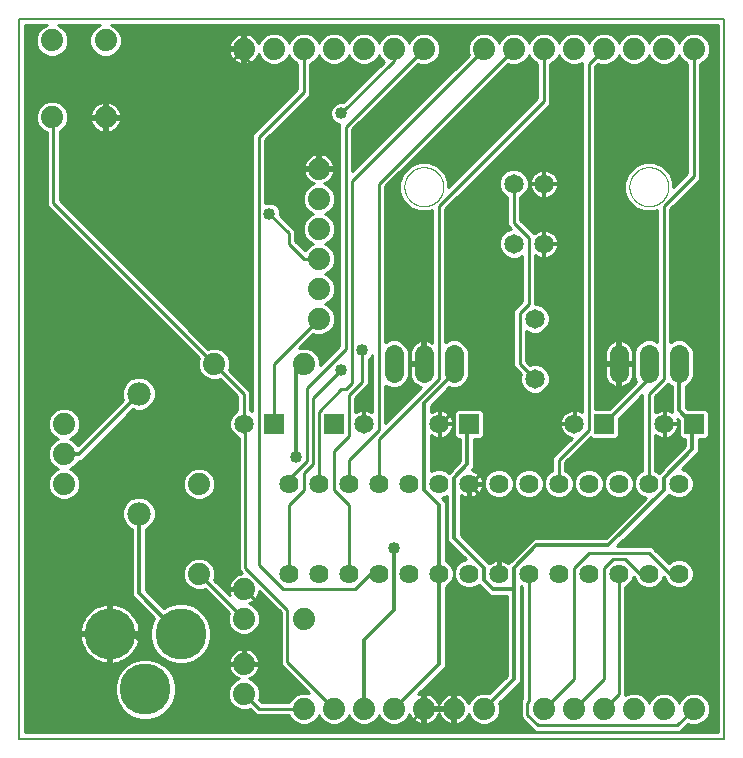
<source format=gtl>
G75*
%MOIN*%
%OFA0B0*%
%FSLAX25Y25*%
%IPPOS*%
%LPD*%
%AMOC8*
5,1,8,0,0,1.08239X$1,22.5*
%
%ADD10C,0.00800*%
%ADD11R,0.06500X0.06500*%
%ADD12C,0.06500*%
%ADD13C,0.07400*%
%ADD14C,0.07800*%
%ADD15C,0.17000*%
%ADD16C,0.06400*%
%ADD17C,0.06400*%
%ADD18C,0.00000*%
%ADD19C,0.01200*%
%ADD20C,0.01000*%
%ADD21C,0.04000*%
D10*
X0083333Y0035000D02*
X0318333Y0035000D01*
X0318333Y0275000D01*
X0083333Y0275000D01*
X0083333Y0035000D01*
D11*
X0168255Y0140000D03*
X0188412Y0140000D03*
X0233255Y0140000D03*
X0278255Y0140000D03*
X0308255Y0140000D03*
D12*
X0298412Y0140000D03*
X0268412Y0140000D03*
X0255333Y0155000D03*
X0255333Y0175000D03*
X0258333Y0200000D03*
X0248333Y0200000D03*
X0248333Y0220000D03*
X0258333Y0220000D03*
X0223412Y0140000D03*
X0198255Y0140000D03*
X0158412Y0140000D03*
D13*
X0148333Y0160000D03*
X0178333Y0160000D03*
X0183333Y0175000D03*
X0183333Y0185000D03*
X0183333Y0195000D03*
X0183333Y0205000D03*
X0183333Y0215000D03*
X0183333Y0225000D03*
X0178333Y0265000D03*
X0168333Y0265000D03*
X0158333Y0265000D03*
X0188333Y0265000D03*
X0198333Y0265000D03*
X0208333Y0265000D03*
X0218333Y0265000D03*
X0238333Y0265000D03*
X0248333Y0265000D03*
X0258333Y0265000D03*
X0268333Y0265000D03*
X0278333Y0265000D03*
X0288333Y0265000D03*
X0298333Y0265000D03*
X0308333Y0265000D03*
X0112233Y0267800D03*
X0094433Y0267800D03*
X0094433Y0242200D03*
X0112233Y0242200D03*
X0098333Y0140000D03*
X0098333Y0130000D03*
X0098333Y0120000D03*
X0143333Y0120000D03*
X0143333Y0090000D03*
X0158333Y0085000D03*
X0158333Y0075000D03*
X0178333Y0075000D03*
X0158333Y0060000D03*
X0158333Y0050000D03*
X0178333Y0045000D03*
X0188333Y0045000D03*
X0198333Y0045000D03*
X0208333Y0045000D03*
X0218333Y0045000D03*
X0228333Y0045000D03*
X0238333Y0045000D03*
X0258333Y0045000D03*
X0268333Y0045000D03*
X0278333Y0045000D03*
X0288333Y0045000D03*
X0298333Y0045000D03*
X0308333Y0045000D03*
D14*
X0123333Y0110000D03*
X0123333Y0150000D03*
D15*
X0113648Y0070000D03*
X0137270Y0070000D03*
X0125459Y0051496D03*
D16*
X0173333Y0090000D03*
X0183333Y0090000D03*
X0193333Y0090000D03*
X0203333Y0090000D03*
X0213333Y0090000D03*
X0223333Y0090000D03*
X0233333Y0090000D03*
X0243333Y0090000D03*
X0253333Y0090000D03*
X0263333Y0090000D03*
X0273333Y0090000D03*
X0283333Y0090000D03*
X0293333Y0090000D03*
X0303333Y0090000D03*
X0303333Y0120000D03*
X0293333Y0120000D03*
X0283333Y0120000D03*
X0273333Y0120000D03*
X0263333Y0120000D03*
X0253333Y0120000D03*
X0243333Y0120000D03*
X0233333Y0120000D03*
X0223333Y0120000D03*
X0213333Y0120000D03*
X0203333Y0120000D03*
X0193333Y0120000D03*
X0183333Y0120000D03*
X0173333Y0120000D03*
D17*
X0208333Y0156800D02*
X0208333Y0163200D01*
X0218333Y0163200D02*
X0218333Y0156800D01*
X0228333Y0156800D02*
X0228333Y0163200D01*
X0283333Y0163200D02*
X0283333Y0156800D01*
X0293333Y0156800D02*
X0293333Y0163200D01*
X0303333Y0163200D02*
X0303333Y0156800D01*
D18*
X0286833Y0219000D02*
X0286835Y0219161D01*
X0286841Y0219321D01*
X0286851Y0219482D01*
X0286865Y0219642D01*
X0286883Y0219802D01*
X0286904Y0219961D01*
X0286930Y0220120D01*
X0286960Y0220278D01*
X0286993Y0220435D01*
X0287031Y0220592D01*
X0287072Y0220747D01*
X0287117Y0220901D01*
X0287166Y0221054D01*
X0287219Y0221206D01*
X0287275Y0221357D01*
X0287336Y0221506D01*
X0287399Y0221654D01*
X0287467Y0221800D01*
X0287538Y0221944D01*
X0287612Y0222086D01*
X0287690Y0222227D01*
X0287772Y0222365D01*
X0287857Y0222502D01*
X0287945Y0222636D01*
X0288037Y0222768D01*
X0288132Y0222898D01*
X0288230Y0223026D01*
X0288331Y0223151D01*
X0288435Y0223273D01*
X0288542Y0223393D01*
X0288652Y0223510D01*
X0288765Y0223625D01*
X0288881Y0223736D01*
X0289000Y0223845D01*
X0289121Y0223950D01*
X0289245Y0224053D01*
X0289371Y0224153D01*
X0289499Y0224249D01*
X0289630Y0224342D01*
X0289764Y0224432D01*
X0289899Y0224519D01*
X0290037Y0224602D01*
X0290176Y0224682D01*
X0290318Y0224758D01*
X0290461Y0224831D01*
X0290606Y0224900D01*
X0290753Y0224966D01*
X0290901Y0225028D01*
X0291051Y0225086D01*
X0291202Y0225141D01*
X0291355Y0225192D01*
X0291509Y0225239D01*
X0291664Y0225282D01*
X0291820Y0225321D01*
X0291976Y0225357D01*
X0292134Y0225388D01*
X0292292Y0225416D01*
X0292451Y0225440D01*
X0292611Y0225460D01*
X0292771Y0225476D01*
X0292931Y0225488D01*
X0293092Y0225496D01*
X0293253Y0225500D01*
X0293413Y0225500D01*
X0293574Y0225496D01*
X0293735Y0225488D01*
X0293895Y0225476D01*
X0294055Y0225460D01*
X0294215Y0225440D01*
X0294374Y0225416D01*
X0294532Y0225388D01*
X0294690Y0225357D01*
X0294846Y0225321D01*
X0295002Y0225282D01*
X0295157Y0225239D01*
X0295311Y0225192D01*
X0295464Y0225141D01*
X0295615Y0225086D01*
X0295765Y0225028D01*
X0295913Y0224966D01*
X0296060Y0224900D01*
X0296205Y0224831D01*
X0296348Y0224758D01*
X0296490Y0224682D01*
X0296629Y0224602D01*
X0296767Y0224519D01*
X0296902Y0224432D01*
X0297036Y0224342D01*
X0297167Y0224249D01*
X0297295Y0224153D01*
X0297421Y0224053D01*
X0297545Y0223950D01*
X0297666Y0223845D01*
X0297785Y0223736D01*
X0297901Y0223625D01*
X0298014Y0223510D01*
X0298124Y0223393D01*
X0298231Y0223273D01*
X0298335Y0223151D01*
X0298436Y0223026D01*
X0298534Y0222898D01*
X0298629Y0222768D01*
X0298721Y0222636D01*
X0298809Y0222502D01*
X0298894Y0222365D01*
X0298976Y0222227D01*
X0299054Y0222086D01*
X0299128Y0221944D01*
X0299199Y0221800D01*
X0299267Y0221654D01*
X0299330Y0221506D01*
X0299391Y0221357D01*
X0299447Y0221206D01*
X0299500Y0221054D01*
X0299549Y0220901D01*
X0299594Y0220747D01*
X0299635Y0220592D01*
X0299673Y0220435D01*
X0299706Y0220278D01*
X0299736Y0220120D01*
X0299762Y0219961D01*
X0299783Y0219802D01*
X0299801Y0219642D01*
X0299815Y0219482D01*
X0299825Y0219321D01*
X0299831Y0219161D01*
X0299833Y0219000D01*
X0299831Y0218839D01*
X0299825Y0218679D01*
X0299815Y0218518D01*
X0299801Y0218358D01*
X0299783Y0218198D01*
X0299762Y0218039D01*
X0299736Y0217880D01*
X0299706Y0217722D01*
X0299673Y0217565D01*
X0299635Y0217408D01*
X0299594Y0217253D01*
X0299549Y0217099D01*
X0299500Y0216946D01*
X0299447Y0216794D01*
X0299391Y0216643D01*
X0299330Y0216494D01*
X0299267Y0216346D01*
X0299199Y0216200D01*
X0299128Y0216056D01*
X0299054Y0215914D01*
X0298976Y0215773D01*
X0298894Y0215635D01*
X0298809Y0215498D01*
X0298721Y0215364D01*
X0298629Y0215232D01*
X0298534Y0215102D01*
X0298436Y0214974D01*
X0298335Y0214849D01*
X0298231Y0214727D01*
X0298124Y0214607D01*
X0298014Y0214490D01*
X0297901Y0214375D01*
X0297785Y0214264D01*
X0297666Y0214155D01*
X0297545Y0214050D01*
X0297421Y0213947D01*
X0297295Y0213847D01*
X0297167Y0213751D01*
X0297036Y0213658D01*
X0296902Y0213568D01*
X0296767Y0213481D01*
X0296629Y0213398D01*
X0296490Y0213318D01*
X0296348Y0213242D01*
X0296205Y0213169D01*
X0296060Y0213100D01*
X0295913Y0213034D01*
X0295765Y0212972D01*
X0295615Y0212914D01*
X0295464Y0212859D01*
X0295311Y0212808D01*
X0295157Y0212761D01*
X0295002Y0212718D01*
X0294846Y0212679D01*
X0294690Y0212643D01*
X0294532Y0212612D01*
X0294374Y0212584D01*
X0294215Y0212560D01*
X0294055Y0212540D01*
X0293895Y0212524D01*
X0293735Y0212512D01*
X0293574Y0212504D01*
X0293413Y0212500D01*
X0293253Y0212500D01*
X0293092Y0212504D01*
X0292931Y0212512D01*
X0292771Y0212524D01*
X0292611Y0212540D01*
X0292451Y0212560D01*
X0292292Y0212584D01*
X0292134Y0212612D01*
X0291976Y0212643D01*
X0291820Y0212679D01*
X0291664Y0212718D01*
X0291509Y0212761D01*
X0291355Y0212808D01*
X0291202Y0212859D01*
X0291051Y0212914D01*
X0290901Y0212972D01*
X0290753Y0213034D01*
X0290606Y0213100D01*
X0290461Y0213169D01*
X0290318Y0213242D01*
X0290176Y0213318D01*
X0290037Y0213398D01*
X0289899Y0213481D01*
X0289764Y0213568D01*
X0289630Y0213658D01*
X0289499Y0213751D01*
X0289371Y0213847D01*
X0289245Y0213947D01*
X0289121Y0214050D01*
X0289000Y0214155D01*
X0288881Y0214264D01*
X0288765Y0214375D01*
X0288652Y0214490D01*
X0288542Y0214607D01*
X0288435Y0214727D01*
X0288331Y0214849D01*
X0288230Y0214974D01*
X0288132Y0215102D01*
X0288037Y0215232D01*
X0287945Y0215364D01*
X0287857Y0215498D01*
X0287772Y0215635D01*
X0287690Y0215773D01*
X0287612Y0215914D01*
X0287538Y0216056D01*
X0287467Y0216200D01*
X0287399Y0216346D01*
X0287336Y0216494D01*
X0287275Y0216643D01*
X0287219Y0216794D01*
X0287166Y0216946D01*
X0287117Y0217099D01*
X0287072Y0217253D01*
X0287031Y0217408D01*
X0286993Y0217565D01*
X0286960Y0217722D01*
X0286930Y0217880D01*
X0286904Y0218039D01*
X0286883Y0218198D01*
X0286865Y0218358D01*
X0286851Y0218518D01*
X0286841Y0218679D01*
X0286835Y0218839D01*
X0286833Y0219000D01*
X0211833Y0219000D02*
X0211835Y0219161D01*
X0211841Y0219321D01*
X0211851Y0219482D01*
X0211865Y0219642D01*
X0211883Y0219802D01*
X0211904Y0219961D01*
X0211930Y0220120D01*
X0211960Y0220278D01*
X0211993Y0220435D01*
X0212031Y0220592D01*
X0212072Y0220747D01*
X0212117Y0220901D01*
X0212166Y0221054D01*
X0212219Y0221206D01*
X0212275Y0221357D01*
X0212336Y0221506D01*
X0212399Y0221654D01*
X0212467Y0221800D01*
X0212538Y0221944D01*
X0212612Y0222086D01*
X0212690Y0222227D01*
X0212772Y0222365D01*
X0212857Y0222502D01*
X0212945Y0222636D01*
X0213037Y0222768D01*
X0213132Y0222898D01*
X0213230Y0223026D01*
X0213331Y0223151D01*
X0213435Y0223273D01*
X0213542Y0223393D01*
X0213652Y0223510D01*
X0213765Y0223625D01*
X0213881Y0223736D01*
X0214000Y0223845D01*
X0214121Y0223950D01*
X0214245Y0224053D01*
X0214371Y0224153D01*
X0214499Y0224249D01*
X0214630Y0224342D01*
X0214764Y0224432D01*
X0214899Y0224519D01*
X0215037Y0224602D01*
X0215176Y0224682D01*
X0215318Y0224758D01*
X0215461Y0224831D01*
X0215606Y0224900D01*
X0215753Y0224966D01*
X0215901Y0225028D01*
X0216051Y0225086D01*
X0216202Y0225141D01*
X0216355Y0225192D01*
X0216509Y0225239D01*
X0216664Y0225282D01*
X0216820Y0225321D01*
X0216976Y0225357D01*
X0217134Y0225388D01*
X0217292Y0225416D01*
X0217451Y0225440D01*
X0217611Y0225460D01*
X0217771Y0225476D01*
X0217931Y0225488D01*
X0218092Y0225496D01*
X0218253Y0225500D01*
X0218413Y0225500D01*
X0218574Y0225496D01*
X0218735Y0225488D01*
X0218895Y0225476D01*
X0219055Y0225460D01*
X0219215Y0225440D01*
X0219374Y0225416D01*
X0219532Y0225388D01*
X0219690Y0225357D01*
X0219846Y0225321D01*
X0220002Y0225282D01*
X0220157Y0225239D01*
X0220311Y0225192D01*
X0220464Y0225141D01*
X0220615Y0225086D01*
X0220765Y0225028D01*
X0220913Y0224966D01*
X0221060Y0224900D01*
X0221205Y0224831D01*
X0221348Y0224758D01*
X0221490Y0224682D01*
X0221629Y0224602D01*
X0221767Y0224519D01*
X0221902Y0224432D01*
X0222036Y0224342D01*
X0222167Y0224249D01*
X0222295Y0224153D01*
X0222421Y0224053D01*
X0222545Y0223950D01*
X0222666Y0223845D01*
X0222785Y0223736D01*
X0222901Y0223625D01*
X0223014Y0223510D01*
X0223124Y0223393D01*
X0223231Y0223273D01*
X0223335Y0223151D01*
X0223436Y0223026D01*
X0223534Y0222898D01*
X0223629Y0222768D01*
X0223721Y0222636D01*
X0223809Y0222502D01*
X0223894Y0222365D01*
X0223976Y0222227D01*
X0224054Y0222086D01*
X0224128Y0221944D01*
X0224199Y0221800D01*
X0224267Y0221654D01*
X0224330Y0221506D01*
X0224391Y0221357D01*
X0224447Y0221206D01*
X0224500Y0221054D01*
X0224549Y0220901D01*
X0224594Y0220747D01*
X0224635Y0220592D01*
X0224673Y0220435D01*
X0224706Y0220278D01*
X0224736Y0220120D01*
X0224762Y0219961D01*
X0224783Y0219802D01*
X0224801Y0219642D01*
X0224815Y0219482D01*
X0224825Y0219321D01*
X0224831Y0219161D01*
X0224833Y0219000D01*
X0224831Y0218839D01*
X0224825Y0218679D01*
X0224815Y0218518D01*
X0224801Y0218358D01*
X0224783Y0218198D01*
X0224762Y0218039D01*
X0224736Y0217880D01*
X0224706Y0217722D01*
X0224673Y0217565D01*
X0224635Y0217408D01*
X0224594Y0217253D01*
X0224549Y0217099D01*
X0224500Y0216946D01*
X0224447Y0216794D01*
X0224391Y0216643D01*
X0224330Y0216494D01*
X0224267Y0216346D01*
X0224199Y0216200D01*
X0224128Y0216056D01*
X0224054Y0215914D01*
X0223976Y0215773D01*
X0223894Y0215635D01*
X0223809Y0215498D01*
X0223721Y0215364D01*
X0223629Y0215232D01*
X0223534Y0215102D01*
X0223436Y0214974D01*
X0223335Y0214849D01*
X0223231Y0214727D01*
X0223124Y0214607D01*
X0223014Y0214490D01*
X0222901Y0214375D01*
X0222785Y0214264D01*
X0222666Y0214155D01*
X0222545Y0214050D01*
X0222421Y0213947D01*
X0222295Y0213847D01*
X0222167Y0213751D01*
X0222036Y0213658D01*
X0221902Y0213568D01*
X0221767Y0213481D01*
X0221629Y0213398D01*
X0221490Y0213318D01*
X0221348Y0213242D01*
X0221205Y0213169D01*
X0221060Y0213100D01*
X0220913Y0213034D01*
X0220765Y0212972D01*
X0220615Y0212914D01*
X0220464Y0212859D01*
X0220311Y0212808D01*
X0220157Y0212761D01*
X0220002Y0212718D01*
X0219846Y0212679D01*
X0219690Y0212643D01*
X0219532Y0212612D01*
X0219374Y0212584D01*
X0219215Y0212560D01*
X0219055Y0212540D01*
X0218895Y0212524D01*
X0218735Y0212512D01*
X0218574Y0212504D01*
X0218413Y0212500D01*
X0218253Y0212500D01*
X0218092Y0212504D01*
X0217931Y0212512D01*
X0217771Y0212524D01*
X0217611Y0212540D01*
X0217451Y0212560D01*
X0217292Y0212584D01*
X0217134Y0212612D01*
X0216976Y0212643D01*
X0216820Y0212679D01*
X0216664Y0212718D01*
X0216509Y0212761D01*
X0216355Y0212808D01*
X0216202Y0212859D01*
X0216051Y0212914D01*
X0215901Y0212972D01*
X0215753Y0213034D01*
X0215606Y0213100D01*
X0215461Y0213169D01*
X0215318Y0213242D01*
X0215176Y0213318D01*
X0215037Y0213398D01*
X0214899Y0213481D01*
X0214764Y0213568D01*
X0214630Y0213658D01*
X0214499Y0213751D01*
X0214371Y0213847D01*
X0214245Y0213947D01*
X0214121Y0214050D01*
X0214000Y0214155D01*
X0213881Y0214264D01*
X0213765Y0214375D01*
X0213652Y0214490D01*
X0213542Y0214607D01*
X0213435Y0214727D01*
X0213331Y0214849D01*
X0213230Y0214974D01*
X0213132Y0215102D01*
X0213037Y0215232D01*
X0212945Y0215364D01*
X0212857Y0215498D01*
X0212772Y0215635D01*
X0212690Y0215773D01*
X0212612Y0215914D01*
X0212538Y0216056D01*
X0212467Y0216200D01*
X0212399Y0216346D01*
X0212336Y0216494D01*
X0212275Y0216643D01*
X0212219Y0216794D01*
X0212166Y0216946D01*
X0212117Y0217099D01*
X0212072Y0217253D01*
X0212031Y0217408D01*
X0211993Y0217565D01*
X0211960Y0217722D01*
X0211930Y0217880D01*
X0211904Y0218039D01*
X0211883Y0218198D01*
X0211865Y0218358D01*
X0211851Y0218518D01*
X0211841Y0218679D01*
X0211835Y0218839D01*
X0211833Y0219000D01*
D19*
X0228333Y0160000D02*
X0228333Y0157000D01*
X0218333Y0147000D01*
X0218333Y0118000D01*
X0223333Y0113000D01*
X0223333Y0090000D01*
X0223333Y0060000D01*
X0208333Y0045000D01*
X0198333Y0045000D02*
X0198333Y0068000D01*
X0208333Y0078000D01*
X0208333Y0098500D01*
X0228333Y0102000D02*
X0238333Y0092000D01*
X0238333Y0088000D01*
X0241333Y0085000D01*
X0248333Y0085000D01*
X0248333Y0092000D01*
X0255833Y0099500D01*
X0279833Y0099500D01*
X0298333Y0118000D01*
X0298333Y0122000D01*
X0307833Y0131500D01*
X0307833Y0139500D01*
X0308255Y0140000D01*
X0307833Y0140000D01*
X0303333Y0144500D01*
X0303333Y0160000D01*
X0293333Y0160000D02*
X0293333Y0155000D01*
X0278333Y0140000D01*
X0278255Y0140000D01*
X0233255Y0140000D02*
X0232833Y0140000D01*
X0232833Y0126500D01*
X0228333Y0122000D01*
X0228333Y0102000D01*
X0248333Y0085000D02*
X0248333Y0055000D01*
X0238333Y0045000D01*
X0137270Y0070000D02*
X0136833Y0070000D01*
X0123333Y0083500D01*
X0123333Y0110000D01*
X0103333Y0130000D02*
X0098333Y0130000D01*
X0103333Y0130000D02*
X0123333Y0150000D01*
X0175833Y0157500D02*
X0175833Y0129000D01*
X0175833Y0157500D02*
X0178333Y0160000D01*
D20*
X0183733Y0159814D02*
X0184036Y0159814D01*
X0183733Y0159511D02*
X0183733Y0161074D01*
X0182911Y0163059D01*
X0181392Y0164578D01*
X0179407Y0165400D01*
X0177259Y0165400D01*
X0176551Y0165107D01*
X0181400Y0169956D01*
X0182259Y0169600D01*
X0184407Y0169600D01*
X0186392Y0170422D01*
X0187911Y0171941D01*
X0188733Y0173926D01*
X0188733Y0176074D01*
X0187911Y0178059D01*
X0186392Y0179578D01*
X0185373Y0180000D01*
X0186392Y0180422D01*
X0187911Y0181941D01*
X0188733Y0183926D01*
X0188733Y0186074D01*
X0187911Y0188059D01*
X0186392Y0189578D01*
X0185373Y0190000D01*
X0186392Y0190422D01*
X0187911Y0191941D01*
X0188733Y0193926D01*
X0188733Y0196074D01*
X0187911Y0198059D01*
X0186392Y0199578D01*
X0185373Y0200000D01*
X0186392Y0200422D01*
X0187911Y0201941D01*
X0188733Y0203926D01*
X0188733Y0206074D01*
X0187911Y0208059D01*
X0186392Y0209578D01*
X0185373Y0210000D01*
X0186392Y0210422D01*
X0187911Y0211941D01*
X0188733Y0213926D01*
X0188733Y0216074D01*
X0187911Y0218059D01*
X0186392Y0219578D01*
X0185109Y0220109D01*
X0185329Y0220181D01*
X0186059Y0220553D01*
X0186721Y0221034D01*
X0187300Y0221612D01*
X0187781Y0222275D01*
X0188152Y0223004D01*
X0188405Y0223782D01*
X0188519Y0224500D01*
X0183833Y0224500D01*
X0183833Y0225500D01*
X0182833Y0225500D01*
X0182833Y0224500D01*
X0178148Y0224500D01*
X0178261Y0223782D01*
X0178514Y0223004D01*
X0178886Y0222275D01*
X0179367Y0221612D01*
X0179946Y0221034D01*
X0180608Y0220553D01*
X0181337Y0220181D01*
X0181558Y0220109D01*
X0180274Y0219578D01*
X0178755Y0218059D01*
X0177933Y0216074D01*
X0177933Y0213926D01*
X0178755Y0211941D01*
X0180274Y0210422D01*
X0181294Y0210000D01*
X0180274Y0209578D01*
X0178755Y0208059D01*
X0177933Y0206074D01*
X0177933Y0203926D01*
X0178755Y0201941D01*
X0180274Y0200422D01*
X0181294Y0200000D01*
X0180274Y0199578D01*
X0178755Y0198059D01*
X0178647Y0197797D01*
X0175533Y0200911D01*
X0175533Y0204411D01*
X0170533Y0209411D01*
X0170533Y0210736D01*
X0169970Y0212096D01*
X0168929Y0213137D01*
X0167569Y0213700D01*
X0166097Y0213700D01*
X0165533Y0213466D01*
X0165533Y0234589D01*
X0179245Y0248300D01*
X0180533Y0249589D01*
X0180533Y0260066D01*
X0181392Y0260422D01*
X0182911Y0261941D01*
X0183333Y0262960D01*
X0183755Y0261941D01*
X0185274Y0260422D01*
X0187259Y0259600D01*
X0189407Y0259600D01*
X0191392Y0260422D01*
X0192911Y0261941D01*
X0193333Y0262960D01*
X0193755Y0261941D01*
X0195274Y0260422D01*
X0197259Y0259600D01*
X0199407Y0259600D01*
X0201392Y0260422D01*
X0202911Y0261941D01*
X0203333Y0262960D01*
X0203755Y0261941D01*
X0204959Y0260737D01*
X0191422Y0247200D01*
X0190097Y0247200D01*
X0188737Y0246637D01*
X0187697Y0245596D01*
X0187133Y0244236D01*
X0187133Y0242764D01*
X0187697Y0241404D01*
X0188737Y0240363D01*
X0190097Y0239800D01*
X0190133Y0239800D01*
X0190133Y0165911D01*
X0183733Y0159511D01*
X0183733Y0160812D02*
X0185034Y0160812D01*
X0186033Y0161811D02*
X0183428Y0161811D01*
X0183015Y0162809D02*
X0187032Y0162809D01*
X0188030Y0163808D02*
X0182162Y0163808D01*
X0180840Y0164806D02*
X0189029Y0164806D01*
X0190027Y0165805D02*
X0177250Y0165805D01*
X0178248Y0166803D02*
X0190133Y0166803D01*
X0190133Y0167802D02*
X0179247Y0167802D01*
X0180245Y0168801D02*
X0190133Y0168801D01*
X0190133Y0169799D02*
X0184888Y0169799D01*
X0186768Y0170798D02*
X0190133Y0170798D01*
X0190133Y0171796D02*
X0187766Y0171796D01*
X0188265Y0172795D02*
X0190133Y0172795D01*
X0190133Y0173793D02*
X0188678Y0173793D01*
X0188733Y0174792D02*
X0190133Y0174792D01*
X0190133Y0175790D02*
X0188733Y0175790D01*
X0188437Y0176789D02*
X0190133Y0176789D01*
X0190133Y0177787D02*
X0188024Y0177787D01*
X0187184Y0178786D02*
X0190133Y0178786D01*
X0190133Y0179784D02*
X0185894Y0179784D01*
X0186753Y0180783D02*
X0190133Y0180783D01*
X0190133Y0181781D02*
X0187751Y0181781D01*
X0188259Y0182780D02*
X0190133Y0182780D01*
X0190133Y0183778D02*
X0188672Y0183778D01*
X0188733Y0184777D02*
X0190133Y0184777D01*
X0190133Y0185775D02*
X0188733Y0185775D01*
X0188444Y0186774D02*
X0190133Y0186774D01*
X0190133Y0187772D02*
X0188030Y0187772D01*
X0187199Y0188771D02*
X0190133Y0188771D01*
X0190133Y0189769D02*
X0185930Y0189769D01*
X0186738Y0190768D02*
X0190133Y0190768D01*
X0190133Y0191766D02*
X0187736Y0191766D01*
X0188252Y0192765D02*
X0190133Y0192765D01*
X0190133Y0193763D02*
X0188666Y0193763D01*
X0188733Y0194762D02*
X0190133Y0194762D01*
X0190133Y0195760D02*
X0188733Y0195760D01*
X0188450Y0196759D02*
X0190133Y0196759D01*
X0190133Y0197757D02*
X0188036Y0197757D01*
X0187214Y0198756D02*
X0190133Y0198756D01*
X0190133Y0199754D02*
X0185966Y0199754D01*
X0186723Y0200753D02*
X0190133Y0200753D01*
X0190133Y0201751D02*
X0187721Y0201751D01*
X0188246Y0202750D02*
X0190133Y0202750D01*
X0190133Y0203748D02*
X0188660Y0203748D01*
X0188733Y0204747D02*
X0190133Y0204747D01*
X0190133Y0205745D02*
X0188733Y0205745D01*
X0188456Y0206744D02*
X0190133Y0206744D01*
X0190133Y0207742D02*
X0188042Y0207742D01*
X0187229Y0208741D02*
X0190133Y0208741D01*
X0190133Y0209739D02*
X0186002Y0209739D01*
X0186708Y0210738D02*
X0190133Y0210738D01*
X0190133Y0211737D02*
X0187707Y0211737D01*
X0188240Y0212735D02*
X0190133Y0212735D01*
X0190133Y0213734D02*
X0188654Y0213734D01*
X0188733Y0214732D02*
X0190133Y0214732D01*
X0190133Y0215731D02*
X0188733Y0215731D01*
X0188462Y0216729D02*
X0190133Y0216729D01*
X0190133Y0217728D02*
X0188048Y0217728D01*
X0187244Y0218726D02*
X0190133Y0218726D01*
X0190133Y0219725D02*
X0186038Y0219725D01*
X0186293Y0220723D02*
X0190133Y0220723D01*
X0190133Y0221722D02*
X0187379Y0221722D01*
X0188008Y0222720D02*
X0190133Y0222720D01*
X0190133Y0223719D02*
X0188385Y0223719D01*
X0188519Y0225500D02*
X0183833Y0225500D01*
X0183833Y0230186D01*
X0184551Y0230072D01*
X0185329Y0229819D01*
X0186059Y0229447D01*
X0186721Y0228966D01*
X0187300Y0228388D01*
X0187781Y0227725D01*
X0188152Y0226996D01*
X0188405Y0226218D01*
X0188519Y0225500D01*
X0188485Y0225716D02*
X0190133Y0225716D01*
X0190133Y0226714D02*
X0188244Y0226714D01*
X0187787Y0227713D02*
X0190133Y0227713D01*
X0190133Y0228711D02*
X0186976Y0228711D01*
X0185544Y0229710D02*
X0190133Y0229710D01*
X0190133Y0230708D02*
X0165533Y0230708D01*
X0165533Y0229710D02*
X0181123Y0229710D01*
X0181337Y0229819D02*
X0180608Y0229447D01*
X0179946Y0228966D01*
X0179367Y0228388D01*
X0178886Y0227725D01*
X0178514Y0226996D01*
X0178261Y0226218D01*
X0178148Y0225500D01*
X0182833Y0225500D01*
X0182833Y0230186D01*
X0182116Y0230072D01*
X0181337Y0229819D01*
X0182833Y0229710D02*
X0183833Y0229710D01*
X0183833Y0228711D02*
X0182833Y0228711D01*
X0182833Y0227713D02*
X0183833Y0227713D01*
X0183833Y0226714D02*
X0182833Y0226714D01*
X0182833Y0225716D02*
X0183833Y0225716D01*
X0183833Y0224717D02*
X0190133Y0224717D01*
X0194533Y0224717D02*
X0194939Y0224717D01*
X0194533Y0224311D02*
X0194533Y0238089D01*
X0216400Y0259956D01*
X0217259Y0259600D01*
X0219407Y0259600D01*
X0221392Y0260422D01*
X0222911Y0261941D01*
X0223733Y0263926D01*
X0223733Y0266074D01*
X0222911Y0268059D01*
X0221392Y0269578D01*
X0219407Y0270400D01*
X0217259Y0270400D01*
X0215274Y0269578D01*
X0213755Y0268059D01*
X0213333Y0267040D01*
X0212911Y0268059D01*
X0211392Y0269578D01*
X0209407Y0270400D01*
X0207259Y0270400D01*
X0205274Y0269578D01*
X0203755Y0268059D01*
X0203333Y0267040D01*
X0202911Y0268059D01*
X0201392Y0269578D01*
X0199407Y0270400D01*
X0197259Y0270400D01*
X0195274Y0269578D01*
X0193755Y0268059D01*
X0193333Y0267040D01*
X0192911Y0268059D01*
X0191392Y0269578D01*
X0189407Y0270400D01*
X0187259Y0270400D01*
X0185274Y0269578D01*
X0183755Y0268059D01*
X0183333Y0267040D01*
X0182911Y0268059D01*
X0181392Y0269578D01*
X0179407Y0270400D01*
X0177259Y0270400D01*
X0175274Y0269578D01*
X0173755Y0268059D01*
X0173333Y0267040D01*
X0172911Y0268059D01*
X0171392Y0269578D01*
X0169407Y0270400D01*
X0167259Y0270400D01*
X0165274Y0269578D01*
X0163755Y0268059D01*
X0163224Y0266776D01*
X0163152Y0266996D01*
X0162781Y0267725D01*
X0162300Y0268388D01*
X0161721Y0268966D01*
X0161059Y0269447D01*
X0160329Y0269819D01*
X0159551Y0270072D01*
X0158833Y0270186D01*
X0158833Y0265500D01*
X0157833Y0265500D01*
X0157833Y0264500D01*
X0153148Y0264500D01*
X0153261Y0263782D01*
X0153514Y0263004D01*
X0153886Y0262275D01*
X0154367Y0261612D01*
X0154946Y0261034D01*
X0155608Y0260553D01*
X0156337Y0260181D01*
X0157116Y0259928D01*
X0157833Y0259814D01*
X0157833Y0264500D01*
X0158833Y0264500D01*
X0158833Y0259814D01*
X0159551Y0259928D01*
X0160329Y0260181D01*
X0161059Y0260553D01*
X0161721Y0261034D01*
X0162300Y0261612D01*
X0162781Y0262275D01*
X0163152Y0263004D01*
X0163224Y0263224D01*
X0163755Y0261941D01*
X0165274Y0260422D01*
X0167259Y0259600D01*
X0169407Y0259600D01*
X0171392Y0260422D01*
X0172911Y0261941D01*
X0173333Y0262960D01*
X0173755Y0261941D01*
X0175274Y0260422D01*
X0176133Y0260066D01*
X0176133Y0251411D01*
X0161133Y0236411D01*
X0161133Y0144231D01*
X0160533Y0144479D01*
X0160533Y0150911D01*
X0153378Y0158067D01*
X0153733Y0158926D01*
X0153733Y0161074D01*
X0152911Y0163059D01*
X0151392Y0164578D01*
X0149407Y0165400D01*
X0147259Y0165400D01*
X0146400Y0165044D01*
X0097033Y0214411D01*
X0097033Y0237432D01*
X0097492Y0237622D01*
X0099011Y0239141D01*
X0099833Y0241126D01*
X0099833Y0243274D01*
X0099011Y0245259D01*
X0097492Y0246778D01*
X0095507Y0247600D01*
X0093359Y0247600D01*
X0091374Y0246778D01*
X0089855Y0245259D01*
X0089033Y0243274D01*
X0089033Y0241126D01*
X0089855Y0239141D01*
X0091374Y0237622D01*
X0092633Y0237101D01*
X0092633Y0212589D01*
X0143289Y0161933D01*
X0142933Y0161074D01*
X0142933Y0158926D01*
X0143755Y0156941D01*
X0145274Y0155422D01*
X0147259Y0154600D01*
X0149407Y0154600D01*
X0150266Y0154956D01*
X0156133Y0149089D01*
X0156133Y0144414D01*
X0155608Y0144196D01*
X0154216Y0142804D01*
X0153462Y0140985D01*
X0153462Y0139015D01*
X0154216Y0137196D01*
X0155608Y0135804D01*
X0156633Y0135379D01*
X0156633Y0091089D01*
X0157577Y0090145D01*
X0157116Y0090072D01*
X0156337Y0089819D01*
X0155608Y0089447D01*
X0154946Y0088966D01*
X0154367Y0088388D01*
X0153886Y0087725D01*
X0153514Y0086996D01*
X0153261Y0086218D01*
X0153133Y0085409D01*
X0153133Y0085300D01*
X0158033Y0085300D01*
X0158033Y0084700D01*
X0153133Y0084700D01*
X0153133Y0084591D01*
X0153261Y0083782D01*
X0153514Y0083004D01*
X0153591Y0082854D01*
X0148378Y0088067D01*
X0148733Y0088926D01*
X0148733Y0091074D01*
X0147911Y0093059D01*
X0146392Y0094578D01*
X0144407Y0095400D01*
X0142259Y0095400D01*
X0140274Y0094578D01*
X0138755Y0093059D01*
X0137933Y0091074D01*
X0137933Y0088926D01*
X0138755Y0086941D01*
X0140274Y0085422D01*
X0142259Y0084600D01*
X0144407Y0084600D01*
X0145266Y0084956D01*
X0153289Y0076933D01*
X0152933Y0076074D01*
X0152933Y0073926D01*
X0153755Y0071941D01*
X0155274Y0070422D01*
X0157259Y0069600D01*
X0159407Y0069600D01*
X0161392Y0070422D01*
X0162911Y0071941D01*
X0163733Y0073926D01*
X0163733Y0076074D01*
X0162911Y0078059D01*
X0161392Y0079578D01*
X0160109Y0080109D01*
X0160329Y0080181D01*
X0161059Y0080553D01*
X0161721Y0081034D01*
X0162300Y0081612D01*
X0162781Y0082275D01*
X0163152Y0083004D01*
X0163405Y0083782D01*
X0163478Y0084244D01*
X0170633Y0077089D01*
X0170633Y0059589D01*
X0180115Y0050107D01*
X0179407Y0050400D01*
X0177259Y0050400D01*
X0175274Y0049578D01*
X0173755Y0048059D01*
X0173400Y0047200D01*
X0164245Y0047200D01*
X0163378Y0048067D01*
X0163733Y0048926D01*
X0163733Y0051074D01*
X0162911Y0053059D01*
X0161392Y0054578D01*
X0160109Y0055109D01*
X0160329Y0055181D01*
X0161059Y0055553D01*
X0161721Y0056034D01*
X0162300Y0056612D01*
X0162781Y0057275D01*
X0163152Y0058004D01*
X0163405Y0058782D01*
X0163533Y0059591D01*
X0163533Y0059700D01*
X0158633Y0059700D01*
X0158633Y0060300D01*
X0158033Y0060300D01*
X0158033Y0059700D01*
X0153133Y0059700D01*
X0153133Y0059591D01*
X0153261Y0058782D01*
X0153514Y0058004D01*
X0153886Y0057275D01*
X0154367Y0056612D01*
X0154946Y0056034D01*
X0155608Y0055553D01*
X0156337Y0055181D01*
X0156558Y0055109D01*
X0155274Y0054578D01*
X0153755Y0053059D01*
X0152933Y0051074D01*
X0152933Y0048926D01*
X0153755Y0046941D01*
X0155274Y0045422D01*
X0157259Y0044600D01*
X0159407Y0044600D01*
X0160266Y0044956D01*
X0162422Y0042800D01*
X0173400Y0042800D01*
X0173755Y0041941D01*
X0175274Y0040422D01*
X0177259Y0039600D01*
X0179407Y0039600D01*
X0181392Y0040422D01*
X0182911Y0041941D01*
X0183333Y0042960D01*
X0183755Y0041941D01*
X0185274Y0040422D01*
X0187259Y0039600D01*
X0189407Y0039600D01*
X0191392Y0040422D01*
X0192911Y0041941D01*
X0193333Y0042960D01*
X0193755Y0041941D01*
X0195274Y0040422D01*
X0197259Y0039600D01*
X0199407Y0039600D01*
X0201392Y0040422D01*
X0202911Y0041941D01*
X0203333Y0042960D01*
X0203755Y0041941D01*
X0205274Y0040422D01*
X0207259Y0039600D01*
X0209407Y0039600D01*
X0211392Y0040422D01*
X0212911Y0041941D01*
X0213443Y0043224D01*
X0213514Y0043004D01*
X0213886Y0042275D01*
X0214367Y0041612D01*
X0214946Y0041034D01*
X0215608Y0040553D01*
X0216337Y0040181D01*
X0217116Y0039928D01*
X0217833Y0039814D01*
X0217833Y0044500D01*
X0218833Y0044500D01*
X0218833Y0039814D01*
X0219551Y0039928D01*
X0220329Y0040181D01*
X0221059Y0040553D01*
X0221721Y0041034D01*
X0222300Y0041612D01*
X0222781Y0042275D01*
X0223152Y0043004D01*
X0223333Y0043561D01*
X0223514Y0043004D01*
X0223886Y0042275D01*
X0224367Y0041612D01*
X0224946Y0041034D01*
X0225608Y0040553D01*
X0226337Y0040181D01*
X0227116Y0039928D01*
X0227833Y0039814D01*
X0227833Y0044500D01*
X0218833Y0044500D01*
X0218833Y0045500D01*
X0217833Y0045500D01*
X0217833Y0050186D01*
X0217116Y0050072D01*
X0216438Y0049852D01*
X0225633Y0059047D01*
X0225633Y0085649D01*
X0226109Y0085846D01*
X0227487Y0087224D01*
X0228233Y0089025D01*
X0228233Y0090975D01*
X0227487Y0092776D01*
X0226109Y0094154D01*
X0225633Y0094351D01*
X0225633Y0113953D01*
X0224434Y0115152D01*
X0226033Y0115815D01*
X0226033Y0101047D01*
X0232233Y0094848D01*
X0230558Y0094154D01*
X0229179Y0092776D01*
X0228433Y0090975D01*
X0228433Y0089025D01*
X0229179Y0087224D01*
X0230558Y0085846D01*
X0232359Y0085100D01*
X0234308Y0085100D01*
X0236109Y0085846D01*
X0236672Y0086409D01*
X0239033Y0084047D01*
X0240381Y0082700D01*
X0246033Y0082700D01*
X0246033Y0055953D01*
X0240166Y0050086D01*
X0239407Y0050400D01*
X0237259Y0050400D01*
X0235274Y0049578D01*
X0233755Y0048059D01*
X0233224Y0046776D01*
X0233152Y0046996D01*
X0232781Y0047725D01*
X0232300Y0048388D01*
X0231721Y0048966D01*
X0231059Y0049447D01*
X0230329Y0049819D01*
X0229551Y0050072D01*
X0228833Y0050186D01*
X0228833Y0045500D01*
X0227833Y0045500D01*
X0227833Y0044500D01*
X0228833Y0044500D01*
X0228833Y0039814D01*
X0229551Y0039928D01*
X0230329Y0040181D01*
X0231059Y0040553D01*
X0231721Y0041034D01*
X0232300Y0041612D01*
X0232781Y0042275D01*
X0233152Y0043004D01*
X0233224Y0043224D01*
X0233755Y0041941D01*
X0235274Y0040422D01*
X0237259Y0039600D01*
X0239407Y0039600D01*
X0241392Y0040422D01*
X0242911Y0041941D01*
X0243733Y0043926D01*
X0243733Y0046074D01*
X0243419Y0046833D01*
X0250633Y0054047D01*
X0250633Y0085815D01*
X0251133Y0085608D01*
X0251133Y0048411D01*
X0250633Y0047911D01*
X0250633Y0042089D01*
X0254133Y0038589D01*
X0255422Y0037300D01*
X0303745Y0037300D01*
X0306400Y0039956D01*
X0307259Y0039600D01*
X0309407Y0039600D01*
X0311392Y0040422D01*
X0312911Y0041941D01*
X0313733Y0043926D01*
X0313733Y0046074D01*
X0312911Y0048059D01*
X0311392Y0049578D01*
X0309407Y0050400D01*
X0307259Y0050400D01*
X0305274Y0049578D01*
X0303755Y0048059D01*
X0303333Y0047040D01*
X0302911Y0048059D01*
X0301392Y0049578D01*
X0299407Y0050400D01*
X0297259Y0050400D01*
X0295274Y0049578D01*
X0293755Y0048059D01*
X0293333Y0047040D01*
X0292911Y0048059D01*
X0291392Y0049578D01*
X0289407Y0050400D01*
X0287259Y0050400D01*
X0285533Y0049685D01*
X0285533Y0085608D01*
X0286109Y0085846D01*
X0287487Y0087224D01*
X0288223Y0088999D01*
X0288601Y0088621D01*
X0289179Y0087224D01*
X0290558Y0085846D01*
X0292359Y0085100D01*
X0294308Y0085100D01*
X0296109Y0085846D01*
X0297487Y0087224D01*
X0298223Y0088999D01*
X0298601Y0088621D01*
X0299179Y0087224D01*
X0300558Y0085846D01*
X0302359Y0085100D01*
X0304308Y0085100D01*
X0306109Y0085846D01*
X0307487Y0087224D01*
X0308233Y0089025D01*
X0308233Y0090975D01*
X0307487Y0092776D01*
X0306109Y0094154D01*
X0304308Y0094900D01*
X0302359Y0094900D01*
X0300558Y0094154D01*
X0299924Y0093520D01*
X0295533Y0097911D01*
X0294245Y0099200D01*
X0282786Y0099200D01*
X0299995Y0116409D01*
X0300558Y0115846D01*
X0302359Y0115100D01*
X0304308Y0115100D01*
X0306109Y0115846D01*
X0307487Y0117224D01*
X0308233Y0119025D01*
X0308233Y0120975D01*
X0307487Y0122776D01*
X0306109Y0124154D01*
X0304434Y0124848D01*
X0310133Y0130547D01*
X0310133Y0135050D01*
X0312209Y0135050D01*
X0313205Y0136046D01*
X0313205Y0143954D01*
X0312209Y0144950D01*
X0306136Y0144950D01*
X0305633Y0145453D01*
X0305633Y0152449D01*
X0306109Y0152646D01*
X0307487Y0154024D01*
X0308233Y0155825D01*
X0308233Y0164175D01*
X0307487Y0165976D01*
X0306109Y0167354D01*
X0304308Y0168100D01*
X0302359Y0168100D01*
X0300558Y0167354D01*
X0300533Y0167330D01*
X0300533Y0211589D01*
X0309245Y0220300D01*
X0310533Y0221589D01*
X0310533Y0260066D01*
X0311392Y0260422D01*
X0312911Y0261941D01*
X0313733Y0263926D01*
X0313733Y0266074D01*
X0312911Y0268059D01*
X0311392Y0269578D01*
X0309407Y0270400D01*
X0307259Y0270400D01*
X0305274Y0269578D01*
X0303755Y0268059D01*
X0303333Y0267040D01*
X0302911Y0268059D01*
X0301392Y0269578D01*
X0299407Y0270400D01*
X0297259Y0270400D01*
X0295274Y0269578D01*
X0293755Y0268059D01*
X0293333Y0267040D01*
X0292911Y0268059D01*
X0291392Y0269578D01*
X0289407Y0270400D01*
X0287259Y0270400D01*
X0285274Y0269578D01*
X0283755Y0268059D01*
X0283333Y0267040D01*
X0282911Y0268059D01*
X0281392Y0269578D01*
X0279407Y0270400D01*
X0277259Y0270400D01*
X0275274Y0269578D01*
X0273755Y0268059D01*
X0273333Y0267040D01*
X0272911Y0268059D01*
X0271392Y0269578D01*
X0269407Y0270400D01*
X0267259Y0270400D01*
X0265274Y0269578D01*
X0263755Y0268059D01*
X0263333Y0267040D01*
X0262911Y0268059D01*
X0261392Y0269578D01*
X0259407Y0270400D01*
X0257259Y0270400D01*
X0255274Y0269578D01*
X0253755Y0268059D01*
X0253333Y0267040D01*
X0252911Y0268059D01*
X0251392Y0269578D01*
X0249407Y0270400D01*
X0247259Y0270400D01*
X0245274Y0269578D01*
X0243755Y0268059D01*
X0243333Y0267040D01*
X0242911Y0268059D01*
X0241392Y0269578D01*
X0239407Y0270400D01*
X0237259Y0270400D01*
X0235274Y0269578D01*
X0233755Y0268059D01*
X0232933Y0266074D01*
X0232933Y0263926D01*
X0233289Y0263067D01*
X0194533Y0224311D01*
X0194533Y0225716D02*
X0195938Y0225716D01*
X0196936Y0226714D02*
X0194533Y0226714D01*
X0194533Y0227713D02*
X0197935Y0227713D01*
X0198933Y0228711D02*
X0194533Y0228711D01*
X0194533Y0229710D02*
X0199932Y0229710D01*
X0200930Y0230708D02*
X0194533Y0230708D01*
X0194533Y0231707D02*
X0201929Y0231707D01*
X0202927Y0232705D02*
X0194533Y0232705D01*
X0194533Y0233704D02*
X0203926Y0233704D01*
X0204924Y0234702D02*
X0194533Y0234702D01*
X0194533Y0235701D02*
X0205923Y0235701D01*
X0206921Y0236699D02*
X0194533Y0236699D01*
X0194533Y0237698D02*
X0207920Y0237698D01*
X0208918Y0238696D02*
X0195141Y0238696D01*
X0196139Y0239695D02*
X0209917Y0239695D01*
X0210915Y0240693D02*
X0197138Y0240693D01*
X0198136Y0241692D02*
X0211914Y0241692D01*
X0212912Y0242690D02*
X0199135Y0242690D01*
X0200133Y0243689D02*
X0213911Y0243689D01*
X0214909Y0244687D02*
X0201132Y0244687D01*
X0202130Y0245686D02*
X0215908Y0245686D01*
X0216906Y0246684D02*
X0203129Y0246684D01*
X0204127Y0247683D02*
X0217905Y0247683D01*
X0218903Y0248681D02*
X0205126Y0248681D01*
X0206125Y0249680D02*
X0219902Y0249680D01*
X0220901Y0250678D02*
X0207123Y0250678D01*
X0208122Y0251677D02*
X0221899Y0251677D01*
X0222898Y0252675D02*
X0209120Y0252675D01*
X0210119Y0253674D02*
X0223896Y0253674D01*
X0224895Y0254672D02*
X0211117Y0254672D01*
X0212116Y0255671D02*
X0225893Y0255671D01*
X0226892Y0256670D02*
X0213114Y0256670D01*
X0214113Y0257668D02*
X0227890Y0257668D01*
X0228889Y0258667D02*
X0215111Y0258667D01*
X0216110Y0259665D02*
X0217102Y0259665D01*
X0219564Y0259665D02*
X0229887Y0259665D01*
X0230886Y0260664D02*
X0221634Y0260664D01*
X0222632Y0261662D02*
X0231884Y0261662D01*
X0232883Y0262661D02*
X0223209Y0262661D01*
X0223623Y0263659D02*
X0233044Y0263659D01*
X0232933Y0264658D02*
X0223733Y0264658D01*
X0223733Y0265656D02*
X0232933Y0265656D01*
X0233174Y0266655D02*
X0223493Y0266655D01*
X0223079Y0267653D02*
X0233587Y0267653D01*
X0234348Y0268652D02*
X0222318Y0268652D01*
X0221218Y0269650D02*
X0235449Y0269650D01*
X0238333Y0265000D02*
X0194333Y0221000D01*
X0194333Y0153500D01*
X0192333Y0151500D01*
X0190833Y0151500D01*
X0183333Y0144000D01*
X0183333Y0120000D01*
X0178333Y0118000D02*
X0178333Y0123500D01*
X0181333Y0126500D01*
X0181333Y0148500D01*
X0190833Y0158000D01*
X0192333Y0165000D02*
X0179333Y0152000D01*
X0179333Y0127500D01*
X0173333Y0121500D01*
X0173333Y0120000D01*
X0178333Y0118000D02*
X0173333Y0113000D01*
X0173333Y0090000D01*
X0171333Y0085000D02*
X0163333Y0093000D01*
X0163333Y0235500D01*
X0178333Y0250500D01*
X0178333Y0265000D01*
X0173457Y0262661D02*
X0173209Y0262661D01*
X0172632Y0261662D02*
X0174034Y0261662D01*
X0175033Y0260664D02*
X0171634Y0260664D01*
X0169564Y0259665D02*
X0176133Y0259665D01*
X0176133Y0258667D02*
X0085433Y0258667D01*
X0085433Y0259665D02*
X0167102Y0259665D01*
X0165033Y0260664D02*
X0161211Y0260664D01*
X0162336Y0261662D02*
X0164034Y0261662D01*
X0163457Y0262661D02*
X0162977Y0262661D01*
X0158833Y0262661D02*
X0157833Y0262661D01*
X0157333Y0263500D02*
X0158333Y0265000D01*
X0135833Y0242500D01*
X0112333Y0242500D01*
X0112233Y0242200D01*
X0111733Y0242690D02*
X0099833Y0242690D01*
X0099833Y0241692D02*
X0107049Y0241692D01*
X0107048Y0241700D02*
X0107161Y0240982D01*
X0107414Y0240204D01*
X0107786Y0239475D01*
X0108267Y0238812D01*
X0108846Y0238234D01*
X0109508Y0237753D01*
X0110237Y0237381D01*
X0111016Y0237128D01*
X0111733Y0237014D01*
X0111733Y0241700D01*
X0107048Y0241700D01*
X0107048Y0242700D02*
X0111733Y0242700D01*
X0111733Y0241700D01*
X0112733Y0241700D01*
X0112733Y0237014D01*
X0113451Y0237128D01*
X0114229Y0237381D01*
X0114959Y0237753D01*
X0115621Y0238234D01*
X0116200Y0238812D01*
X0116681Y0239475D01*
X0117052Y0240204D01*
X0117305Y0240982D01*
X0117419Y0241700D01*
X0112733Y0241700D01*
X0112733Y0242700D01*
X0111733Y0242700D01*
X0111733Y0247386D01*
X0111016Y0247272D01*
X0110237Y0247019D01*
X0109508Y0246647D01*
X0108846Y0246166D01*
X0108267Y0245588D01*
X0107786Y0244925D01*
X0107414Y0244196D01*
X0107161Y0243418D01*
X0107048Y0242700D01*
X0107249Y0243689D02*
X0099662Y0243689D01*
X0099248Y0244687D02*
X0107665Y0244687D01*
X0108365Y0245686D02*
X0098584Y0245686D01*
X0097586Y0246684D02*
X0109580Y0246684D01*
X0111733Y0246684D02*
X0112733Y0246684D01*
X0112733Y0247386D02*
X0112733Y0242700D01*
X0117419Y0242700D01*
X0117305Y0243418D01*
X0117052Y0244196D01*
X0116681Y0244925D01*
X0116200Y0245588D01*
X0115621Y0246166D01*
X0114959Y0246647D01*
X0114229Y0247019D01*
X0113451Y0247272D01*
X0112733Y0247386D01*
X0112733Y0245686D02*
X0111733Y0245686D01*
X0111733Y0244687D02*
X0112733Y0244687D01*
X0112733Y0243689D02*
X0111733Y0243689D01*
X0112733Y0242690D02*
X0167412Y0242690D01*
X0166414Y0241692D02*
X0117418Y0241692D01*
X0117211Y0240693D02*
X0165415Y0240693D01*
X0164417Y0239695D02*
X0116793Y0239695D01*
X0116084Y0238696D02*
X0163418Y0238696D01*
X0162420Y0237698D02*
X0114851Y0237698D01*
X0112733Y0237698D02*
X0111733Y0237698D01*
X0111733Y0238696D02*
X0112733Y0238696D01*
X0112733Y0239695D02*
X0111733Y0239695D01*
X0111733Y0240693D02*
X0112733Y0240693D01*
X0112733Y0241692D02*
X0111733Y0241692D01*
X0108383Y0238696D02*
X0098566Y0238696D01*
X0099241Y0239695D02*
X0107674Y0239695D01*
X0107255Y0240693D02*
X0099654Y0240693D01*
X0094833Y0242000D02*
X0094433Y0242200D01*
X0094833Y0242000D02*
X0094833Y0213500D01*
X0148333Y0160000D01*
X0158333Y0150000D01*
X0158333Y0140000D01*
X0158412Y0140000D01*
X0158833Y0140000D01*
X0158833Y0092000D01*
X0172833Y0078000D01*
X0172833Y0060500D01*
X0188333Y0045000D01*
X0183735Y0041990D02*
X0182931Y0041990D01*
X0181961Y0040991D02*
X0184705Y0040991D01*
X0186311Y0039993D02*
X0180355Y0039993D01*
X0176311Y0039993D02*
X0085433Y0039993D01*
X0085433Y0040991D02*
X0174705Y0040991D01*
X0173735Y0041990D02*
X0129390Y0041990D01*
X0129396Y0041991D02*
X0131722Y0043334D01*
X0133621Y0045233D01*
X0134964Y0047559D01*
X0135659Y0050153D01*
X0135659Y0052839D01*
X0134964Y0055433D01*
X0133621Y0057759D01*
X0131722Y0059658D01*
X0129396Y0061001D01*
X0126802Y0061696D01*
X0124116Y0061696D01*
X0121522Y0061001D01*
X0119196Y0059658D01*
X0117297Y0057759D01*
X0115954Y0055433D01*
X0115259Y0052839D01*
X0115259Y0050153D01*
X0115954Y0047559D01*
X0117297Y0045233D01*
X0119196Y0043334D01*
X0121522Y0041991D01*
X0124116Y0041296D01*
X0126802Y0041296D01*
X0129396Y0041991D01*
X0131123Y0042988D02*
X0162234Y0042988D01*
X0161235Y0043987D02*
X0132375Y0043987D01*
X0133373Y0044985D02*
X0156329Y0044985D01*
X0154713Y0045984D02*
X0134055Y0045984D01*
X0134631Y0046982D02*
X0153738Y0046982D01*
X0153325Y0047981D02*
X0135077Y0047981D01*
X0135345Y0048979D02*
X0152933Y0048979D01*
X0152833Y0048000D02*
X0161333Y0039500D01*
X0212833Y0039500D01*
X0218333Y0045000D01*
X0228333Y0045000D01*
X0227833Y0044985D02*
X0218833Y0044985D01*
X0218833Y0045500D02*
X0223519Y0045500D01*
X0227833Y0045500D01*
X0227833Y0050186D01*
X0227116Y0050072D01*
X0226337Y0049819D01*
X0225608Y0049447D01*
X0224946Y0048966D01*
X0224367Y0048388D01*
X0223886Y0047725D01*
X0223514Y0046996D01*
X0223333Y0046439D01*
X0223152Y0046996D01*
X0222781Y0047725D01*
X0222300Y0048388D01*
X0221721Y0048966D01*
X0221059Y0049447D01*
X0220329Y0049819D01*
X0219551Y0050072D01*
X0218833Y0050186D01*
X0218833Y0045500D01*
X0218833Y0045984D02*
X0217833Y0045984D01*
X0217833Y0046982D02*
X0218833Y0046982D01*
X0218833Y0047981D02*
X0217833Y0047981D01*
X0217833Y0048979D02*
X0218833Y0048979D01*
X0218833Y0049978D02*
X0217833Y0049978D01*
X0216826Y0049978D02*
X0216564Y0049978D01*
X0217562Y0050976D02*
X0241057Y0050976D01*
X0242055Y0051975D02*
X0218561Y0051975D01*
X0219559Y0052973D02*
X0243054Y0052973D01*
X0244052Y0053972D02*
X0220558Y0053972D01*
X0221556Y0054970D02*
X0245051Y0054970D01*
X0246033Y0055969D02*
X0222555Y0055969D01*
X0223553Y0056967D02*
X0246033Y0056967D01*
X0246033Y0057966D02*
X0224552Y0057966D01*
X0225550Y0058964D02*
X0246033Y0058964D01*
X0246033Y0059963D02*
X0225633Y0059963D01*
X0225633Y0060961D02*
X0246033Y0060961D01*
X0246033Y0061960D02*
X0225633Y0061960D01*
X0225633Y0062958D02*
X0246033Y0062958D01*
X0246033Y0063957D02*
X0225633Y0063957D01*
X0225633Y0064955D02*
X0246033Y0064955D01*
X0246033Y0065954D02*
X0225633Y0065954D01*
X0225633Y0066952D02*
X0246033Y0066952D01*
X0246033Y0067951D02*
X0225633Y0067951D01*
X0225633Y0068949D02*
X0246033Y0068949D01*
X0246033Y0069948D02*
X0225633Y0069948D01*
X0225633Y0070946D02*
X0246033Y0070946D01*
X0246033Y0071945D02*
X0225633Y0071945D01*
X0225633Y0072943D02*
X0246033Y0072943D01*
X0246033Y0073942D02*
X0225633Y0073942D01*
X0225633Y0074940D02*
X0246033Y0074940D01*
X0246033Y0075939D02*
X0225633Y0075939D01*
X0225633Y0076937D02*
X0246033Y0076937D01*
X0246033Y0077936D02*
X0225633Y0077936D01*
X0225633Y0078934D02*
X0246033Y0078934D01*
X0246033Y0079933D02*
X0225633Y0079933D01*
X0225633Y0080932D02*
X0246033Y0080932D01*
X0246033Y0081930D02*
X0225633Y0081930D01*
X0225633Y0082929D02*
X0240152Y0082929D01*
X0239154Y0083927D02*
X0225633Y0083927D01*
X0225633Y0084926D02*
X0238155Y0084926D01*
X0237157Y0085924D02*
X0236187Y0085924D01*
X0230480Y0085924D02*
X0226187Y0085924D01*
X0227186Y0086923D02*
X0229481Y0086923D01*
X0228891Y0087921D02*
X0227776Y0087921D01*
X0228190Y0088920D02*
X0228477Y0088920D01*
X0228433Y0089918D02*
X0228233Y0089918D01*
X0228233Y0090917D02*
X0228433Y0090917D01*
X0228823Y0091915D02*
X0227844Y0091915D01*
X0227349Y0092914D02*
X0229317Y0092914D01*
X0230316Y0093912D02*
X0226351Y0093912D01*
X0225633Y0094911D02*
X0232170Y0094911D01*
X0231171Y0095909D02*
X0225633Y0095909D01*
X0225633Y0096908D02*
X0230173Y0096908D01*
X0229174Y0097906D02*
X0225633Y0097906D01*
X0225633Y0098905D02*
X0228176Y0098905D01*
X0227177Y0099903D02*
X0225633Y0099903D01*
X0225633Y0100902D02*
X0226179Y0100902D01*
X0226033Y0101900D02*
X0225633Y0101900D01*
X0225633Y0102899D02*
X0226033Y0102899D01*
X0226033Y0103897D02*
X0225633Y0103897D01*
X0225633Y0104896D02*
X0226033Y0104896D01*
X0226033Y0105894D02*
X0225633Y0105894D01*
X0225633Y0106893D02*
X0226033Y0106893D01*
X0226033Y0107891D02*
X0225633Y0107891D01*
X0225633Y0108890D02*
X0226033Y0108890D01*
X0226033Y0109888D02*
X0225633Y0109888D01*
X0225633Y0110887D02*
X0226033Y0110887D01*
X0226033Y0111885D02*
X0225633Y0111885D01*
X0225633Y0112884D02*
X0226033Y0112884D01*
X0226033Y0113882D02*
X0225633Y0113882D01*
X0226033Y0114881D02*
X0224705Y0114881D01*
X0230633Y0114881D02*
X0291962Y0114881D01*
X0292233Y0115152D02*
X0278881Y0101800D01*
X0254881Y0101800D01*
X0247381Y0094300D01*
X0246530Y0093450D01*
X0246395Y0093585D01*
X0245797Y0094020D01*
X0245137Y0094356D01*
X0244434Y0094584D01*
X0243703Y0094700D01*
X0243633Y0094700D01*
X0243633Y0090300D01*
X0243033Y0090300D01*
X0243033Y0094700D01*
X0242963Y0094700D01*
X0242233Y0094584D01*
X0241529Y0094356D01*
X0240870Y0094020D01*
X0240271Y0093585D01*
X0240136Y0093450D01*
X0239286Y0094300D01*
X0230633Y0102953D01*
X0230633Y0116152D01*
X0230870Y0115980D01*
X0231529Y0115644D01*
X0232233Y0115416D01*
X0232963Y0115300D01*
X0233033Y0115300D01*
X0233033Y0119700D01*
X0233633Y0119700D01*
X0233633Y0115300D01*
X0233703Y0115300D01*
X0234434Y0115416D01*
X0235137Y0115644D01*
X0235797Y0115980D01*
X0236395Y0116415D01*
X0236918Y0116938D01*
X0237353Y0117537D01*
X0237689Y0118196D01*
X0237918Y0118899D01*
X0238033Y0119630D01*
X0238033Y0119700D01*
X0233633Y0119700D01*
X0233633Y0120300D01*
X0238033Y0120300D01*
X0238033Y0120370D01*
X0237918Y0121101D01*
X0237689Y0121804D01*
X0237353Y0122463D01*
X0236918Y0123062D01*
X0236395Y0123585D01*
X0235797Y0124020D01*
X0235137Y0124356D01*
X0234434Y0124584D01*
X0234206Y0124620D01*
X0235133Y0125547D01*
X0235133Y0135050D01*
X0237209Y0135050D01*
X0238205Y0136046D01*
X0238205Y0143954D01*
X0237209Y0144950D01*
X0229300Y0144950D01*
X0228305Y0143954D01*
X0228305Y0136046D01*
X0229300Y0135050D01*
X0230533Y0135050D01*
X0230533Y0127453D01*
X0227381Y0124300D01*
X0226672Y0123591D01*
X0226109Y0124154D01*
X0224308Y0124900D01*
X0222359Y0124900D01*
X0220633Y0124185D01*
X0220633Y0136148D01*
X0220923Y0135937D01*
X0221589Y0135598D01*
X0222300Y0135367D01*
X0223038Y0135250D01*
X0223223Y0135250D01*
X0223223Y0139811D01*
X0223601Y0139811D01*
X0223601Y0135250D01*
X0223786Y0135250D01*
X0224524Y0135367D01*
X0225235Y0135598D01*
X0225902Y0135937D01*
X0226506Y0136377D01*
X0227035Y0136906D01*
X0227475Y0137510D01*
X0227814Y0138177D01*
X0228045Y0138888D01*
X0228162Y0139626D01*
X0228162Y0139811D01*
X0223601Y0139811D01*
X0223601Y0140189D01*
X0223223Y0140189D01*
X0223223Y0144750D01*
X0223038Y0144750D01*
X0222300Y0144633D01*
X0221589Y0144402D01*
X0220923Y0144063D01*
X0220633Y0143852D01*
X0220633Y0146047D01*
X0226742Y0152156D01*
X0227359Y0151900D01*
X0229308Y0151900D01*
X0231109Y0152646D01*
X0232487Y0154024D01*
X0233233Y0155825D01*
X0233233Y0164175D01*
X0232487Y0165976D01*
X0231109Y0167354D01*
X0229308Y0168100D01*
X0227359Y0168100D01*
X0225558Y0167354D01*
X0225533Y0167330D01*
X0225533Y0211589D01*
X0259245Y0245300D01*
X0260533Y0246589D01*
X0260533Y0260066D01*
X0261392Y0260422D01*
X0262911Y0261941D01*
X0263333Y0262960D01*
X0263755Y0261941D01*
X0265274Y0260422D01*
X0267259Y0259600D01*
X0269407Y0259600D01*
X0271133Y0260315D01*
X0271133Y0143894D01*
X0270902Y0144063D01*
X0270235Y0144402D01*
X0269524Y0144633D01*
X0268786Y0144750D01*
X0268601Y0144750D01*
X0268601Y0140189D01*
X0268223Y0140189D01*
X0268223Y0139811D01*
X0263662Y0139811D01*
X0263662Y0139626D01*
X0263779Y0138888D01*
X0264010Y0138177D01*
X0264350Y0137510D01*
X0264789Y0136906D01*
X0265318Y0136377D01*
X0265923Y0135937D01*
X0266589Y0135598D01*
X0267300Y0135367D01*
X0267549Y0135327D01*
X0261133Y0128911D01*
X0261133Y0124392D01*
X0260558Y0124154D01*
X0259179Y0122776D01*
X0258433Y0120975D01*
X0258433Y0119025D01*
X0259179Y0117224D01*
X0260558Y0115846D01*
X0262359Y0115100D01*
X0264308Y0115100D01*
X0266109Y0115846D01*
X0267487Y0117224D01*
X0268233Y0119025D01*
X0268233Y0120975D01*
X0267487Y0122776D01*
X0266109Y0124154D01*
X0265533Y0124392D01*
X0265533Y0127089D01*
X0273898Y0135453D01*
X0274300Y0135050D01*
X0282209Y0135050D01*
X0283205Y0136046D01*
X0283205Y0141619D01*
X0291133Y0149547D01*
X0291133Y0124392D01*
X0290558Y0124154D01*
X0289179Y0122776D01*
X0288433Y0120975D01*
X0288433Y0119025D01*
X0289179Y0117224D01*
X0290558Y0115846D01*
X0292233Y0115152D01*
X0290963Y0113882D02*
X0230633Y0113882D01*
X0230633Y0112884D02*
X0289965Y0112884D01*
X0288966Y0111885D02*
X0230633Y0111885D01*
X0230633Y0110887D02*
X0287968Y0110887D01*
X0286969Y0109888D02*
X0230633Y0109888D01*
X0230633Y0108890D02*
X0285970Y0108890D01*
X0284972Y0107891D02*
X0230633Y0107891D01*
X0230633Y0106893D02*
X0283973Y0106893D01*
X0282975Y0105894D02*
X0230633Y0105894D01*
X0230633Y0104896D02*
X0281976Y0104896D01*
X0280978Y0103897D02*
X0230633Y0103897D01*
X0230687Y0102899D02*
X0279979Y0102899D01*
X0278981Y0101900D02*
X0231686Y0101900D01*
X0232684Y0100902D02*
X0253982Y0100902D01*
X0252984Y0099903D02*
X0233683Y0099903D01*
X0234681Y0098905D02*
X0251985Y0098905D01*
X0250987Y0097906D02*
X0235680Y0097906D01*
X0236678Y0096908D02*
X0249988Y0096908D01*
X0248990Y0095909D02*
X0237677Y0095909D01*
X0238675Y0094911D02*
X0247991Y0094911D01*
X0246993Y0093912D02*
X0245945Y0093912D01*
X0243633Y0093912D02*
X0243033Y0093912D01*
X0243033Y0092914D02*
X0243633Y0092914D01*
X0243633Y0091915D02*
X0243033Y0091915D01*
X0243033Y0090917D02*
X0243633Y0090917D01*
X0243333Y0090000D02*
X0243333Y0110000D01*
X0233333Y0120000D01*
X0233833Y0120000D01*
X0238333Y0124500D01*
X0238333Y0144000D01*
X0238083Y0144250D01*
X0238333Y0144500D01*
X0268333Y0144500D01*
X0268333Y0169000D01*
X0258333Y0179000D01*
X0258333Y0200000D01*
X0258333Y0220000D01*
X0258144Y0220189D02*
X0258144Y0219811D01*
X0253583Y0219811D01*
X0253583Y0219626D01*
X0253700Y0218888D01*
X0253931Y0218177D01*
X0254271Y0217510D01*
X0254710Y0216906D01*
X0255239Y0216377D01*
X0255844Y0215937D01*
X0256510Y0215598D01*
X0257221Y0215367D01*
X0257959Y0215250D01*
X0258144Y0215250D01*
X0258144Y0219811D01*
X0258522Y0219811D01*
X0258522Y0215250D01*
X0258707Y0215250D01*
X0259446Y0215367D01*
X0260157Y0215598D01*
X0260823Y0215937D01*
X0261428Y0216377D01*
X0261956Y0216906D01*
X0262396Y0217510D01*
X0262735Y0218177D01*
X0262966Y0218888D01*
X0263083Y0219626D01*
X0263083Y0219811D01*
X0258522Y0219811D01*
X0258522Y0220189D01*
X0258144Y0220189D01*
X0253583Y0220189D01*
X0253583Y0220374D01*
X0253700Y0221112D01*
X0253931Y0221823D01*
X0254271Y0222490D01*
X0254710Y0223094D01*
X0255239Y0223623D01*
X0255844Y0224063D01*
X0256510Y0224402D01*
X0257221Y0224633D01*
X0257959Y0224750D01*
X0258144Y0224750D01*
X0258144Y0220189D01*
X0258522Y0220189D02*
X0258522Y0224750D01*
X0258707Y0224750D01*
X0259446Y0224633D01*
X0260157Y0224402D01*
X0260823Y0224063D01*
X0261428Y0223623D01*
X0261956Y0223094D01*
X0262396Y0222490D01*
X0262735Y0221823D01*
X0262966Y0221112D01*
X0263083Y0220374D01*
X0263083Y0220189D01*
X0258522Y0220189D01*
X0258522Y0219725D02*
X0258144Y0219725D01*
X0258144Y0220723D02*
X0258522Y0220723D01*
X0258522Y0221722D02*
X0258144Y0221722D01*
X0258144Y0222720D02*
X0258522Y0222720D01*
X0258522Y0223719D02*
X0258144Y0223719D01*
X0258144Y0224717D02*
X0258522Y0224717D01*
X0258914Y0224717D02*
X0271133Y0224717D01*
X0271133Y0223719D02*
X0261296Y0223719D01*
X0262228Y0222720D02*
X0271133Y0222720D01*
X0271133Y0221722D02*
X0262768Y0221722D01*
X0263028Y0220723D02*
X0271133Y0220723D01*
X0271133Y0219725D02*
X0263083Y0219725D01*
X0262914Y0218726D02*
X0271133Y0218726D01*
X0271133Y0217728D02*
X0262506Y0217728D01*
X0261780Y0216729D02*
X0271133Y0216729D01*
X0271133Y0215731D02*
X0260417Y0215731D01*
X0258522Y0215731D02*
X0258144Y0215731D01*
X0258144Y0216729D02*
X0258522Y0216729D01*
X0258522Y0217728D02*
X0258144Y0217728D01*
X0258144Y0218726D02*
X0258522Y0218726D01*
X0256250Y0215731D02*
X0250961Y0215731D01*
X0251137Y0215804D02*
X0252530Y0217196D01*
X0253283Y0219015D01*
X0253283Y0220985D01*
X0252530Y0222804D01*
X0251137Y0224196D01*
X0249318Y0224950D01*
X0247349Y0224950D01*
X0245529Y0224196D01*
X0244137Y0222804D01*
X0243383Y0220985D01*
X0243383Y0219015D01*
X0244137Y0217196D01*
X0245529Y0215804D01*
X0246133Y0215553D01*
X0246133Y0206089D01*
X0247295Y0204928D01*
X0245529Y0204196D01*
X0244137Y0202804D01*
X0243383Y0200985D01*
X0243383Y0199015D01*
X0244137Y0197196D01*
X0245529Y0195804D01*
X0247349Y0195050D01*
X0249318Y0195050D01*
X0251133Y0195802D01*
X0251133Y0180911D01*
X0249422Y0179200D01*
X0248133Y0177911D01*
X0248133Y0159089D01*
X0250634Y0156589D01*
X0250383Y0155985D01*
X0250383Y0154015D01*
X0251137Y0152196D01*
X0252529Y0150804D01*
X0254349Y0150050D01*
X0256318Y0150050D01*
X0258137Y0150804D01*
X0259530Y0152196D01*
X0260283Y0154015D01*
X0260283Y0155985D01*
X0259530Y0157804D01*
X0258137Y0159196D01*
X0256318Y0159950D01*
X0254349Y0159950D01*
X0253745Y0159700D01*
X0252533Y0160911D01*
X0252533Y0170802D01*
X0254349Y0170050D01*
X0256318Y0170050D01*
X0258137Y0170804D01*
X0259530Y0172196D01*
X0260283Y0174015D01*
X0260283Y0175985D01*
X0259530Y0177804D01*
X0258137Y0179196D01*
X0256318Y0179950D01*
X0255533Y0179950D01*
X0255533Y0196163D01*
X0255844Y0195937D01*
X0256510Y0195598D01*
X0257221Y0195367D01*
X0257959Y0195250D01*
X0258144Y0195250D01*
X0258144Y0199811D01*
X0258522Y0199811D01*
X0258522Y0195250D01*
X0258707Y0195250D01*
X0259446Y0195367D01*
X0260157Y0195598D01*
X0260823Y0195937D01*
X0261428Y0196377D01*
X0261956Y0196906D01*
X0262396Y0197510D01*
X0262735Y0198177D01*
X0262966Y0198888D01*
X0263083Y0199626D01*
X0263083Y0199811D01*
X0258522Y0199811D01*
X0258522Y0200189D01*
X0258144Y0200189D01*
X0258144Y0204750D01*
X0257959Y0204750D01*
X0257221Y0204633D01*
X0256510Y0204402D01*
X0255844Y0204063D01*
X0255239Y0203623D01*
X0255030Y0203414D01*
X0254245Y0204200D01*
X0250533Y0207911D01*
X0250533Y0215553D01*
X0251137Y0215804D01*
X0250533Y0214732D02*
X0271133Y0214732D01*
X0271133Y0213734D02*
X0250533Y0213734D01*
X0250533Y0212735D02*
X0271133Y0212735D01*
X0271133Y0211737D02*
X0250533Y0211737D01*
X0250533Y0210738D02*
X0271133Y0210738D01*
X0271133Y0209739D02*
X0250533Y0209739D01*
X0250533Y0208741D02*
X0271133Y0208741D01*
X0271133Y0207742D02*
X0250702Y0207742D01*
X0251701Y0206744D02*
X0271133Y0206744D01*
X0271133Y0205745D02*
X0252699Y0205745D01*
X0253698Y0204747D02*
X0257940Y0204747D01*
X0258144Y0204747D02*
X0258522Y0204747D01*
X0258522Y0204750D02*
X0258707Y0204750D01*
X0259446Y0204633D01*
X0260157Y0204402D01*
X0260823Y0204063D01*
X0261428Y0203623D01*
X0261956Y0203094D01*
X0262396Y0202490D01*
X0262735Y0201823D01*
X0262966Y0201112D01*
X0263083Y0200374D01*
X0263083Y0200189D01*
X0258522Y0200189D01*
X0258522Y0204750D01*
X0258727Y0204747D02*
X0271133Y0204747D01*
X0271133Y0203748D02*
X0261255Y0203748D01*
X0262207Y0202750D02*
X0271133Y0202750D01*
X0271133Y0201751D02*
X0262759Y0201751D01*
X0263023Y0200753D02*
X0271133Y0200753D01*
X0271133Y0199754D02*
X0263083Y0199754D01*
X0262924Y0198756D02*
X0271133Y0198756D01*
X0271133Y0197757D02*
X0262522Y0197757D01*
X0261810Y0196759D02*
X0271133Y0196759D01*
X0271133Y0195760D02*
X0260475Y0195760D01*
X0258522Y0195760D02*
X0258144Y0195760D01*
X0258144Y0196759D02*
X0258522Y0196759D01*
X0258522Y0197757D02*
X0258144Y0197757D01*
X0258144Y0198756D02*
X0258522Y0198756D01*
X0258522Y0199754D02*
X0258144Y0199754D01*
X0258144Y0200753D02*
X0258522Y0200753D01*
X0258522Y0201751D02*
X0258144Y0201751D01*
X0258144Y0202750D02*
X0258522Y0202750D01*
X0258522Y0203748D02*
X0258144Y0203748D01*
X0255411Y0203748D02*
X0254696Y0203748D01*
X0253333Y0202000D02*
X0253333Y0180000D01*
X0250333Y0177000D01*
X0250333Y0160000D01*
X0255333Y0155000D01*
X0259938Y0156818D02*
X0271133Y0156818D01*
X0271133Y0155820D02*
X0260283Y0155820D01*
X0260283Y0154821D02*
X0271133Y0154821D01*
X0271133Y0153823D02*
X0260204Y0153823D01*
X0259790Y0152824D02*
X0271133Y0152824D01*
X0271133Y0151826D02*
X0259159Y0151826D01*
X0258161Y0150827D02*
X0271133Y0150827D01*
X0271133Y0149829D02*
X0224415Y0149829D01*
X0225413Y0150827D02*
X0252506Y0150827D01*
X0251507Y0151826D02*
X0226412Y0151826D01*
X0223416Y0148830D02*
X0271133Y0148830D01*
X0271133Y0147832D02*
X0222418Y0147832D01*
X0221419Y0146833D02*
X0271133Y0146833D01*
X0271133Y0145835D02*
X0220633Y0145835D01*
X0220633Y0144836D02*
X0229187Y0144836D01*
X0228833Y0145000D02*
X0237333Y0145000D01*
X0238083Y0144250D01*
X0238205Y0143838D02*
X0265613Y0143838D01*
X0265318Y0143623D02*
X0265923Y0144063D01*
X0266589Y0144402D01*
X0267300Y0144633D01*
X0268038Y0144750D01*
X0268223Y0144750D01*
X0268223Y0140189D01*
X0263662Y0140189D01*
X0263662Y0140374D01*
X0263779Y0141112D01*
X0264010Y0141823D01*
X0264350Y0142490D01*
X0264789Y0143094D01*
X0265318Y0143623D01*
X0264604Y0142839D02*
X0238205Y0142839D01*
X0238205Y0141841D02*
X0264019Y0141841D01*
X0263736Y0140842D02*
X0238205Y0140842D01*
X0238205Y0139844D02*
X0268223Y0139844D01*
X0268333Y0140000D02*
X0268412Y0140000D01*
X0268333Y0140000D02*
X0268333Y0144500D01*
X0268223Y0143838D02*
X0268601Y0143838D01*
X0268601Y0142839D02*
X0268223Y0142839D01*
X0268223Y0141841D02*
X0268601Y0141841D01*
X0268601Y0140842D02*
X0268223Y0140842D01*
X0263793Y0138845D02*
X0238205Y0138845D01*
X0238205Y0137847D02*
X0264178Y0137847D01*
X0264846Y0136848D02*
X0238205Y0136848D01*
X0238008Y0135850D02*
X0266095Y0135850D01*
X0267073Y0134851D02*
X0235133Y0134851D01*
X0235133Y0133853D02*
X0266075Y0133853D01*
X0265076Y0132854D02*
X0235133Y0132854D01*
X0235133Y0131856D02*
X0264078Y0131856D01*
X0263079Y0130857D02*
X0235133Y0130857D01*
X0235133Y0129859D02*
X0262081Y0129859D01*
X0261133Y0128860D02*
X0235133Y0128860D01*
X0235133Y0127862D02*
X0261133Y0127862D01*
X0261133Y0126863D02*
X0235133Y0126863D01*
X0235133Y0125865D02*
X0261133Y0125865D01*
X0261133Y0124866D02*
X0254390Y0124866D01*
X0254308Y0124900D02*
X0252359Y0124900D01*
X0250558Y0124154D01*
X0249179Y0122776D01*
X0248433Y0120975D01*
X0248433Y0119025D01*
X0249179Y0117224D01*
X0250558Y0115846D01*
X0252359Y0115100D01*
X0254308Y0115100D01*
X0256109Y0115846D01*
X0257487Y0117224D01*
X0258233Y0119025D01*
X0258233Y0120975D01*
X0257487Y0122776D01*
X0256109Y0124154D01*
X0254308Y0124900D01*
X0252277Y0124866D02*
X0244390Y0124866D01*
X0244308Y0124900D02*
X0242359Y0124900D01*
X0240558Y0124154D01*
X0239179Y0122776D01*
X0238433Y0120975D01*
X0238433Y0119025D01*
X0239179Y0117224D01*
X0240558Y0115846D01*
X0242359Y0115100D01*
X0244308Y0115100D01*
X0246109Y0115846D01*
X0247487Y0117224D01*
X0248233Y0119025D01*
X0248233Y0120975D01*
X0247487Y0122776D01*
X0246109Y0124154D01*
X0244308Y0124900D01*
X0242277Y0124866D02*
X0234452Y0124866D01*
X0236006Y0123868D02*
X0240271Y0123868D01*
X0239273Y0122869D02*
X0237058Y0122869D01*
X0237655Y0121870D02*
X0238804Y0121870D01*
X0238433Y0120872D02*
X0237954Y0120872D01*
X0238433Y0119873D02*
X0233633Y0119873D01*
X0233633Y0118875D02*
X0233033Y0118875D01*
X0233033Y0117876D02*
X0233633Y0117876D01*
X0233633Y0116878D02*
X0233033Y0116878D01*
X0233033Y0115879D02*
X0233633Y0115879D01*
X0235599Y0115879D02*
X0240524Y0115879D01*
X0239526Y0116878D02*
X0236858Y0116878D01*
X0237526Y0117876D02*
X0238909Y0117876D01*
X0238496Y0118875D02*
X0237910Y0118875D01*
X0231068Y0115879D02*
X0230633Y0115879D01*
X0226948Y0123868D02*
X0226395Y0123868D01*
X0227947Y0124866D02*
X0224390Y0124866D01*
X0222277Y0124866D02*
X0220633Y0124866D01*
X0220633Y0125865D02*
X0228945Y0125865D01*
X0229944Y0126863D02*
X0220633Y0126863D01*
X0220633Y0127862D02*
X0230533Y0127862D01*
X0230533Y0128860D02*
X0220633Y0128860D01*
X0220633Y0129859D02*
X0230533Y0129859D01*
X0230533Y0130857D02*
X0220633Y0130857D01*
X0220633Y0131856D02*
X0230533Y0131856D01*
X0230533Y0132854D02*
X0220633Y0132854D01*
X0220633Y0133853D02*
X0230533Y0133853D01*
X0230533Y0134851D02*
X0220633Y0134851D01*
X0220633Y0135850D02*
X0221095Y0135850D01*
X0223223Y0135850D02*
X0223601Y0135850D01*
X0223601Y0136848D02*
X0223223Y0136848D01*
X0223223Y0137847D02*
X0223601Y0137847D01*
X0223601Y0138845D02*
X0223223Y0138845D01*
X0223601Y0139844D02*
X0228305Y0139844D01*
X0228162Y0140189D02*
X0228162Y0140374D01*
X0228045Y0141112D01*
X0227814Y0141823D01*
X0227475Y0142490D01*
X0227035Y0143094D01*
X0226506Y0143623D01*
X0225902Y0144063D01*
X0225235Y0144402D01*
X0224524Y0144633D01*
X0223786Y0144750D01*
X0223601Y0144750D01*
X0223601Y0140189D01*
X0228162Y0140189D01*
X0228088Y0140842D02*
X0228305Y0140842D01*
X0228305Y0141841D02*
X0227805Y0141841D01*
X0228305Y0142839D02*
X0227221Y0142839D01*
X0226211Y0143838D02*
X0228305Y0143838D01*
X0228833Y0145000D02*
X0223833Y0140000D01*
X0223412Y0140000D01*
X0223223Y0140842D02*
X0223601Y0140842D01*
X0223601Y0141841D02*
X0223223Y0141841D01*
X0223223Y0142839D02*
X0223601Y0142839D01*
X0223601Y0143838D02*
X0223223Y0143838D01*
X0228031Y0138845D02*
X0228305Y0138845D01*
X0228305Y0137847D02*
X0227646Y0137847D01*
X0228305Y0136848D02*
X0226978Y0136848D01*
X0225729Y0135850D02*
X0228501Y0135850D01*
X0237322Y0144836D02*
X0271133Y0144836D01*
X0275533Y0144950D02*
X0275533Y0259089D01*
X0276400Y0259956D01*
X0277259Y0259600D01*
X0279407Y0259600D01*
X0281392Y0260422D01*
X0282911Y0261941D01*
X0283333Y0262960D01*
X0283755Y0261941D01*
X0285274Y0260422D01*
X0287259Y0259600D01*
X0289407Y0259600D01*
X0291392Y0260422D01*
X0292911Y0261941D01*
X0293333Y0262960D01*
X0293755Y0261941D01*
X0295274Y0260422D01*
X0297259Y0259600D01*
X0299407Y0259600D01*
X0301392Y0260422D01*
X0302911Y0261941D01*
X0303333Y0262960D01*
X0303755Y0261941D01*
X0305274Y0260422D01*
X0306133Y0260066D01*
X0306133Y0223411D01*
X0301533Y0218811D01*
X0301533Y0220631D01*
X0300285Y0223645D01*
X0297978Y0225952D01*
X0294964Y0227200D01*
X0291702Y0227200D01*
X0288688Y0225952D01*
X0286382Y0223645D01*
X0285133Y0220631D01*
X0285133Y0217369D01*
X0286382Y0214355D01*
X0288688Y0212048D01*
X0291702Y0210800D01*
X0294964Y0210800D01*
X0296133Y0211284D01*
X0296133Y0167330D01*
X0296109Y0167354D01*
X0294308Y0168100D01*
X0292359Y0168100D01*
X0290558Y0167354D01*
X0289179Y0165976D01*
X0288433Y0164175D01*
X0288433Y0155825D01*
X0289158Y0154077D01*
X0280031Y0144950D01*
X0275533Y0144950D01*
X0275533Y0145835D02*
X0280915Y0145835D01*
X0281914Y0146833D02*
X0275533Y0146833D01*
X0275533Y0147832D02*
X0282912Y0147832D01*
X0283911Y0148830D02*
X0275533Y0148830D01*
X0275533Y0149829D02*
X0284909Y0149829D01*
X0285908Y0150827D02*
X0275533Y0150827D01*
X0275533Y0151826D02*
X0286906Y0151826D01*
X0287905Y0152824D02*
X0285857Y0152824D01*
X0285797Y0152780D02*
X0286395Y0153215D01*
X0286918Y0153738D01*
X0287353Y0154337D01*
X0287689Y0154996D01*
X0287918Y0155699D01*
X0288033Y0156430D01*
X0288033Y0159500D01*
X0283833Y0159500D01*
X0283833Y0152121D01*
X0284434Y0152216D01*
X0285138Y0152444D01*
X0285797Y0152780D01*
X0286980Y0153823D02*
X0288904Y0153823D01*
X0288849Y0154821D02*
X0287600Y0154821D01*
X0287937Y0155820D02*
X0288436Y0155820D01*
X0288433Y0156818D02*
X0288033Y0156818D01*
X0288033Y0157817D02*
X0288433Y0157817D01*
X0288433Y0158815D02*
X0288033Y0158815D01*
X0288433Y0159814D02*
X0283833Y0159814D01*
X0283833Y0159500D02*
X0283833Y0160500D01*
X0282833Y0160500D01*
X0282833Y0159500D01*
X0278633Y0159500D01*
X0278633Y0156430D01*
X0278749Y0155699D01*
X0278978Y0154996D01*
X0279314Y0154337D01*
X0279748Y0153738D01*
X0280271Y0153215D01*
X0280870Y0152780D01*
X0281529Y0152444D01*
X0282233Y0152216D01*
X0282833Y0152121D01*
X0282833Y0159500D01*
X0283833Y0159500D01*
X0283833Y0158815D02*
X0282833Y0158815D01*
X0282833Y0157817D02*
X0283833Y0157817D01*
X0283833Y0156818D02*
X0282833Y0156818D01*
X0282833Y0155820D02*
X0283833Y0155820D01*
X0283833Y0154821D02*
X0282833Y0154821D01*
X0282833Y0153823D02*
X0283833Y0153823D01*
X0283833Y0152824D02*
X0282833Y0152824D01*
X0280809Y0152824D02*
X0275533Y0152824D01*
X0275533Y0153823D02*
X0279687Y0153823D01*
X0279067Y0154821D02*
X0275533Y0154821D01*
X0275533Y0155820D02*
X0278730Y0155820D01*
X0278633Y0156818D02*
X0275533Y0156818D01*
X0275533Y0157817D02*
X0278633Y0157817D01*
X0278633Y0158815D02*
X0275533Y0158815D01*
X0275533Y0159814D02*
X0282833Y0159814D01*
X0282833Y0160500D02*
X0278633Y0160500D01*
X0278633Y0163570D01*
X0278749Y0164301D01*
X0278978Y0165004D01*
X0279314Y0165663D01*
X0279748Y0166262D01*
X0280271Y0166785D01*
X0280870Y0167220D01*
X0281529Y0167556D01*
X0282233Y0167784D01*
X0282833Y0167879D01*
X0282833Y0160500D01*
X0282833Y0160812D02*
X0283833Y0160812D01*
X0283833Y0160500D02*
X0283833Y0167879D01*
X0284434Y0167784D01*
X0285138Y0167556D01*
X0285797Y0167220D01*
X0286395Y0166785D01*
X0286918Y0166262D01*
X0287353Y0165663D01*
X0287689Y0165004D01*
X0287918Y0164301D01*
X0288033Y0163570D01*
X0288033Y0160500D01*
X0283833Y0160500D01*
X0283833Y0161811D02*
X0282833Y0161811D01*
X0282833Y0162809D02*
X0283833Y0162809D01*
X0283833Y0163808D02*
X0282833Y0163808D01*
X0282833Y0164806D02*
X0283833Y0164806D01*
X0283833Y0165805D02*
X0282833Y0165805D01*
X0282833Y0166803D02*
X0283833Y0166803D01*
X0283833Y0167802D02*
X0282833Y0167802D01*
X0282345Y0167802D02*
X0275533Y0167802D01*
X0275533Y0166803D02*
X0280297Y0166803D01*
X0279416Y0165805D02*
X0275533Y0165805D01*
X0275533Y0164806D02*
X0278913Y0164806D01*
X0278671Y0163808D02*
X0275533Y0163808D01*
X0275533Y0162809D02*
X0278633Y0162809D01*
X0278633Y0161811D02*
X0275533Y0161811D01*
X0275533Y0160812D02*
X0278633Y0160812D01*
X0271133Y0160812D02*
X0252632Y0160812D01*
X0252533Y0161811D02*
X0271133Y0161811D01*
X0271133Y0162809D02*
X0252533Y0162809D01*
X0252533Y0163808D02*
X0271133Y0163808D01*
X0271133Y0164806D02*
X0252533Y0164806D01*
X0252533Y0165805D02*
X0271133Y0165805D01*
X0271133Y0166803D02*
X0252533Y0166803D01*
X0252533Y0167802D02*
X0271133Y0167802D01*
X0271133Y0168801D02*
X0252533Y0168801D01*
X0252533Y0169799D02*
X0271133Y0169799D01*
X0271133Y0170798D02*
X0258123Y0170798D01*
X0259130Y0171796D02*
X0271133Y0171796D01*
X0271133Y0172795D02*
X0259778Y0172795D01*
X0260191Y0173793D02*
X0271133Y0173793D01*
X0271133Y0174792D02*
X0260283Y0174792D01*
X0260283Y0175790D02*
X0271133Y0175790D01*
X0271133Y0176789D02*
X0259950Y0176789D01*
X0259537Y0177787D02*
X0271133Y0177787D01*
X0271133Y0178786D02*
X0258548Y0178786D01*
X0256718Y0179784D02*
X0271133Y0179784D01*
X0271133Y0180783D02*
X0255533Y0180783D01*
X0255533Y0181781D02*
X0271133Y0181781D01*
X0271133Y0182780D02*
X0255533Y0182780D01*
X0255533Y0183778D02*
X0271133Y0183778D01*
X0271133Y0184777D02*
X0255533Y0184777D01*
X0255533Y0185775D02*
X0271133Y0185775D01*
X0271133Y0186774D02*
X0255533Y0186774D01*
X0255533Y0187772D02*
X0271133Y0187772D01*
X0271133Y0188771D02*
X0255533Y0188771D01*
X0255533Y0189769D02*
X0271133Y0189769D01*
X0271133Y0190768D02*
X0255533Y0190768D01*
X0255533Y0191766D02*
X0271133Y0191766D01*
X0271133Y0192765D02*
X0255533Y0192765D01*
X0255533Y0193763D02*
X0271133Y0193763D01*
X0271133Y0194762D02*
X0255533Y0194762D01*
X0255533Y0195760D02*
X0256191Y0195760D01*
X0251133Y0195760D02*
X0251033Y0195760D01*
X0251133Y0194762D02*
X0225533Y0194762D01*
X0225533Y0195760D02*
X0245634Y0195760D01*
X0244574Y0196759D02*
X0225533Y0196759D01*
X0225533Y0197757D02*
X0243904Y0197757D01*
X0243491Y0198756D02*
X0225533Y0198756D01*
X0225533Y0199754D02*
X0243383Y0199754D01*
X0243383Y0200753D02*
X0225533Y0200753D01*
X0225533Y0201751D02*
X0243701Y0201751D01*
X0244115Y0202750D02*
X0225533Y0202750D01*
X0225533Y0203748D02*
X0245081Y0203748D01*
X0246858Y0204747D02*
X0225533Y0204747D01*
X0225533Y0205745D02*
X0246477Y0205745D01*
X0246133Y0206744D02*
X0225533Y0206744D01*
X0225533Y0207742D02*
X0246133Y0207742D01*
X0246133Y0208741D02*
X0225533Y0208741D01*
X0225533Y0209739D02*
X0246133Y0209739D01*
X0246133Y0210738D02*
X0225533Y0210738D01*
X0225681Y0211737D02*
X0246133Y0211737D01*
X0246133Y0212735D02*
X0226680Y0212735D01*
X0227678Y0213734D02*
X0246133Y0213734D01*
X0246133Y0214732D02*
X0228677Y0214732D01*
X0229675Y0215731D02*
X0245706Y0215731D01*
X0244604Y0216729D02*
X0230674Y0216729D01*
X0231672Y0217728D02*
X0243917Y0217728D01*
X0243503Y0218726D02*
X0232671Y0218726D01*
X0233669Y0219725D02*
X0243383Y0219725D01*
X0243383Y0220723D02*
X0234668Y0220723D01*
X0235666Y0221722D02*
X0243689Y0221722D01*
X0244102Y0222720D02*
X0236665Y0222720D01*
X0237663Y0223719D02*
X0245052Y0223719D01*
X0246787Y0224717D02*
X0238662Y0224717D01*
X0239660Y0225716D02*
X0271133Y0225716D01*
X0271133Y0226714D02*
X0240659Y0226714D01*
X0241657Y0227713D02*
X0271133Y0227713D01*
X0271133Y0228711D02*
X0242656Y0228711D01*
X0243654Y0229710D02*
X0271133Y0229710D01*
X0271133Y0230708D02*
X0244653Y0230708D01*
X0245651Y0231707D02*
X0271133Y0231707D01*
X0271133Y0232705D02*
X0246650Y0232705D01*
X0247648Y0233704D02*
X0271133Y0233704D01*
X0271133Y0234702D02*
X0248647Y0234702D01*
X0249645Y0235701D02*
X0271133Y0235701D01*
X0271133Y0236699D02*
X0250644Y0236699D01*
X0251642Y0237698D02*
X0271133Y0237698D01*
X0271133Y0238696D02*
X0252641Y0238696D01*
X0253639Y0239695D02*
X0271133Y0239695D01*
X0271133Y0240693D02*
X0254638Y0240693D01*
X0255636Y0241692D02*
X0271133Y0241692D01*
X0271133Y0242690D02*
X0256635Y0242690D01*
X0257633Y0243689D02*
X0271133Y0243689D01*
X0271133Y0244687D02*
X0258632Y0244687D01*
X0259630Y0245686D02*
X0271133Y0245686D01*
X0271133Y0246684D02*
X0260533Y0246684D01*
X0260533Y0247683D02*
X0271133Y0247683D01*
X0271133Y0248681D02*
X0260533Y0248681D01*
X0260533Y0249680D02*
X0271133Y0249680D01*
X0271133Y0250678D02*
X0260533Y0250678D01*
X0260533Y0251677D02*
X0271133Y0251677D01*
X0271133Y0252675D02*
X0260533Y0252675D01*
X0260533Y0253674D02*
X0271133Y0253674D01*
X0271133Y0254672D02*
X0260533Y0254672D01*
X0260533Y0255671D02*
X0271133Y0255671D01*
X0271133Y0256670D02*
X0260533Y0256670D01*
X0260533Y0257668D02*
X0271133Y0257668D01*
X0271133Y0258667D02*
X0260533Y0258667D01*
X0260533Y0259665D02*
X0267102Y0259665D01*
X0265033Y0260664D02*
X0261634Y0260664D01*
X0262632Y0261662D02*
X0264034Y0261662D01*
X0263457Y0262661D02*
X0263209Y0262661D01*
X0258333Y0265000D02*
X0258333Y0247500D01*
X0223333Y0212500D01*
X0223333Y0155000D01*
X0203333Y0135000D01*
X0203333Y0120000D01*
X0193333Y0120000D02*
X0193333Y0128000D01*
X0203333Y0138000D01*
X0203333Y0220000D01*
X0248333Y0265000D01*
X0253333Y0262960D02*
X0252911Y0261941D01*
X0251392Y0260422D01*
X0249407Y0259600D01*
X0247259Y0259600D01*
X0246400Y0259956D01*
X0205533Y0219089D01*
X0205533Y0167330D01*
X0205558Y0167354D01*
X0207359Y0168100D01*
X0209308Y0168100D01*
X0211109Y0167354D01*
X0212487Y0165976D01*
X0213233Y0164175D01*
X0213233Y0155825D01*
X0212487Y0154024D01*
X0211109Y0152646D01*
X0209308Y0151900D01*
X0207359Y0151900D01*
X0205558Y0152646D01*
X0205533Y0152670D01*
X0205533Y0140311D01*
X0217410Y0152188D01*
X0217233Y0152216D01*
X0216529Y0152444D01*
X0215870Y0152780D01*
X0215271Y0153215D01*
X0214748Y0153738D01*
X0214314Y0154337D01*
X0213978Y0154996D01*
X0213749Y0155699D01*
X0213633Y0156430D01*
X0213633Y0159500D01*
X0217833Y0159500D01*
X0217833Y0160500D01*
X0213633Y0160500D01*
X0213633Y0163570D01*
X0213749Y0164301D01*
X0213978Y0165004D01*
X0214314Y0165663D01*
X0214748Y0166262D01*
X0215271Y0166785D01*
X0215870Y0167220D01*
X0216529Y0167556D01*
X0217233Y0167784D01*
X0217833Y0167879D01*
X0217833Y0160500D01*
X0218833Y0160500D01*
X0218833Y0167879D01*
X0219434Y0167784D01*
X0220137Y0167556D01*
X0220797Y0167220D01*
X0221133Y0166975D01*
X0221133Y0211284D01*
X0219964Y0210800D01*
X0216702Y0210800D01*
X0213688Y0212048D01*
X0211382Y0214355D01*
X0210133Y0217369D01*
X0210133Y0220631D01*
X0211382Y0223645D01*
X0213688Y0225952D01*
X0216702Y0227200D01*
X0219964Y0227200D01*
X0222978Y0225952D01*
X0225285Y0223645D01*
X0226533Y0220631D01*
X0226533Y0218811D01*
X0256133Y0248411D01*
X0256133Y0260066D01*
X0255274Y0260422D01*
X0253755Y0261941D01*
X0253333Y0262960D01*
X0253209Y0262661D02*
X0253457Y0262661D01*
X0254034Y0261662D02*
X0252632Y0261662D01*
X0251634Y0260664D02*
X0255033Y0260664D01*
X0256133Y0259665D02*
X0249564Y0259665D01*
X0247102Y0259665D02*
X0246110Y0259665D01*
X0245111Y0258667D02*
X0256133Y0258667D01*
X0256133Y0257668D02*
X0244113Y0257668D01*
X0243114Y0256670D02*
X0256133Y0256670D01*
X0256133Y0255671D02*
X0242116Y0255671D01*
X0241117Y0254672D02*
X0256133Y0254672D01*
X0256133Y0253674D02*
X0240119Y0253674D01*
X0239120Y0252675D02*
X0256133Y0252675D01*
X0256133Y0251677D02*
X0238122Y0251677D01*
X0237123Y0250678D02*
X0256133Y0250678D01*
X0256133Y0249680D02*
X0236125Y0249680D01*
X0235126Y0248681D02*
X0256133Y0248681D01*
X0255405Y0247683D02*
X0234128Y0247683D01*
X0233129Y0246684D02*
X0254406Y0246684D01*
X0253408Y0245686D02*
X0232130Y0245686D01*
X0231132Y0244687D02*
X0252409Y0244687D01*
X0251411Y0243689D02*
X0230133Y0243689D01*
X0229135Y0242690D02*
X0250412Y0242690D01*
X0249414Y0241692D02*
X0228136Y0241692D01*
X0227138Y0240693D02*
X0248415Y0240693D01*
X0247417Y0239695D02*
X0226139Y0239695D01*
X0225141Y0238696D02*
X0246418Y0238696D01*
X0245420Y0237698D02*
X0224142Y0237698D01*
X0223144Y0236699D02*
X0244421Y0236699D01*
X0243423Y0235701D02*
X0222145Y0235701D01*
X0221147Y0234702D02*
X0242424Y0234702D01*
X0241426Y0233704D02*
X0220148Y0233704D01*
X0219150Y0232705D02*
X0240427Y0232705D01*
X0239429Y0231707D02*
X0218151Y0231707D01*
X0217153Y0230708D02*
X0238430Y0230708D01*
X0237432Y0229710D02*
X0216154Y0229710D01*
X0215156Y0228711D02*
X0236433Y0228711D01*
X0235435Y0227713D02*
X0214157Y0227713D01*
X0213159Y0226714D02*
X0215529Y0226714D01*
X0213452Y0225716D02*
X0212160Y0225716D01*
X0212454Y0224717D02*
X0211162Y0224717D01*
X0211455Y0223719D02*
X0210163Y0223719D01*
X0210999Y0222720D02*
X0209165Y0222720D01*
X0208166Y0221722D02*
X0210585Y0221722D01*
X0210171Y0220723D02*
X0207168Y0220723D01*
X0206169Y0219725D02*
X0210133Y0219725D01*
X0210133Y0218726D02*
X0205533Y0218726D01*
X0205533Y0217728D02*
X0210133Y0217728D01*
X0210398Y0216729D02*
X0205533Y0216729D01*
X0205533Y0215731D02*
X0210812Y0215731D01*
X0211226Y0214732D02*
X0205533Y0214732D01*
X0205533Y0213734D02*
X0212003Y0213734D01*
X0213002Y0212735D02*
X0205533Y0212735D01*
X0205533Y0211737D02*
X0214441Y0211737D01*
X0221133Y0210738D02*
X0205533Y0210738D01*
X0205533Y0209739D02*
X0221133Y0209739D01*
X0221133Y0208741D02*
X0205533Y0208741D01*
X0205533Y0207742D02*
X0221133Y0207742D01*
X0221133Y0206744D02*
X0205533Y0206744D01*
X0205533Y0205745D02*
X0221133Y0205745D01*
X0221133Y0204747D02*
X0205533Y0204747D01*
X0205533Y0203748D02*
X0221133Y0203748D01*
X0221133Y0202750D02*
X0205533Y0202750D01*
X0205533Y0201751D02*
X0221133Y0201751D01*
X0221133Y0200753D02*
X0205533Y0200753D01*
X0205533Y0199754D02*
X0221133Y0199754D01*
X0221133Y0198756D02*
X0205533Y0198756D01*
X0205533Y0197757D02*
X0221133Y0197757D01*
X0221133Y0196759D02*
X0205533Y0196759D01*
X0205533Y0195760D02*
X0221133Y0195760D01*
X0221133Y0194762D02*
X0205533Y0194762D01*
X0205533Y0193763D02*
X0221133Y0193763D01*
X0221133Y0192765D02*
X0205533Y0192765D01*
X0205533Y0191766D02*
X0221133Y0191766D01*
X0221133Y0190768D02*
X0205533Y0190768D01*
X0205533Y0189769D02*
X0221133Y0189769D01*
X0221133Y0188771D02*
X0205533Y0188771D01*
X0205533Y0187772D02*
X0221133Y0187772D01*
X0221133Y0186774D02*
X0205533Y0186774D01*
X0205533Y0185775D02*
X0221133Y0185775D01*
X0221133Y0184777D02*
X0205533Y0184777D01*
X0205533Y0183778D02*
X0221133Y0183778D01*
X0221133Y0182780D02*
X0205533Y0182780D01*
X0205533Y0181781D02*
X0221133Y0181781D01*
X0221133Y0180783D02*
X0205533Y0180783D01*
X0205533Y0179784D02*
X0221133Y0179784D01*
X0221133Y0178786D02*
X0205533Y0178786D01*
X0205533Y0177787D02*
X0221133Y0177787D01*
X0221133Y0176789D02*
X0205533Y0176789D01*
X0205533Y0175790D02*
X0221133Y0175790D01*
X0221133Y0174792D02*
X0205533Y0174792D01*
X0205533Y0173793D02*
X0221133Y0173793D01*
X0221133Y0172795D02*
X0205533Y0172795D01*
X0205533Y0171796D02*
X0221133Y0171796D01*
X0221133Y0170798D02*
X0205533Y0170798D01*
X0205533Y0169799D02*
X0221133Y0169799D01*
X0221133Y0168801D02*
X0205533Y0168801D01*
X0205533Y0167802D02*
X0206639Y0167802D01*
X0210027Y0167802D02*
X0217345Y0167802D01*
X0217833Y0167802D02*
X0218833Y0167802D01*
X0219322Y0167802D02*
X0221133Y0167802D01*
X0218833Y0166803D02*
X0217833Y0166803D01*
X0217833Y0165805D02*
X0218833Y0165805D01*
X0218833Y0164806D02*
X0217833Y0164806D01*
X0217833Y0163808D02*
X0218833Y0163808D01*
X0218833Y0162809D02*
X0217833Y0162809D01*
X0217833Y0161811D02*
X0218833Y0161811D01*
X0218833Y0160812D02*
X0217833Y0160812D01*
X0217833Y0159814D02*
X0213233Y0159814D01*
X0213233Y0160812D02*
X0213633Y0160812D01*
X0213633Y0161811D02*
X0213233Y0161811D01*
X0213233Y0162809D02*
X0213633Y0162809D01*
X0213671Y0163808D02*
X0213233Y0163808D01*
X0212972Y0164806D02*
X0213913Y0164806D01*
X0214416Y0165805D02*
X0212558Y0165805D01*
X0211659Y0166803D02*
X0215297Y0166803D01*
X0225533Y0167802D02*
X0226639Y0167802D01*
X0225533Y0168801D02*
X0248133Y0168801D01*
X0248133Y0169799D02*
X0225533Y0169799D01*
X0225533Y0170798D02*
X0248133Y0170798D01*
X0248133Y0171796D02*
X0225533Y0171796D01*
X0225533Y0172795D02*
X0248133Y0172795D01*
X0248133Y0173793D02*
X0225533Y0173793D01*
X0225533Y0174792D02*
X0248133Y0174792D01*
X0248133Y0175790D02*
X0225533Y0175790D01*
X0225533Y0176789D02*
X0248133Y0176789D01*
X0248133Y0177787D02*
X0225533Y0177787D01*
X0225533Y0178786D02*
X0249008Y0178786D01*
X0250006Y0179784D02*
X0225533Y0179784D01*
X0225533Y0180783D02*
X0251005Y0180783D01*
X0251133Y0181781D02*
X0225533Y0181781D01*
X0225533Y0182780D02*
X0251133Y0182780D01*
X0251133Y0183778D02*
X0225533Y0183778D01*
X0225533Y0184777D02*
X0251133Y0184777D01*
X0251133Y0185775D02*
X0225533Y0185775D01*
X0225533Y0186774D02*
X0251133Y0186774D01*
X0251133Y0187772D02*
X0225533Y0187772D01*
X0225533Y0188771D02*
X0251133Y0188771D01*
X0251133Y0189769D02*
X0225533Y0189769D01*
X0225533Y0190768D02*
X0251133Y0190768D01*
X0251133Y0191766D02*
X0225533Y0191766D01*
X0225533Y0192765D02*
X0251133Y0192765D01*
X0251133Y0193763D02*
X0225533Y0193763D01*
X0248333Y0207000D02*
X0253333Y0202000D01*
X0248333Y0207000D02*
X0248333Y0220000D01*
X0252978Y0221722D02*
X0253898Y0221722D01*
X0253639Y0220723D02*
X0253283Y0220723D01*
X0253283Y0219725D02*
X0253583Y0219725D01*
X0253753Y0218726D02*
X0253163Y0218726D01*
X0252750Y0217728D02*
X0254160Y0217728D01*
X0254887Y0216729D02*
X0252063Y0216729D01*
X0252564Y0222720D02*
X0254438Y0222720D01*
X0255370Y0223719D02*
X0251615Y0223719D01*
X0249880Y0224717D02*
X0257752Y0224717D01*
X0275533Y0224717D02*
X0287454Y0224717D01*
X0286455Y0223719D02*
X0275533Y0223719D01*
X0275533Y0222720D02*
X0285999Y0222720D01*
X0285585Y0221722D02*
X0275533Y0221722D01*
X0275533Y0220723D02*
X0285171Y0220723D01*
X0285133Y0219725D02*
X0275533Y0219725D01*
X0275533Y0218726D02*
X0285133Y0218726D01*
X0285133Y0217728D02*
X0275533Y0217728D01*
X0275533Y0216729D02*
X0285398Y0216729D01*
X0285812Y0215731D02*
X0275533Y0215731D01*
X0275533Y0214732D02*
X0286226Y0214732D01*
X0287003Y0213734D02*
X0275533Y0213734D01*
X0275533Y0212735D02*
X0288002Y0212735D01*
X0289441Y0211737D02*
X0275533Y0211737D01*
X0275533Y0210738D02*
X0296133Y0210738D01*
X0296133Y0209739D02*
X0275533Y0209739D01*
X0275533Y0208741D02*
X0296133Y0208741D01*
X0296133Y0207742D02*
X0275533Y0207742D01*
X0275533Y0206744D02*
X0296133Y0206744D01*
X0296133Y0205745D02*
X0275533Y0205745D01*
X0275533Y0204747D02*
X0296133Y0204747D01*
X0296133Y0203748D02*
X0275533Y0203748D01*
X0275533Y0202750D02*
X0296133Y0202750D01*
X0296133Y0201751D02*
X0275533Y0201751D01*
X0275533Y0200753D02*
X0296133Y0200753D01*
X0296133Y0199754D02*
X0275533Y0199754D01*
X0275533Y0198756D02*
X0296133Y0198756D01*
X0296133Y0197757D02*
X0275533Y0197757D01*
X0275533Y0196759D02*
X0296133Y0196759D01*
X0296133Y0195760D02*
X0275533Y0195760D01*
X0275533Y0194762D02*
X0296133Y0194762D01*
X0296133Y0193763D02*
X0275533Y0193763D01*
X0275533Y0192765D02*
X0296133Y0192765D01*
X0296133Y0191766D02*
X0275533Y0191766D01*
X0275533Y0190768D02*
X0296133Y0190768D01*
X0296133Y0189769D02*
X0275533Y0189769D01*
X0275533Y0188771D02*
X0296133Y0188771D01*
X0296133Y0187772D02*
X0275533Y0187772D01*
X0275533Y0186774D02*
X0296133Y0186774D01*
X0296133Y0185775D02*
X0275533Y0185775D01*
X0275533Y0184777D02*
X0296133Y0184777D01*
X0296133Y0183778D02*
X0275533Y0183778D01*
X0275533Y0182780D02*
X0296133Y0182780D01*
X0296133Y0181781D02*
X0275533Y0181781D01*
X0275533Y0180783D02*
X0296133Y0180783D01*
X0296133Y0179784D02*
X0275533Y0179784D01*
X0275533Y0178786D02*
X0296133Y0178786D01*
X0296133Y0177787D02*
X0275533Y0177787D01*
X0275533Y0176789D02*
X0296133Y0176789D01*
X0296133Y0175790D02*
X0275533Y0175790D01*
X0275533Y0174792D02*
X0296133Y0174792D01*
X0296133Y0173793D02*
X0275533Y0173793D01*
X0275533Y0172795D02*
X0296133Y0172795D01*
X0296133Y0171796D02*
X0275533Y0171796D01*
X0275533Y0170798D02*
X0296133Y0170798D01*
X0296133Y0169799D02*
X0275533Y0169799D01*
X0275533Y0168801D02*
X0296133Y0168801D01*
X0296133Y0167802D02*
X0295027Y0167802D01*
X0291639Y0167802D02*
X0284322Y0167802D01*
X0286370Y0166803D02*
X0290007Y0166803D01*
X0289109Y0165805D02*
X0287250Y0165805D01*
X0287753Y0164806D02*
X0288695Y0164806D01*
X0288433Y0163808D02*
X0287996Y0163808D01*
X0288033Y0162809D02*
X0288433Y0162809D01*
X0288433Y0161811D02*
X0288033Y0161811D01*
X0288033Y0160812D02*
X0288433Y0160812D01*
X0298333Y0155000D02*
X0298333Y0212500D01*
X0308333Y0222500D01*
X0308333Y0265000D01*
X0303457Y0262661D02*
X0303209Y0262661D01*
X0302632Y0261662D02*
X0304034Y0261662D01*
X0305033Y0260664D02*
X0301634Y0260664D01*
X0299564Y0259665D02*
X0306133Y0259665D01*
X0306133Y0258667D02*
X0275533Y0258667D01*
X0275533Y0257668D02*
X0306133Y0257668D01*
X0306133Y0256670D02*
X0275533Y0256670D01*
X0275533Y0255671D02*
X0306133Y0255671D01*
X0306133Y0254672D02*
X0275533Y0254672D01*
X0275533Y0253674D02*
X0306133Y0253674D01*
X0306133Y0252675D02*
X0275533Y0252675D01*
X0275533Y0251677D02*
X0306133Y0251677D01*
X0306133Y0250678D02*
X0275533Y0250678D01*
X0275533Y0249680D02*
X0306133Y0249680D01*
X0306133Y0248681D02*
X0275533Y0248681D01*
X0275533Y0247683D02*
X0306133Y0247683D01*
X0306133Y0246684D02*
X0275533Y0246684D01*
X0275533Y0245686D02*
X0306133Y0245686D01*
X0306133Y0244687D02*
X0275533Y0244687D01*
X0275533Y0243689D02*
X0306133Y0243689D01*
X0306133Y0242690D02*
X0275533Y0242690D01*
X0275533Y0241692D02*
X0306133Y0241692D01*
X0306133Y0240693D02*
X0275533Y0240693D01*
X0275533Y0239695D02*
X0306133Y0239695D01*
X0306133Y0238696D02*
X0275533Y0238696D01*
X0275533Y0237698D02*
X0306133Y0237698D01*
X0306133Y0236699D02*
X0275533Y0236699D01*
X0275533Y0235701D02*
X0306133Y0235701D01*
X0306133Y0234702D02*
X0275533Y0234702D01*
X0275533Y0233704D02*
X0306133Y0233704D01*
X0306133Y0232705D02*
X0275533Y0232705D01*
X0275533Y0231707D02*
X0306133Y0231707D01*
X0306133Y0230708D02*
X0275533Y0230708D01*
X0275533Y0229710D02*
X0306133Y0229710D01*
X0306133Y0228711D02*
X0275533Y0228711D01*
X0275533Y0227713D02*
X0306133Y0227713D01*
X0306133Y0226714D02*
X0296137Y0226714D01*
X0298214Y0225716D02*
X0306133Y0225716D01*
X0306133Y0224717D02*
X0299213Y0224717D01*
X0300211Y0223719D02*
X0306133Y0223719D01*
X0305442Y0222720D02*
X0300668Y0222720D01*
X0301082Y0221722D02*
X0304444Y0221722D01*
X0303445Y0220723D02*
X0301495Y0220723D01*
X0301533Y0219725D02*
X0302447Y0219725D01*
X0305674Y0216729D02*
X0316233Y0216729D01*
X0316233Y0215731D02*
X0304675Y0215731D01*
X0303677Y0214732D02*
X0316233Y0214732D01*
X0316233Y0213734D02*
X0302678Y0213734D01*
X0301680Y0212735D02*
X0316233Y0212735D01*
X0316233Y0211737D02*
X0300681Y0211737D01*
X0300533Y0210738D02*
X0316233Y0210738D01*
X0316233Y0209739D02*
X0300533Y0209739D01*
X0300533Y0208741D02*
X0316233Y0208741D01*
X0316233Y0207742D02*
X0300533Y0207742D01*
X0300533Y0206744D02*
X0316233Y0206744D01*
X0316233Y0205745D02*
X0300533Y0205745D01*
X0300533Y0204747D02*
X0316233Y0204747D01*
X0316233Y0203748D02*
X0300533Y0203748D01*
X0300533Y0202750D02*
X0316233Y0202750D01*
X0316233Y0201751D02*
X0300533Y0201751D01*
X0300533Y0200753D02*
X0316233Y0200753D01*
X0316233Y0199754D02*
X0300533Y0199754D01*
X0300533Y0198756D02*
X0316233Y0198756D01*
X0316233Y0197757D02*
X0300533Y0197757D01*
X0300533Y0196759D02*
X0316233Y0196759D01*
X0316233Y0195760D02*
X0300533Y0195760D01*
X0300533Y0194762D02*
X0316233Y0194762D01*
X0316233Y0193763D02*
X0300533Y0193763D01*
X0300533Y0192765D02*
X0316233Y0192765D01*
X0316233Y0191766D02*
X0300533Y0191766D01*
X0300533Y0190768D02*
X0316233Y0190768D01*
X0316233Y0189769D02*
X0300533Y0189769D01*
X0300533Y0188771D02*
X0316233Y0188771D01*
X0316233Y0187772D02*
X0300533Y0187772D01*
X0300533Y0186774D02*
X0316233Y0186774D01*
X0316233Y0185775D02*
X0300533Y0185775D01*
X0300533Y0184777D02*
X0316233Y0184777D01*
X0316233Y0183778D02*
X0300533Y0183778D01*
X0300533Y0182780D02*
X0316233Y0182780D01*
X0316233Y0181781D02*
X0300533Y0181781D01*
X0300533Y0180783D02*
X0316233Y0180783D01*
X0316233Y0179784D02*
X0300533Y0179784D01*
X0300533Y0178786D02*
X0316233Y0178786D01*
X0316233Y0177787D02*
X0300533Y0177787D01*
X0300533Y0176789D02*
X0316233Y0176789D01*
X0316233Y0175790D02*
X0300533Y0175790D01*
X0300533Y0174792D02*
X0316233Y0174792D01*
X0316233Y0173793D02*
X0300533Y0173793D01*
X0300533Y0172795D02*
X0316233Y0172795D01*
X0316233Y0171796D02*
X0300533Y0171796D01*
X0300533Y0170798D02*
X0316233Y0170798D01*
X0316233Y0169799D02*
X0300533Y0169799D01*
X0300533Y0168801D02*
X0316233Y0168801D01*
X0316233Y0167802D02*
X0305027Y0167802D01*
X0306659Y0166803D02*
X0316233Y0166803D01*
X0316233Y0165805D02*
X0307558Y0165805D01*
X0307972Y0164806D02*
X0316233Y0164806D01*
X0316233Y0163808D02*
X0308233Y0163808D01*
X0308233Y0162809D02*
X0316233Y0162809D01*
X0316233Y0161811D02*
X0308233Y0161811D01*
X0308233Y0160812D02*
X0316233Y0160812D01*
X0316233Y0159814D02*
X0308233Y0159814D01*
X0308233Y0158815D02*
X0316233Y0158815D01*
X0316233Y0157817D02*
X0308233Y0157817D01*
X0308233Y0156818D02*
X0316233Y0156818D01*
X0316233Y0155820D02*
X0308231Y0155820D01*
X0307817Y0154821D02*
X0316233Y0154821D01*
X0316233Y0153823D02*
X0307286Y0153823D01*
X0306287Y0152824D02*
X0316233Y0152824D01*
X0316233Y0151826D02*
X0305633Y0151826D01*
X0305633Y0150827D02*
X0316233Y0150827D01*
X0316233Y0149829D02*
X0305633Y0149829D01*
X0305633Y0148830D02*
X0316233Y0148830D01*
X0316233Y0147832D02*
X0305633Y0147832D01*
X0305633Y0146833D02*
X0316233Y0146833D01*
X0316233Y0145835D02*
X0305633Y0145835D01*
X0301033Y0145835D02*
X0295533Y0145835D01*
X0295533Y0146833D02*
X0301033Y0146833D01*
X0301033Y0147832D02*
X0295533Y0147832D01*
X0295533Y0148830D02*
X0301033Y0148830D01*
X0301033Y0149829D02*
X0296273Y0149829D01*
X0295533Y0149089D02*
X0299245Y0152800D01*
X0299824Y0153380D01*
X0300558Y0152646D01*
X0301033Y0152449D01*
X0301033Y0143967D01*
X0300902Y0144063D01*
X0300235Y0144402D01*
X0299524Y0144633D01*
X0298786Y0144750D01*
X0298601Y0144750D01*
X0298601Y0140189D01*
X0298223Y0140189D01*
X0298223Y0144750D01*
X0298038Y0144750D01*
X0297300Y0144633D01*
X0296589Y0144402D01*
X0295923Y0144063D01*
X0295533Y0143780D01*
X0295533Y0149089D01*
X0293333Y0150000D02*
X0298333Y0155000D01*
X0299269Y0152824D02*
X0300379Y0152824D01*
X0301033Y0151826D02*
X0298270Y0151826D01*
X0297272Y0150827D02*
X0301033Y0150827D01*
X0301033Y0144836D02*
X0295533Y0144836D01*
X0295533Y0143838D02*
X0295613Y0143838D01*
X0298223Y0143838D02*
X0298601Y0143838D01*
X0298601Y0142839D02*
X0298223Y0142839D01*
X0298223Y0141841D02*
X0298601Y0141841D01*
X0298601Y0140842D02*
X0298223Y0140842D01*
X0298601Y0140189D02*
X0303162Y0140189D01*
X0303162Y0140374D01*
X0303045Y0141112D01*
X0302841Y0141739D01*
X0303305Y0141276D01*
X0303305Y0136046D01*
X0304300Y0135050D01*
X0305533Y0135050D01*
X0305533Y0132453D01*
X0297381Y0124300D01*
X0296672Y0123591D01*
X0296109Y0124154D01*
X0295533Y0124392D01*
X0295533Y0136220D01*
X0295923Y0135937D01*
X0296589Y0135598D01*
X0297300Y0135367D01*
X0298038Y0135250D01*
X0298223Y0135250D01*
X0298223Y0139811D01*
X0298601Y0139811D01*
X0298601Y0135250D01*
X0298786Y0135250D01*
X0299524Y0135367D01*
X0300235Y0135598D01*
X0300902Y0135937D01*
X0301506Y0136377D01*
X0302035Y0136906D01*
X0302475Y0137510D01*
X0302814Y0138177D01*
X0303045Y0138888D01*
X0303162Y0139626D01*
X0303162Y0139811D01*
X0298601Y0139811D01*
X0298601Y0140189D01*
X0298601Y0139844D02*
X0303305Y0139844D01*
X0303305Y0140842D02*
X0303088Y0140842D01*
X0303031Y0138845D02*
X0303305Y0138845D01*
X0303305Y0137847D02*
X0302646Y0137847D01*
X0303305Y0136848D02*
X0301978Y0136848D01*
X0300729Y0135850D02*
X0303501Y0135850D01*
X0305533Y0134851D02*
X0295533Y0134851D01*
X0295533Y0133853D02*
X0305533Y0133853D01*
X0305533Y0132854D02*
X0295533Y0132854D01*
X0295533Y0131856D02*
X0304936Y0131856D01*
X0303938Y0130857D02*
X0295533Y0130857D01*
X0295533Y0129859D02*
X0302939Y0129859D01*
X0301941Y0128860D02*
X0295533Y0128860D01*
X0295533Y0127862D02*
X0300942Y0127862D01*
X0299944Y0126863D02*
X0295533Y0126863D01*
X0295533Y0125865D02*
X0298945Y0125865D01*
X0297947Y0124866D02*
X0295533Y0124866D01*
X0296395Y0123868D02*
X0296948Y0123868D01*
X0293333Y0120000D02*
X0293333Y0150000D01*
X0291133Y0148830D02*
X0290416Y0148830D01*
X0291133Y0147832D02*
X0289418Y0147832D01*
X0288419Y0146833D02*
X0291133Y0146833D01*
X0291133Y0145835D02*
X0287421Y0145835D01*
X0286422Y0144836D02*
X0291133Y0144836D01*
X0291133Y0143838D02*
X0285424Y0143838D01*
X0284425Y0142839D02*
X0291133Y0142839D01*
X0291133Y0141841D02*
X0283427Y0141841D01*
X0283205Y0140842D02*
X0291133Y0140842D01*
X0291133Y0139844D02*
X0283205Y0139844D01*
X0283205Y0138845D02*
X0291133Y0138845D01*
X0291133Y0137847D02*
X0283205Y0137847D01*
X0283205Y0136848D02*
X0291133Y0136848D01*
X0291133Y0135850D02*
X0283008Y0135850D01*
X0291133Y0134851D02*
X0273296Y0134851D01*
X0272297Y0133853D02*
X0291133Y0133853D01*
X0291133Y0132854D02*
X0271299Y0132854D01*
X0270300Y0131856D02*
X0291133Y0131856D01*
X0291133Y0130857D02*
X0269302Y0130857D01*
X0268303Y0129859D02*
X0291133Y0129859D01*
X0291133Y0128860D02*
X0267305Y0128860D01*
X0266306Y0127862D02*
X0291133Y0127862D01*
X0291133Y0126863D02*
X0265533Y0126863D01*
X0265533Y0125865D02*
X0291133Y0125865D01*
X0291133Y0124866D02*
X0284390Y0124866D01*
X0284308Y0124900D02*
X0282359Y0124900D01*
X0280558Y0124154D01*
X0279179Y0122776D01*
X0278433Y0120975D01*
X0278433Y0119025D01*
X0279179Y0117224D01*
X0280558Y0115846D01*
X0282359Y0115100D01*
X0284308Y0115100D01*
X0286109Y0115846D01*
X0287487Y0117224D01*
X0288233Y0119025D01*
X0288233Y0120975D01*
X0287487Y0122776D01*
X0286109Y0124154D01*
X0284308Y0124900D01*
X0282277Y0124866D02*
X0274390Y0124866D01*
X0274308Y0124900D02*
X0272359Y0124900D01*
X0270558Y0124154D01*
X0269179Y0122776D01*
X0268433Y0120975D01*
X0268433Y0119025D01*
X0269179Y0117224D01*
X0270558Y0115846D01*
X0272359Y0115100D01*
X0274308Y0115100D01*
X0276109Y0115846D01*
X0277487Y0117224D01*
X0278233Y0119025D01*
X0278233Y0120975D01*
X0277487Y0122776D01*
X0276109Y0124154D01*
X0274308Y0124900D01*
X0272277Y0124866D02*
X0265533Y0124866D01*
X0266395Y0123868D02*
X0270271Y0123868D01*
X0269273Y0122869D02*
X0267394Y0122869D01*
X0267862Y0121870D02*
X0268804Y0121870D01*
X0268433Y0120872D02*
X0268233Y0120872D01*
X0268233Y0119873D02*
X0268433Y0119873D01*
X0268496Y0118875D02*
X0268171Y0118875D01*
X0267757Y0117876D02*
X0268909Y0117876D01*
X0269526Y0116878D02*
X0267141Y0116878D01*
X0266142Y0115879D02*
X0270524Y0115879D01*
X0276142Y0115879D02*
X0280524Y0115879D01*
X0279526Y0116878D02*
X0277141Y0116878D01*
X0277757Y0117876D02*
X0278909Y0117876D01*
X0278496Y0118875D02*
X0278171Y0118875D01*
X0278233Y0119873D02*
X0278433Y0119873D01*
X0278433Y0120872D02*
X0278233Y0120872D01*
X0277862Y0121870D02*
X0278804Y0121870D01*
X0279273Y0122869D02*
X0277394Y0122869D01*
X0276395Y0123868D02*
X0280271Y0123868D01*
X0286395Y0123868D02*
X0290271Y0123868D01*
X0289273Y0122869D02*
X0287394Y0122869D01*
X0287862Y0121870D02*
X0288804Y0121870D01*
X0288433Y0120872D02*
X0288233Y0120872D01*
X0288233Y0119873D02*
X0288433Y0119873D01*
X0288496Y0118875D02*
X0288171Y0118875D01*
X0287757Y0117876D02*
X0288909Y0117876D01*
X0289526Y0116878D02*
X0287141Y0116878D01*
X0286142Y0115879D02*
X0290524Y0115879D01*
X0295471Y0111885D02*
X0316233Y0111885D01*
X0316233Y0110887D02*
X0294473Y0110887D01*
X0293474Y0109888D02*
X0316233Y0109888D01*
X0316233Y0108890D02*
X0292476Y0108890D01*
X0291477Y0107891D02*
X0316233Y0107891D01*
X0316233Y0106893D02*
X0290479Y0106893D01*
X0289480Y0105894D02*
X0316233Y0105894D01*
X0316233Y0104896D02*
X0288482Y0104896D01*
X0287483Y0103897D02*
X0316233Y0103897D01*
X0316233Y0102899D02*
X0286485Y0102899D01*
X0285486Y0101900D02*
X0316233Y0101900D01*
X0316233Y0100902D02*
X0284488Y0100902D01*
X0283489Y0099903D02*
X0316233Y0099903D01*
X0316233Y0098905D02*
X0294540Y0098905D01*
X0295538Y0097906D02*
X0316233Y0097906D01*
X0316233Y0096908D02*
X0296537Y0096908D01*
X0297535Y0095909D02*
X0316233Y0095909D01*
X0316233Y0094911D02*
X0298534Y0094911D01*
X0299532Y0093912D02*
X0300316Y0093912D01*
X0300333Y0090000D02*
X0293333Y0097000D01*
X0273333Y0097000D01*
X0268333Y0092000D01*
X0268333Y0055000D01*
X0258333Y0045000D01*
X0253333Y0047500D02*
X0252833Y0047000D01*
X0252833Y0043000D01*
X0256333Y0039500D01*
X0302833Y0039500D01*
X0308333Y0045000D01*
X0313733Y0044985D02*
X0316233Y0044985D01*
X0316233Y0043987D02*
X0313733Y0043987D01*
X0313345Y0042988D02*
X0316233Y0042988D01*
X0316233Y0041990D02*
X0312931Y0041990D01*
X0311961Y0040991D02*
X0316233Y0040991D01*
X0316233Y0039993D02*
X0310355Y0039993D01*
X0305439Y0038994D02*
X0316233Y0038994D01*
X0316233Y0037996D02*
X0304440Y0037996D01*
X0316233Y0037100D02*
X0085433Y0037100D01*
X0085433Y0272900D01*
X0092635Y0272900D01*
X0091374Y0272378D01*
X0089855Y0270859D01*
X0089033Y0268874D01*
X0089033Y0266726D01*
X0089855Y0264741D01*
X0091374Y0263222D01*
X0093359Y0262400D01*
X0095507Y0262400D01*
X0097492Y0263222D01*
X0099011Y0264741D01*
X0099833Y0266726D01*
X0099833Y0268874D01*
X0099011Y0270859D01*
X0097492Y0272378D01*
X0096232Y0272900D01*
X0110435Y0272900D01*
X0109174Y0272378D01*
X0107655Y0270859D01*
X0106833Y0268874D01*
X0106833Y0266726D01*
X0107655Y0264741D01*
X0109174Y0263222D01*
X0111159Y0262400D01*
X0113307Y0262400D01*
X0115292Y0263222D01*
X0116811Y0264741D01*
X0117633Y0266726D01*
X0117633Y0268874D01*
X0116811Y0270859D01*
X0115292Y0272378D01*
X0114032Y0272900D01*
X0316233Y0272900D01*
X0316233Y0037100D01*
X0316233Y0045984D02*
X0313733Y0045984D01*
X0313357Y0046982D02*
X0316233Y0046982D01*
X0316233Y0047981D02*
X0312944Y0047981D01*
X0311991Y0048979D02*
X0316233Y0048979D01*
X0316233Y0049978D02*
X0310427Y0049978D01*
X0306240Y0049978D02*
X0300427Y0049978D01*
X0301991Y0048979D02*
X0304676Y0048979D01*
X0303723Y0047981D02*
X0302944Y0047981D01*
X0296240Y0049978D02*
X0290427Y0049978D01*
X0291991Y0048979D02*
X0294676Y0048979D01*
X0293723Y0047981D02*
X0292944Y0047981D01*
X0286240Y0049978D02*
X0285533Y0049978D01*
X0285533Y0050976D02*
X0316233Y0050976D01*
X0316233Y0051975D02*
X0285533Y0051975D01*
X0285533Y0052973D02*
X0316233Y0052973D01*
X0316233Y0053972D02*
X0285533Y0053972D01*
X0285533Y0054970D02*
X0316233Y0054970D01*
X0316233Y0055969D02*
X0285533Y0055969D01*
X0285533Y0056967D02*
X0316233Y0056967D01*
X0316233Y0057966D02*
X0285533Y0057966D01*
X0285533Y0058964D02*
X0316233Y0058964D01*
X0316233Y0059963D02*
X0285533Y0059963D01*
X0285533Y0060961D02*
X0316233Y0060961D01*
X0316233Y0061960D02*
X0285533Y0061960D01*
X0285533Y0062958D02*
X0316233Y0062958D01*
X0316233Y0063957D02*
X0285533Y0063957D01*
X0285533Y0064955D02*
X0316233Y0064955D01*
X0316233Y0065954D02*
X0285533Y0065954D01*
X0285533Y0066952D02*
X0316233Y0066952D01*
X0316233Y0067951D02*
X0285533Y0067951D01*
X0285533Y0068949D02*
X0316233Y0068949D01*
X0316233Y0069948D02*
X0285533Y0069948D01*
X0285533Y0070946D02*
X0316233Y0070946D01*
X0316233Y0071945D02*
X0285533Y0071945D01*
X0285533Y0072943D02*
X0316233Y0072943D01*
X0316233Y0073942D02*
X0285533Y0073942D01*
X0285533Y0074940D02*
X0316233Y0074940D01*
X0316233Y0075939D02*
X0285533Y0075939D01*
X0285533Y0076937D02*
X0316233Y0076937D01*
X0316233Y0077936D02*
X0285533Y0077936D01*
X0285533Y0078934D02*
X0316233Y0078934D01*
X0316233Y0079933D02*
X0285533Y0079933D01*
X0285533Y0080932D02*
X0316233Y0080932D01*
X0316233Y0081930D02*
X0285533Y0081930D01*
X0285533Y0082929D02*
X0316233Y0082929D01*
X0316233Y0083927D02*
X0285533Y0083927D01*
X0285533Y0084926D02*
X0316233Y0084926D01*
X0316233Y0085924D02*
X0306187Y0085924D01*
X0307186Y0086923D02*
X0316233Y0086923D01*
X0316233Y0087921D02*
X0307776Y0087921D01*
X0308190Y0088920D02*
X0316233Y0088920D01*
X0316233Y0089918D02*
X0308233Y0089918D01*
X0308233Y0090917D02*
X0316233Y0090917D01*
X0316233Y0091915D02*
X0307844Y0091915D01*
X0307349Y0092914D02*
X0316233Y0092914D01*
X0316233Y0093912D02*
X0306351Y0093912D01*
X0303333Y0090000D02*
X0300333Y0090000D01*
X0298302Y0088920D02*
X0298190Y0088920D01*
X0297776Y0087921D02*
X0298891Y0087921D01*
X0299481Y0086923D02*
X0297186Y0086923D01*
X0296187Y0085924D02*
X0300480Y0085924D01*
X0293333Y0090000D02*
X0290333Y0090000D01*
X0285333Y0095000D01*
X0281333Y0095000D01*
X0278333Y0092000D01*
X0278333Y0055000D01*
X0268333Y0045000D01*
X0278333Y0045000D02*
X0283333Y0050000D01*
X0283333Y0090000D01*
X0287776Y0087921D02*
X0288891Y0087921D01*
X0288302Y0088920D02*
X0288190Y0088920D01*
X0287186Y0086923D02*
X0289481Y0086923D01*
X0290480Y0085924D02*
X0286187Y0085924D01*
X0253333Y0090000D02*
X0253333Y0047500D01*
X0251133Y0048979D02*
X0245565Y0048979D01*
X0244567Y0047981D02*
X0250703Y0047981D01*
X0250633Y0046982D02*
X0243568Y0046982D01*
X0243733Y0045984D02*
X0250633Y0045984D01*
X0250633Y0044985D02*
X0243733Y0044985D01*
X0243733Y0043987D02*
X0250633Y0043987D01*
X0250633Y0042988D02*
X0243345Y0042988D01*
X0242931Y0041990D02*
X0250732Y0041990D01*
X0251731Y0040991D02*
X0241961Y0040991D01*
X0240355Y0039993D02*
X0252729Y0039993D01*
X0253728Y0038994D02*
X0085433Y0038994D01*
X0085433Y0037996D02*
X0254727Y0037996D01*
X0251133Y0049978D02*
X0246564Y0049978D01*
X0247562Y0050976D02*
X0251133Y0050976D01*
X0251133Y0051975D02*
X0248561Y0051975D01*
X0249559Y0052973D02*
X0251133Y0052973D01*
X0251133Y0053972D02*
X0250558Y0053972D01*
X0250633Y0054970D02*
X0251133Y0054970D01*
X0251133Y0055969D02*
X0250633Y0055969D01*
X0250633Y0056967D02*
X0251133Y0056967D01*
X0251133Y0057966D02*
X0250633Y0057966D01*
X0250633Y0058964D02*
X0251133Y0058964D01*
X0251133Y0059963D02*
X0250633Y0059963D01*
X0250633Y0060961D02*
X0251133Y0060961D01*
X0251133Y0061960D02*
X0250633Y0061960D01*
X0250633Y0062958D02*
X0251133Y0062958D01*
X0251133Y0063957D02*
X0250633Y0063957D01*
X0250633Y0064955D02*
X0251133Y0064955D01*
X0251133Y0065954D02*
X0250633Y0065954D01*
X0250633Y0066952D02*
X0251133Y0066952D01*
X0251133Y0067951D02*
X0250633Y0067951D01*
X0250633Y0068949D02*
X0251133Y0068949D01*
X0251133Y0069948D02*
X0250633Y0069948D01*
X0250633Y0070946D02*
X0251133Y0070946D01*
X0251133Y0071945D02*
X0250633Y0071945D01*
X0250633Y0072943D02*
X0251133Y0072943D01*
X0251133Y0073942D02*
X0250633Y0073942D01*
X0250633Y0074940D02*
X0251133Y0074940D01*
X0251133Y0075939D02*
X0250633Y0075939D01*
X0250633Y0076937D02*
X0251133Y0076937D01*
X0251133Y0077936D02*
X0250633Y0077936D01*
X0250633Y0078934D02*
X0251133Y0078934D01*
X0251133Y0079933D02*
X0250633Y0079933D01*
X0250633Y0080932D02*
X0251133Y0080932D01*
X0251133Y0081930D02*
X0250633Y0081930D01*
X0250633Y0082929D02*
X0251133Y0082929D01*
X0251133Y0083927D02*
X0250633Y0083927D01*
X0250633Y0084926D02*
X0251133Y0084926D01*
X0240722Y0093912D02*
X0239674Y0093912D01*
X0246142Y0115879D02*
X0250524Y0115879D01*
X0249526Y0116878D02*
X0247141Y0116878D01*
X0247757Y0117876D02*
X0248909Y0117876D01*
X0248496Y0118875D02*
X0248171Y0118875D01*
X0248233Y0119873D02*
X0248433Y0119873D01*
X0248433Y0120872D02*
X0248233Y0120872D01*
X0247862Y0121870D02*
X0248804Y0121870D01*
X0249273Y0122869D02*
X0247394Y0122869D01*
X0246395Y0123868D02*
X0250271Y0123868D01*
X0256395Y0123868D02*
X0260271Y0123868D01*
X0259273Y0122869D02*
X0257394Y0122869D01*
X0257862Y0121870D02*
X0258804Y0121870D01*
X0258433Y0120872D02*
X0258233Y0120872D01*
X0258233Y0119873D02*
X0258433Y0119873D01*
X0258496Y0118875D02*
X0258171Y0118875D01*
X0257757Y0117876D02*
X0258909Y0117876D01*
X0259526Y0116878D02*
X0257141Y0116878D01*
X0256142Y0115879D02*
X0260524Y0115879D01*
X0263333Y0120000D02*
X0263333Y0128000D01*
X0273333Y0138000D01*
X0273333Y0260000D01*
X0278333Y0265000D01*
X0283209Y0262661D02*
X0283457Y0262661D01*
X0284034Y0261662D02*
X0282632Y0261662D01*
X0281634Y0260664D02*
X0285033Y0260664D01*
X0287102Y0259665D02*
X0279564Y0259665D01*
X0277102Y0259665D02*
X0276110Y0259665D01*
X0271133Y0259665D02*
X0269564Y0259665D01*
X0273079Y0267653D02*
X0273587Y0267653D01*
X0274348Y0268652D02*
X0272318Y0268652D01*
X0271218Y0269650D02*
X0275449Y0269650D01*
X0281218Y0269650D02*
X0285449Y0269650D01*
X0284348Y0268652D02*
X0282318Y0268652D01*
X0283079Y0267653D02*
X0283587Y0267653D01*
X0291218Y0269650D02*
X0295449Y0269650D01*
X0294348Y0268652D02*
X0292318Y0268652D01*
X0293079Y0267653D02*
X0293587Y0267653D01*
X0293457Y0262661D02*
X0293209Y0262661D01*
X0292632Y0261662D02*
X0294034Y0261662D01*
X0295033Y0260664D02*
X0291634Y0260664D01*
X0289564Y0259665D02*
X0297102Y0259665D01*
X0303079Y0267653D02*
X0303587Y0267653D01*
X0304348Y0268652D02*
X0302318Y0268652D01*
X0301218Y0269650D02*
X0305449Y0269650D01*
X0311218Y0269650D02*
X0316233Y0269650D01*
X0316233Y0268652D02*
X0312318Y0268652D01*
X0313079Y0267653D02*
X0316233Y0267653D01*
X0316233Y0266655D02*
X0313493Y0266655D01*
X0313733Y0265656D02*
X0316233Y0265656D01*
X0316233Y0264658D02*
X0313733Y0264658D01*
X0313623Y0263659D02*
X0316233Y0263659D01*
X0316233Y0262661D02*
X0313209Y0262661D01*
X0312632Y0261662D02*
X0316233Y0261662D01*
X0316233Y0260664D02*
X0311634Y0260664D01*
X0310533Y0259665D02*
X0316233Y0259665D01*
X0316233Y0258667D02*
X0310533Y0258667D01*
X0310533Y0257668D02*
X0316233Y0257668D01*
X0316233Y0256670D02*
X0310533Y0256670D01*
X0310533Y0255671D02*
X0316233Y0255671D01*
X0316233Y0254672D02*
X0310533Y0254672D01*
X0310533Y0253674D02*
X0316233Y0253674D01*
X0316233Y0252675D02*
X0310533Y0252675D01*
X0310533Y0251677D02*
X0316233Y0251677D01*
X0316233Y0250678D02*
X0310533Y0250678D01*
X0310533Y0249680D02*
X0316233Y0249680D01*
X0316233Y0248681D02*
X0310533Y0248681D01*
X0310533Y0247683D02*
X0316233Y0247683D01*
X0316233Y0246684D02*
X0310533Y0246684D01*
X0310533Y0245686D02*
X0316233Y0245686D01*
X0316233Y0244687D02*
X0310533Y0244687D01*
X0310533Y0243689D02*
X0316233Y0243689D01*
X0316233Y0242690D02*
X0310533Y0242690D01*
X0310533Y0241692D02*
X0316233Y0241692D01*
X0316233Y0240693D02*
X0310533Y0240693D01*
X0310533Y0239695D02*
X0316233Y0239695D01*
X0316233Y0238696D02*
X0310533Y0238696D01*
X0310533Y0237698D02*
X0316233Y0237698D01*
X0316233Y0236699D02*
X0310533Y0236699D01*
X0310533Y0235701D02*
X0316233Y0235701D01*
X0316233Y0234702D02*
X0310533Y0234702D01*
X0310533Y0233704D02*
X0316233Y0233704D01*
X0316233Y0232705D02*
X0310533Y0232705D01*
X0310533Y0231707D02*
X0316233Y0231707D01*
X0316233Y0230708D02*
X0310533Y0230708D01*
X0310533Y0229710D02*
X0316233Y0229710D01*
X0316233Y0228711D02*
X0310533Y0228711D01*
X0310533Y0227713D02*
X0316233Y0227713D01*
X0316233Y0226714D02*
X0310533Y0226714D01*
X0310533Y0225716D02*
X0316233Y0225716D01*
X0316233Y0224717D02*
X0310533Y0224717D01*
X0310533Y0223719D02*
X0316233Y0223719D01*
X0316233Y0222720D02*
X0310533Y0222720D01*
X0310533Y0221722D02*
X0316233Y0221722D01*
X0316233Y0220723D02*
X0309668Y0220723D01*
X0308669Y0219725D02*
X0316233Y0219725D01*
X0316233Y0218726D02*
X0307671Y0218726D01*
X0306672Y0217728D02*
X0316233Y0217728D01*
X0290529Y0226714D02*
X0275533Y0226714D01*
X0275533Y0225716D02*
X0288452Y0225716D01*
X0234436Y0226714D02*
X0221137Y0226714D01*
X0223214Y0225716D02*
X0233438Y0225716D01*
X0232439Y0224717D02*
X0224213Y0224717D01*
X0225211Y0223719D02*
X0231441Y0223719D01*
X0230442Y0222720D02*
X0225668Y0222720D01*
X0226082Y0221722D02*
X0229444Y0221722D01*
X0228445Y0220723D02*
X0226495Y0220723D01*
X0226533Y0219725D02*
X0227447Y0219725D01*
X0190133Y0231707D02*
X0165533Y0231707D01*
X0165533Y0232705D02*
X0190133Y0232705D01*
X0190133Y0233704D02*
X0165533Y0233704D01*
X0165647Y0234702D02*
X0190133Y0234702D01*
X0190133Y0235701D02*
X0166645Y0235701D01*
X0167644Y0236699D02*
X0190133Y0236699D01*
X0190133Y0237698D02*
X0168642Y0237698D01*
X0169641Y0238696D02*
X0190133Y0238696D01*
X0190133Y0239695D02*
X0170639Y0239695D01*
X0171638Y0240693D02*
X0188407Y0240693D01*
X0187577Y0241692D02*
X0172636Y0241692D01*
X0173635Y0242690D02*
X0187164Y0242690D01*
X0187133Y0243689D02*
X0174633Y0243689D01*
X0175632Y0244687D02*
X0187320Y0244687D01*
X0187787Y0245686D02*
X0176630Y0245686D01*
X0177629Y0246684D02*
X0188853Y0246684D01*
X0191905Y0247683D02*
X0178628Y0247683D01*
X0179626Y0248681D02*
X0192903Y0248681D01*
X0193902Y0249680D02*
X0180533Y0249680D01*
X0180533Y0250678D02*
X0194901Y0250678D01*
X0195899Y0251677D02*
X0180533Y0251677D01*
X0180533Y0252675D02*
X0196898Y0252675D01*
X0197896Y0253674D02*
X0180533Y0253674D01*
X0180533Y0254672D02*
X0198895Y0254672D01*
X0199893Y0255671D02*
X0180533Y0255671D01*
X0180533Y0256670D02*
X0200892Y0256670D01*
X0201890Y0257668D02*
X0180533Y0257668D01*
X0180533Y0258667D02*
X0202889Y0258667D01*
X0203887Y0259665D02*
X0199564Y0259665D01*
X0201634Y0260664D02*
X0204886Y0260664D01*
X0204034Y0261662D02*
X0202632Y0261662D01*
X0203209Y0262661D02*
X0203457Y0262661D01*
X0208333Y0261000D02*
X0208333Y0265000D01*
X0208333Y0261000D02*
X0190833Y0243500D01*
X0192333Y0239000D02*
X0218333Y0265000D01*
X0213587Y0267653D02*
X0213079Y0267653D01*
X0212318Y0268652D02*
X0214348Y0268652D01*
X0215449Y0269650D02*
X0211218Y0269650D01*
X0205449Y0269650D02*
X0201218Y0269650D01*
X0202318Y0268652D02*
X0204348Y0268652D01*
X0203587Y0267653D02*
X0203079Y0267653D01*
X0195449Y0269650D02*
X0191218Y0269650D01*
X0192318Y0268652D02*
X0194348Y0268652D01*
X0193587Y0267653D02*
X0193079Y0267653D01*
X0185449Y0269650D02*
X0181218Y0269650D01*
X0182318Y0268652D02*
X0184348Y0268652D01*
X0183587Y0267653D02*
X0183079Y0267653D01*
X0183209Y0262661D02*
X0183457Y0262661D01*
X0184034Y0261662D02*
X0182632Y0261662D01*
X0181634Y0260664D02*
X0185033Y0260664D01*
X0187102Y0259665D02*
X0180533Y0259665D01*
X0176133Y0257668D02*
X0085433Y0257668D01*
X0085433Y0256670D02*
X0176133Y0256670D01*
X0176133Y0255671D02*
X0085433Y0255671D01*
X0085433Y0254672D02*
X0176133Y0254672D01*
X0176133Y0253674D02*
X0085433Y0253674D01*
X0085433Y0252675D02*
X0176133Y0252675D01*
X0176133Y0251677D02*
X0085433Y0251677D01*
X0085433Y0250678D02*
X0175401Y0250678D01*
X0174402Y0249680D02*
X0085433Y0249680D01*
X0085433Y0248681D02*
X0173403Y0248681D01*
X0172405Y0247683D02*
X0085433Y0247683D01*
X0085433Y0246684D02*
X0091281Y0246684D01*
X0090282Y0245686D02*
X0085433Y0245686D01*
X0085433Y0244687D02*
X0089619Y0244687D01*
X0089205Y0243689D02*
X0085433Y0243689D01*
X0085433Y0242690D02*
X0089033Y0242690D01*
X0089033Y0241692D02*
X0085433Y0241692D01*
X0085433Y0240693D02*
X0089212Y0240693D01*
X0089626Y0239695D02*
X0085433Y0239695D01*
X0085433Y0238696D02*
X0090300Y0238696D01*
X0091299Y0237698D02*
X0085433Y0237698D01*
X0085433Y0236699D02*
X0092633Y0236699D01*
X0092633Y0235701D02*
X0085433Y0235701D01*
X0085433Y0234702D02*
X0092633Y0234702D01*
X0092633Y0233704D02*
X0085433Y0233704D01*
X0085433Y0232705D02*
X0092633Y0232705D01*
X0092633Y0231707D02*
X0085433Y0231707D01*
X0085433Y0230708D02*
X0092633Y0230708D01*
X0092633Y0229710D02*
X0085433Y0229710D01*
X0085433Y0228711D02*
X0092633Y0228711D01*
X0092633Y0227713D02*
X0085433Y0227713D01*
X0085433Y0226714D02*
X0092633Y0226714D01*
X0092633Y0225716D02*
X0085433Y0225716D01*
X0085433Y0224717D02*
X0092633Y0224717D01*
X0092633Y0223719D02*
X0085433Y0223719D01*
X0085433Y0222720D02*
X0092633Y0222720D01*
X0092633Y0221722D02*
X0085433Y0221722D01*
X0085433Y0220723D02*
X0092633Y0220723D01*
X0092633Y0219725D02*
X0085433Y0219725D01*
X0085433Y0218726D02*
X0092633Y0218726D01*
X0092633Y0217728D02*
X0085433Y0217728D01*
X0085433Y0216729D02*
X0092633Y0216729D01*
X0092633Y0215731D02*
X0085433Y0215731D01*
X0085433Y0214732D02*
X0092633Y0214732D01*
X0092633Y0213734D02*
X0085433Y0213734D01*
X0085433Y0212735D02*
X0092633Y0212735D01*
X0093486Y0211737D02*
X0085433Y0211737D01*
X0085433Y0210738D02*
X0094484Y0210738D01*
X0095483Y0209739D02*
X0085433Y0209739D01*
X0085433Y0208741D02*
X0096481Y0208741D01*
X0097480Y0207742D02*
X0085433Y0207742D01*
X0085433Y0206744D02*
X0098478Y0206744D01*
X0099477Y0205745D02*
X0085433Y0205745D01*
X0085433Y0204747D02*
X0100475Y0204747D01*
X0101474Y0203748D02*
X0085433Y0203748D01*
X0085433Y0202750D02*
X0102472Y0202750D01*
X0103471Y0201751D02*
X0085433Y0201751D01*
X0085433Y0200753D02*
X0104469Y0200753D01*
X0105468Y0199754D02*
X0085433Y0199754D01*
X0085433Y0198756D02*
X0106466Y0198756D01*
X0107465Y0197757D02*
X0085433Y0197757D01*
X0085433Y0196759D02*
X0108463Y0196759D01*
X0109462Y0195760D02*
X0085433Y0195760D01*
X0085433Y0194762D02*
X0110460Y0194762D01*
X0111459Y0193763D02*
X0085433Y0193763D01*
X0085433Y0192765D02*
X0112457Y0192765D01*
X0113456Y0191766D02*
X0085433Y0191766D01*
X0085433Y0190768D02*
X0114454Y0190768D01*
X0115453Y0189769D02*
X0085433Y0189769D01*
X0085433Y0188771D02*
X0116451Y0188771D01*
X0117450Y0187772D02*
X0085433Y0187772D01*
X0085433Y0186774D02*
X0118448Y0186774D01*
X0119447Y0185775D02*
X0085433Y0185775D01*
X0085433Y0184777D02*
X0120445Y0184777D01*
X0121444Y0183778D02*
X0085433Y0183778D01*
X0085433Y0182780D02*
X0122442Y0182780D01*
X0123441Y0181781D02*
X0085433Y0181781D01*
X0085433Y0180783D02*
X0124439Y0180783D01*
X0125438Y0179784D02*
X0085433Y0179784D01*
X0085433Y0178786D02*
X0126436Y0178786D01*
X0127435Y0177787D02*
X0085433Y0177787D01*
X0085433Y0176789D02*
X0128433Y0176789D01*
X0129432Y0175790D02*
X0085433Y0175790D01*
X0085433Y0174792D02*
X0130430Y0174792D01*
X0131429Y0173793D02*
X0085433Y0173793D01*
X0085433Y0172795D02*
X0132427Y0172795D01*
X0133426Y0171796D02*
X0085433Y0171796D01*
X0085433Y0170798D02*
X0134425Y0170798D01*
X0135423Y0169799D02*
X0085433Y0169799D01*
X0085433Y0168801D02*
X0136422Y0168801D01*
X0137420Y0167802D02*
X0085433Y0167802D01*
X0085433Y0166803D02*
X0138419Y0166803D01*
X0139417Y0165805D02*
X0085433Y0165805D01*
X0085433Y0164806D02*
X0140416Y0164806D01*
X0141414Y0163808D02*
X0085433Y0163808D01*
X0085433Y0162809D02*
X0142413Y0162809D01*
X0143239Y0161811D02*
X0085433Y0161811D01*
X0085433Y0160812D02*
X0142933Y0160812D01*
X0142933Y0159814D02*
X0085433Y0159814D01*
X0085433Y0158815D02*
X0142979Y0158815D01*
X0143393Y0157817D02*
X0085433Y0157817D01*
X0085433Y0156818D02*
X0143878Y0156818D01*
X0144877Y0155820D02*
X0085433Y0155820D01*
X0085433Y0154821D02*
X0120340Y0154821D01*
X0120161Y0154747D02*
X0118586Y0153172D01*
X0117733Y0151114D01*
X0117733Y0148886D01*
X0118095Y0148014D01*
X0102978Y0132897D01*
X0102911Y0133059D01*
X0101392Y0134578D01*
X0100373Y0135000D01*
X0101392Y0135422D01*
X0102911Y0136941D01*
X0103733Y0138926D01*
X0103733Y0141074D01*
X0102911Y0143059D01*
X0101392Y0144578D01*
X0099407Y0145400D01*
X0097259Y0145400D01*
X0095274Y0144578D01*
X0093755Y0143059D01*
X0092933Y0141074D01*
X0092933Y0138926D01*
X0093755Y0136941D01*
X0095274Y0135422D01*
X0096294Y0135000D01*
X0095274Y0134578D01*
X0093755Y0133059D01*
X0092933Y0131074D01*
X0092933Y0128926D01*
X0093755Y0126941D01*
X0095274Y0125422D01*
X0096294Y0125000D01*
X0095274Y0124578D01*
X0093755Y0123059D01*
X0092933Y0121074D01*
X0092933Y0118926D01*
X0093755Y0116941D01*
X0095274Y0115422D01*
X0097259Y0114600D01*
X0099407Y0114600D01*
X0101392Y0115422D01*
X0102911Y0116941D01*
X0103733Y0118926D01*
X0103733Y0121074D01*
X0102911Y0123059D01*
X0101392Y0124578D01*
X0100373Y0125000D01*
X0101392Y0125422D01*
X0102911Y0126941D01*
X0103226Y0127700D01*
X0104286Y0127700D01*
X0121347Y0144761D01*
X0122219Y0144400D01*
X0124447Y0144400D01*
X0126505Y0145253D01*
X0128081Y0146828D01*
X0128933Y0148886D01*
X0128933Y0151114D01*
X0128081Y0153172D01*
X0126505Y0154747D01*
X0124447Y0155600D01*
X0122219Y0155600D01*
X0120161Y0154747D01*
X0119237Y0153823D02*
X0085433Y0153823D01*
X0085433Y0152824D02*
X0118442Y0152824D01*
X0118028Y0151826D02*
X0085433Y0151826D01*
X0085433Y0150827D02*
X0117733Y0150827D01*
X0117733Y0149829D02*
X0085433Y0149829D01*
X0085433Y0148830D02*
X0117756Y0148830D01*
X0117912Y0147832D02*
X0085433Y0147832D01*
X0085433Y0146833D02*
X0116914Y0146833D01*
X0115915Y0145835D02*
X0085433Y0145835D01*
X0085433Y0144836D02*
X0095898Y0144836D01*
X0094534Y0143838D02*
X0085433Y0143838D01*
X0085433Y0142839D02*
X0093664Y0142839D01*
X0093251Y0141841D02*
X0085433Y0141841D01*
X0085433Y0140842D02*
X0092933Y0140842D01*
X0092933Y0139844D02*
X0085433Y0139844D01*
X0085433Y0138845D02*
X0092967Y0138845D01*
X0093380Y0137847D02*
X0085433Y0137847D01*
X0085433Y0136848D02*
X0093848Y0136848D01*
X0094847Y0135850D02*
X0085433Y0135850D01*
X0085433Y0134851D02*
X0095934Y0134851D01*
X0094549Y0133853D02*
X0085433Y0133853D01*
X0085433Y0132854D02*
X0093671Y0132854D01*
X0093257Y0131856D02*
X0085433Y0131856D01*
X0085433Y0130857D02*
X0092933Y0130857D01*
X0092933Y0129859D02*
X0085433Y0129859D01*
X0085433Y0128860D02*
X0092961Y0128860D01*
X0093374Y0127862D02*
X0085433Y0127862D01*
X0085433Y0126863D02*
X0093834Y0126863D01*
X0094832Y0125865D02*
X0085433Y0125865D01*
X0085433Y0124866D02*
X0095970Y0124866D01*
X0094564Y0123868D02*
X0085433Y0123868D01*
X0085433Y0122869D02*
X0093677Y0122869D01*
X0093263Y0121870D02*
X0085433Y0121870D01*
X0085433Y0120872D02*
X0092933Y0120872D01*
X0092933Y0119873D02*
X0085433Y0119873D01*
X0085433Y0118875D02*
X0092954Y0118875D01*
X0093368Y0117876D02*
X0085433Y0117876D01*
X0085433Y0116878D02*
X0093819Y0116878D01*
X0094817Y0115879D02*
X0085433Y0115879D01*
X0085433Y0114881D02*
X0096581Y0114881D01*
X0100086Y0114881D02*
X0120483Y0114881D01*
X0120161Y0114747D02*
X0122219Y0115600D01*
X0124447Y0115600D01*
X0126505Y0114747D01*
X0128081Y0113172D01*
X0128933Y0111114D01*
X0128933Y0108886D01*
X0128081Y0106828D01*
X0126505Y0105253D01*
X0125633Y0104891D01*
X0125633Y0084453D01*
X0131588Y0078498D01*
X0133333Y0079505D01*
X0135927Y0080200D01*
X0138613Y0080200D01*
X0141207Y0079505D01*
X0143533Y0078162D01*
X0145432Y0076263D01*
X0146775Y0073937D01*
X0147470Y0071343D01*
X0147470Y0068657D01*
X0146775Y0066063D01*
X0145432Y0063737D01*
X0143533Y0061838D01*
X0141207Y0060495D01*
X0138613Y0059800D01*
X0135927Y0059800D01*
X0133333Y0060495D01*
X0131007Y0061838D01*
X0129108Y0063737D01*
X0127765Y0066063D01*
X0127070Y0068657D01*
X0127070Y0071343D01*
X0127765Y0073937D01*
X0128453Y0075128D01*
X0121033Y0082547D01*
X0121033Y0104891D01*
X0120161Y0105253D01*
X0118586Y0106828D01*
X0117733Y0108886D01*
X0117733Y0111114D01*
X0118586Y0113172D01*
X0120161Y0114747D01*
X0119296Y0113882D02*
X0085433Y0113882D01*
X0085433Y0112884D02*
X0118466Y0112884D01*
X0118053Y0111885D02*
X0085433Y0111885D01*
X0085433Y0110887D02*
X0117733Y0110887D01*
X0117733Y0109888D02*
X0085433Y0109888D01*
X0085433Y0108890D02*
X0117733Y0108890D01*
X0118145Y0107891D02*
X0085433Y0107891D01*
X0085433Y0106893D02*
X0118559Y0106893D01*
X0119519Y0105894D02*
X0085433Y0105894D01*
X0085433Y0104896D02*
X0121022Y0104896D01*
X0121033Y0103897D02*
X0085433Y0103897D01*
X0085433Y0102899D02*
X0121033Y0102899D01*
X0121033Y0101900D02*
X0085433Y0101900D01*
X0085433Y0100902D02*
X0121033Y0100902D01*
X0121033Y0099903D02*
X0085433Y0099903D01*
X0085433Y0098905D02*
X0121033Y0098905D01*
X0121033Y0097906D02*
X0085433Y0097906D01*
X0085433Y0096908D02*
X0121033Y0096908D01*
X0121033Y0095909D02*
X0085433Y0095909D01*
X0085433Y0094911D02*
X0121033Y0094911D01*
X0121033Y0093912D02*
X0085433Y0093912D01*
X0085433Y0092914D02*
X0121033Y0092914D01*
X0121033Y0091915D02*
X0085433Y0091915D01*
X0085433Y0090917D02*
X0121033Y0090917D01*
X0121033Y0089918D02*
X0085433Y0089918D01*
X0085433Y0088920D02*
X0121033Y0088920D01*
X0121033Y0087921D02*
X0085433Y0087921D01*
X0085433Y0086923D02*
X0121033Y0086923D01*
X0121033Y0085924D02*
X0085433Y0085924D01*
X0085433Y0084926D02*
X0121033Y0084926D01*
X0121033Y0083927D02*
X0085433Y0083927D01*
X0085433Y0082929D02*
X0121033Y0082929D01*
X0121651Y0081930D02*
X0085433Y0081930D01*
X0085433Y0080932D02*
X0122649Y0080932D01*
X0123648Y0079933D02*
X0114804Y0079933D01*
X0115326Y0079874D02*
X0114210Y0080000D01*
X0114148Y0080000D01*
X0114148Y0070500D01*
X0113148Y0070500D01*
X0113148Y0069500D01*
X0103648Y0069500D01*
X0103648Y0069438D01*
X0103774Y0068322D01*
X0104024Y0067227D01*
X0104395Y0066167D01*
X0104882Y0065155D01*
X0105480Y0064204D01*
X0106180Y0063326D01*
X0106974Y0062532D01*
X0107852Y0061832D01*
X0108803Y0061234D01*
X0109815Y0060747D01*
X0110876Y0060376D01*
X0111971Y0060126D01*
X0113087Y0060000D01*
X0113148Y0060000D01*
X0113148Y0069500D01*
X0114148Y0069500D01*
X0114148Y0060000D01*
X0114210Y0060000D01*
X0115326Y0060126D01*
X0116421Y0060376D01*
X0117481Y0060747D01*
X0118493Y0061234D01*
X0119444Y0061832D01*
X0120322Y0062532D01*
X0121116Y0063326D01*
X0121817Y0064204D01*
X0122414Y0065155D01*
X0122902Y0066167D01*
X0123273Y0067227D01*
X0123523Y0068322D01*
X0123648Y0069438D01*
X0123648Y0069500D01*
X0114148Y0069500D01*
X0114148Y0070500D01*
X0123648Y0070500D01*
X0123648Y0070562D01*
X0123523Y0071678D01*
X0123273Y0072773D01*
X0122902Y0073833D01*
X0122414Y0074845D01*
X0121817Y0075796D01*
X0121116Y0076674D01*
X0120322Y0077468D01*
X0119444Y0078168D01*
X0118493Y0078766D01*
X0117481Y0079253D01*
X0116421Y0079624D01*
X0115326Y0079874D01*
X0114148Y0079933D02*
X0113148Y0079933D01*
X0113148Y0080000D02*
X0113087Y0080000D01*
X0111971Y0079874D01*
X0110876Y0079624D01*
X0109815Y0079253D01*
X0108803Y0078766D01*
X0107852Y0078168D01*
X0106974Y0077468D01*
X0106180Y0076674D01*
X0105480Y0075796D01*
X0104882Y0074845D01*
X0104395Y0073833D01*
X0104024Y0072773D01*
X0103774Y0071678D01*
X0103648Y0070562D01*
X0103648Y0070500D01*
X0113148Y0070500D01*
X0113148Y0080000D01*
X0112492Y0079933D02*
X0085433Y0079933D01*
X0085433Y0078934D02*
X0109153Y0078934D01*
X0107561Y0077936D02*
X0085433Y0077936D01*
X0085433Y0076937D02*
X0106444Y0076937D01*
X0105594Y0075939D02*
X0085433Y0075939D01*
X0085433Y0074940D02*
X0104942Y0074940D01*
X0104447Y0073942D02*
X0085433Y0073942D01*
X0085433Y0072943D02*
X0104084Y0072943D01*
X0103835Y0071945D02*
X0085433Y0071945D01*
X0085433Y0070946D02*
X0103692Y0070946D01*
X0103703Y0068949D02*
X0085433Y0068949D01*
X0085433Y0067951D02*
X0103859Y0067951D01*
X0104120Y0066952D02*
X0085433Y0066952D01*
X0085433Y0065954D02*
X0104498Y0065954D01*
X0105008Y0064955D02*
X0085433Y0064955D01*
X0085433Y0063957D02*
X0105677Y0063957D01*
X0106548Y0062958D02*
X0085433Y0062958D01*
X0085433Y0061960D02*
X0107692Y0061960D01*
X0109370Y0060961D02*
X0085433Y0060961D01*
X0085433Y0059963D02*
X0119724Y0059963D01*
X0118503Y0058964D02*
X0085433Y0058964D01*
X0085433Y0057966D02*
X0117504Y0057966D01*
X0116840Y0056967D02*
X0085433Y0056967D01*
X0085433Y0055969D02*
X0116264Y0055969D01*
X0115830Y0054970D02*
X0085433Y0054970D01*
X0085433Y0053972D02*
X0115563Y0053972D01*
X0115295Y0052973D02*
X0085433Y0052973D01*
X0085433Y0051975D02*
X0115259Y0051975D01*
X0115259Y0050976D02*
X0085433Y0050976D01*
X0085433Y0049978D02*
X0115306Y0049978D01*
X0115574Y0048979D02*
X0085433Y0048979D01*
X0085433Y0047981D02*
X0115841Y0047981D01*
X0116287Y0046982D02*
X0085433Y0046982D01*
X0085433Y0045984D02*
X0116864Y0045984D01*
X0117545Y0044985D02*
X0085433Y0044985D01*
X0085433Y0043987D02*
X0118544Y0043987D01*
X0119796Y0042988D02*
X0085433Y0042988D01*
X0085433Y0041990D02*
X0121528Y0041990D01*
X0135612Y0049978D02*
X0152933Y0049978D01*
X0152933Y0050976D02*
X0135659Y0050976D01*
X0135659Y0051975D02*
X0153306Y0051975D01*
X0153720Y0052973D02*
X0135623Y0052973D01*
X0135356Y0053972D02*
X0154668Y0053972D01*
X0156222Y0054970D02*
X0135088Y0054970D01*
X0134655Y0055969D02*
X0155035Y0055969D01*
X0154109Y0056967D02*
X0134078Y0056967D01*
X0133415Y0057966D02*
X0153534Y0057966D01*
X0153233Y0058964D02*
X0132416Y0058964D01*
X0131333Y0060000D02*
X0121333Y0070000D01*
X0113648Y0070000D01*
X0113148Y0069948D02*
X0085433Y0069948D01*
X0113148Y0068949D02*
X0114148Y0068949D01*
X0114148Y0067951D02*
X0113148Y0067951D01*
X0113148Y0066952D02*
X0114148Y0066952D01*
X0114148Y0065954D02*
X0113148Y0065954D01*
X0113148Y0064955D02*
X0114148Y0064955D01*
X0114148Y0063957D02*
X0113148Y0063957D01*
X0113148Y0062958D02*
X0114148Y0062958D01*
X0114148Y0061960D02*
X0113148Y0061960D01*
X0113148Y0060961D02*
X0114148Y0060961D01*
X0117927Y0060961D02*
X0121454Y0060961D01*
X0119605Y0061960D02*
X0130886Y0061960D01*
X0129887Y0062958D02*
X0120749Y0062958D01*
X0121620Y0063957D02*
X0128981Y0063957D01*
X0128405Y0064955D02*
X0122289Y0064955D01*
X0122799Y0065954D02*
X0127828Y0065954D01*
X0127527Y0066952D02*
X0123176Y0066952D01*
X0123438Y0067951D02*
X0127260Y0067951D01*
X0127070Y0068949D02*
X0123593Y0068949D01*
X0123605Y0070946D02*
X0127070Y0070946D01*
X0127070Y0069948D02*
X0114148Y0069948D01*
X0114148Y0070946D02*
X0113148Y0070946D01*
X0113148Y0071945D02*
X0114148Y0071945D01*
X0114148Y0072943D02*
X0113148Y0072943D01*
X0113148Y0073942D02*
X0114148Y0073942D01*
X0114148Y0074940D02*
X0113148Y0074940D01*
X0113148Y0075939D02*
X0114148Y0075939D01*
X0114148Y0076937D02*
X0113148Y0076937D01*
X0113148Y0077936D02*
X0114148Y0077936D01*
X0114148Y0078934D02*
X0113148Y0078934D01*
X0118143Y0078934D02*
X0124646Y0078934D01*
X0125645Y0077936D02*
X0119736Y0077936D01*
X0120853Y0076937D02*
X0126643Y0076937D01*
X0127642Y0075939D02*
X0121703Y0075939D01*
X0122354Y0074940D02*
X0128345Y0074940D01*
X0127768Y0073942D02*
X0122849Y0073942D01*
X0123213Y0072943D02*
X0127499Y0072943D01*
X0127232Y0071945D02*
X0123462Y0071945D01*
X0131152Y0078934D02*
X0132345Y0078934D01*
X0130153Y0079933D02*
X0134931Y0079933D01*
X0139610Y0079933D02*
X0150289Y0079933D01*
X0149291Y0080932D02*
X0129154Y0080932D01*
X0128156Y0081930D02*
X0148292Y0081930D01*
X0147294Y0082929D02*
X0127157Y0082929D01*
X0126159Y0083927D02*
X0146295Y0083927D01*
X0145296Y0084926D02*
X0145193Y0084926D01*
X0141473Y0084926D02*
X0125633Y0084926D01*
X0125633Y0085924D02*
X0139772Y0085924D01*
X0138774Y0086923D02*
X0125633Y0086923D01*
X0125633Y0087921D02*
X0138350Y0087921D01*
X0137936Y0088920D02*
X0125633Y0088920D01*
X0125633Y0089918D02*
X0137933Y0089918D01*
X0137933Y0090917D02*
X0125633Y0090917D01*
X0125633Y0091915D02*
X0138282Y0091915D01*
X0138695Y0092914D02*
X0125633Y0092914D01*
X0125633Y0093912D02*
X0139609Y0093912D01*
X0141078Y0094911D02*
X0125633Y0094911D01*
X0125633Y0095909D02*
X0156633Y0095909D01*
X0156633Y0094911D02*
X0145589Y0094911D01*
X0147058Y0093912D02*
X0156633Y0093912D01*
X0156633Y0092914D02*
X0147971Y0092914D01*
X0148385Y0091915D02*
X0156633Y0091915D01*
X0156805Y0090917D02*
X0148733Y0090917D01*
X0148733Y0089918D02*
X0156642Y0089918D01*
X0154899Y0088920D02*
X0148731Y0088920D01*
X0148523Y0087921D02*
X0154028Y0087921D01*
X0153490Y0086923D02*
X0149522Y0086923D01*
X0150520Y0085924D02*
X0153215Y0085924D01*
X0151519Y0084926D02*
X0158033Y0084926D01*
X0158333Y0085000D02*
X0163833Y0079500D01*
X0163833Y0073000D01*
X0158333Y0067500D01*
X0158333Y0060000D01*
X0152833Y0060000D01*
X0152833Y0048000D01*
X0158333Y0050000D02*
X0163333Y0045000D01*
X0178333Y0045000D01*
X0174676Y0048979D02*
X0163733Y0048979D01*
X0163733Y0049978D02*
X0176240Y0049978D01*
X0178247Y0051975D02*
X0163360Y0051975D01*
X0163733Y0050976D02*
X0179246Y0050976D01*
X0177249Y0052973D02*
X0162947Y0052973D01*
X0161998Y0053972D02*
X0176250Y0053972D01*
X0175252Y0054970D02*
X0160445Y0054970D01*
X0161632Y0055969D02*
X0174253Y0055969D01*
X0173255Y0056967D02*
X0162557Y0056967D01*
X0163133Y0057966D02*
X0172256Y0057966D01*
X0171258Y0058964D02*
X0163434Y0058964D01*
X0163533Y0060300D02*
X0163533Y0060409D01*
X0163405Y0061218D01*
X0163152Y0061996D01*
X0162781Y0062725D01*
X0162300Y0063388D01*
X0161721Y0063966D01*
X0161059Y0064447D01*
X0160329Y0064819D01*
X0159551Y0065072D01*
X0158743Y0065200D01*
X0158633Y0065200D01*
X0158633Y0060300D01*
X0163533Y0060300D01*
X0163446Y0060961D02*
X0170633Y0060961D01*
X0170633Y0059963D02*
X0158633Y0059963D01*
X0158033Y0059963D02*
X0139221Y0059963D01*
X0142015Y0060961D02*
X0153221Y0060961D01*
X0153261Y0061218D02*
X0153133Y0060409D01*
X0153133Y0060300D01*
X0158033Y0060300D01*
X0158033Y0065200D01*
X0157924Y0065200D01*
X0157116Y0065072D01*
X0156337Y0064819D01*
X0155608Y0064447D01*
X0154946Y0063966D01*
X0154367Y0063388D01*
X0153886Y0062725D01*
X0153514Y0061996D01*
X0153261Y0061218D01*
X0153503Y0061960D02*
X0143655Y0061960D01*
X0144654Y0062958D02*
X0154055Y0062958D01*
X0154936Y0063957D02*
X0145559Y0063957D01*
X0146136Y0064955D02*
X0156757Y0064955D01*
X0158033Y0064955D02*
X0158633Y0064955D01*
X0158633Y0063957D02*
X0158033Y0063957D01*
X0158033Y0062958D02*
X0158633Y0062958D01*
X0158633Y0061960D02*
X0158033Y0061960D01*
X0158033Y0060961D02*
X0158633Y0060961D01*
X0159910Y0064955D02*
X0170633Y0064955D01*
X0170633Y0063957D02*
X0161730Y0063957D01*
X0162612Y0062958D02*
X0170633Y0062958D01*
X0170633Y0061960D02*
X0163164Y0061960D01*
X0170633Y0065954D02*
X0146712Y0065954D01*
X0147014Y0066952D02*
X0170633Y0066952D01*
X0170633Y0067951D02*
X0147281Y0067951D01*
X0147470Y0068949D02*
X0170633Y0068949D01*
X0170633Y0069948D02*
X0160247Y0069948D01*
X0161916Y0070946D02*
X0170633Y0070946D01*
X0170633Y0071945D02*
X0162913Y0071945D01*
X0163326Y0072943D02*
X0170633Y0072943D01*
X0170633Y0073942D02*
X0163733Y0073942D01*
X0163733Y0074940D02*
X0170633Y0074940D01*
X0170633Y0075939D02*
X0163733Y0075939D01*
X0163376Y0076937D02*
X0170633Y0076937D01*
X0169786Y0077936D02*
X0162962Y0077936D01*
X0162036Y0078934D02*
X0168788Y0078934D01*
X0167789Y0079933D02*
X0160535Y0079933D01*
X0161580Y0080932D02*
X0166791Y0080932D01*
X0165792Y0081930D02*
X0162530Y0081930D01*
X0163114Y0082929D02*
X0164794Y0082929D01*
X0163795Y0083927D02*
X0163428Y0083927D01*
X0171333Y0085000D02*
X0195333Y0085000D01*
X0200333Y0090000D01*
X0203333Y0090000D01*
X0193333Y0090000D02*
X0193333Y0113000D01*
X0188333Y0118000D01*
X0188333Y0131000D01*
X0193333Y0136000D01*
X0193333Y0149500D01*
X0197833Y0154000D01*
X0197833Y0164500D01*
X0200377Y0161811D02*
X0201133Y0161811D01*
X0200970Y0162404D02*
X0201133Y0162798D01*
X0201133Y0143780D01*
X0200744Y0144063D01*
X0200078Y0144402D01*
X0199367Y0144633D01*
X0198628Y0144750D01*
X0198444Y0144750D01*
X0198444Y0140189D01*
X0198066Y0140189D01*
X0198066Y0144750D01*
X0197881Y0144750D01*
X0197142Y0144633D01*
X0196431Y0144402D01*
X0195765Y0144063D01*
X0195533Y0143894D01*
X0195533Y0148589D01*
X0198745Y0151800D01*
X0200033Y0153089D01*
X0200033Y0161467D01*
X0200970Y0162404D01*
X0201133Y0160812D02*
X0200033Y0160812D01*
X0200033Y0159814D02*
X0201133Y0159814D01*
X0201133Y0158815D02*
X0200033Y0158815D01*
X0200033Y0157817D02*
X0201133Y0157817D01*
X0201133Y0156818D02*
X0200033Y0156818D01*
X0200033Y0155820D02*
X0201133Y0155820D01*
X0201133Y0154821D02*
X0200033Y0154821D01*
X0200033Y0153823D02*
X0201133Y0153823D01*
X0201133Y0152824D02*
X0199769Y0152824D01*
X0198770Y0151826D02*
X0201133Y0151826D01*
X0201133Y0150827D02*
X0197772Y0150827D01*
X0196773Y0149829D02*
X0201133Y0149829D01*
X0201133Y0148830D02*
X0195775Y0148830D01*
X0195533Y0147832D02*
X0201133Y0147832D01*
X0201133Y0146833D02*
X0195533Y0146833D01*
X0195533Y0145835D02*
X0201133Y0145835D01*
X0201133Y0144836D02*
X0195533Y0144836D01*
X0198066Y0143838D02*
X0198444Y0143838D01*
X0198444Y0142839D02*
X0198066Y0142839D01*
X0198066Y0141841D02*
X0198444Y0141841D01*
X0198444Y0140842D02*
X0198066Y0140842D01*
X0205533Y0140842D02*
X0206064Y0140842D01*
X0205533Y0141841D02*
X0207063Y0141841D01*
X0208061Y0142839D02*
X0205533Y0142839D01*
X0205533Y0143838D02*
X0209060Y0143838D01*
X0210058Y0144836D02*
X0205533Y0144836D01*
X0205533Y0145835D02*
X0211057Y0145835D01*
X0212055Y0146833D02*
X0205533Y0146833D01*
X0205533Y0147832D02*
X0213054Y0147832D01*
X0214052Y0148830D02*
X0205533Y0148830D01*
X0205533Y0149829D02*
X0215051Y0149829D01*
X0216049Y0150827D02*
X0205533Y0150827D01*
X0205533Y0151826D02*
X0217048Y0151826D01*
X0215809Y0152824D02*
X0211287Y0152824D01*
X0212286Y0153823D02*
X0214687Y0153823D01*
X0214067Y0154821D02*
X0212817Y0154821D01*
X0213231Y0155820D02*
X0213730Y0155820D01*
X0213633Y0156818D02*
X0213233Y0156818D01*
X0213233Y0157817D02*
X0213633Y0157817D01*
X0213633Y0158815D02*
X0213233Y0158815D01*
X0231287Y0152824D02*
X0250877Y0152824D01*
X0250463Y0153823D02*
X0232286Y0153823D01*
X0232817Y0154821D02*
X0250383Y0154821D01*
X0250383Y0155820D02*
X0233231Y0155820D01*
X0233233Y0156818D02*
X0250404Y0156818D01*
X0249405Y0157817D02*
X0233233Y0157817D01*
X0233233Y0158815D02*
X0248407Y0158815D01*
X0248133Y0159814D02*
X0233233Y0159814D01*
X0233233Y0160812D02*
X0248133Y0160812D01*
X0248133Y0161811D02*
X0233233Y0161811D01*
X0233233Y0162809D02*
X0248133Y0162809D01*
X0248133Y0163808D02*
X0233233Y0163808D01*
X0232972Y0164806D02*
X0248133Y0164806D01*
X0248133Y0165805D02*
X0232558Y0165805D01*
X0231659Y0166803D02*
X0248133Y0166803D01*
X0248133Y0167802D02*
X0230027Y0167802D01*
X0252533Y0170798D02*
X0252544Y0170798D01*
X0253631Y0159814D02*
X0254020Y0159814D01*
X0256646Y0159814D02*
X0271133Y0159814D01*
X0271133Y0158815D02*
X0258518Y0158815D01*
X0259517Y0157817D02*
X0271133Y0157817D01*
X0300533Y0167802D02*
X0301639Y0167802D01*
X0312322Y0144836D02*
X0316233Y0144836D01*
X0316233Y0143838D02*
X0313205Y0143838D01*
X0313205Y0142839D02*
X0316233Y0142839D01*
X0316233Y0141841D02*
X0313205Y0141841D01*
X0313205Y0140842D02*
X0316233Y0140842D01*
X0316233Y0139844D02*
X0313205Y0139844D01*
X0313205Y0138845D02*
X0316233Y0138845D01*
X0316233Y0137847D02*
X0313205Y0137847D01*
X0313205Y0136848D02*
X0316233Y0136848D01*
X0316233Y0135850D02*
X0313008Y0135850D01*
X0310133Y0134851D02*
X0316233Y0134851D01*
X0316233Y0133853D02*
X0310133Y0133853D01*
X0310133Y0132854D02*
X0316233Y0132854D01*
X0316233Y0131856D02*
X0310133Y0131856D01*
X0310133Y0130857D02*
X0316233Y0130857D01*
X0316233Y0129859D02*
X0309445Y0129859D01*
X0308446Y0128860D02*
X0316233Y0128860D01*
X0316233Y0127862D02*
X0307448Y0127862D01*
X0306449Y0126863D02*
X0316233Y0126863D01*
X0316233Y0125865D02*
X0305451Y0125865D01*
X0304452Y0124866D02*
X0316233Y0124866D01*
X0316233Y0123868D02*
X0306395Y0123868D01*
X0307394Y0122869D02*
X0316233Y0122869D01*
X0316233Y0121870D02*
X0307862Y0121870D01*
X0308233Y0120872D02*
X0316233Y0120872D01*
X0316233Y0119873D02*
X0308233Y0119873D01*
X0308171Y0118875D02*
X0316233Y0118875D01*
X0316233Y0117876D02*
X0307757Y0117876D01*
X0307141Y0116878D02*
X0316233Y0116878D01*
X0316233Y0115879D02*
X0306142Y0115879D01*
X0300524Y0115879D02*
X0299465Y0115879D01*
X0298467Y0114881D02*
X0316233Y0114881D01*
X0316233Y0113882D02*
X0297468Y0113882D01*
X0296470Y0112884D02*
X0316233Y0112884D01*
X0298601Y0135850D02*
X0298223Y0135850D01*
X0298223Y0136848D02*
X0298601Y0136848D01*
X0298601Y0137847D02*
X0298223Y0137847D01*
X0298223Y0138845D02*
X0298601Y0138845D01*
X0296095Y0135850D02*
X0295533Y0135850D01*
X0201133Y0143838D02*
X0201054Y0143838D01*
X0192333Y0165000D02*
X0192333Y0166500D01*
X0192333Y0239000D01*
X0179691Y0228711D02*
X0165533Y0228711D01*
X0165533Y0227713D02*
X0178879Y0227713D01*
X0178423Y0226714D02*
X0165533Y0226714D01*
X0165533Y0225716D02*
X0178182Y0225716D01*
X0178282Y0223719D02*
X0165533Y0223719D01*
X0165533Y0224717D02*
X0182833Y0224717D01*
X0178659Y0222720D02*
X0165533Y0222720D01*
X0165533Y0221722D02*
X0179288Y0221722D01*
X0180373Y0220723D02*
X0165533Y0220723D01*
X0165533Y0219725D02*
X0180629Y0219725D01*
X0179423Y0218726D02*
X0165533Y0218726D01*
X0165533Y0217728D02*
X0178618Y0217728D01*
X0178205Y0216729D02*
X0165533Y0216729D01*
X0165533Y0215731D02*
X0177933Y0215731D01*
X0177933Y0214732D02*
X0165533Y0214732D01*
X0165533Y0213734D02*
X0178013Y0213734D01*
X0178427Y0212735D02*
X0169331Y0212735D01*
X0170119Y0211737D02*
X0178960Y0211737D01*
X0179959Y0210738D02*
X0170532Y0210738D01*
X0170533Y0209739D02*
X0180665Y0209739D01*
X0179438Y0208741D02*
X0171204Y0208741D01*
X0172202Y0207742D02*
X0178624Y0207742D01*
X0178211Y0206744D02*
X0173201Y0206744D01*
X0174199Y0205745D02*
X0177933Y0205745D01*
X0177933Y0204747D02*
X0175198Y0204747D01*
X0175533Y0203748D02*
X0178007Y0203748D01*
X0178420Y0202750D02*
X0175533Y0202750D01*
X0175533Y0201751D02*
X0178945Y0201751D01*
X0179944Y0200753D02*
X0175692Y0200753D01*
X0176690Y0199754D02*
X0180701Y0199754D01*
X0179452Y0198756D02*
X0177689Y0198756D01*
X0178333Y0195000D02*
X0173333Y0200000D01*
X0173333Y0203500D01*
X0166833Y0210000D01*
X0161133Y0209739D02*
X0101705Y0209739D01*
X0102704Y0208741D02*
X0161133Y0208741D01*
X0161133Y0207742D02*
X0103702Y0207742D01*
X0104701Y0206744D02*
X0161133Y0206744D01*
X0161133Y0205745D02*
X0105699Y0205745D01*
X0106698Y0204747D02*
X0161133Y0204747D01*
X0161133Y0203748D02*
X0107696Y0203748D01*
X0108695Y0202750D02*
X0161133Y0202750D01*
X0161133Y0201751D02*
X0109693Y0201751D01*
X0110692Y0200753D02*
X0161133Y0200753D01*
X0161133Y0199754D02*
X0111690Y0199754D01*
X0112689Y0198756D02*
X0161133Y0198756D01*
X0161133Y0197757D02*
X0113687Y0197757D01*
X0114686Y0196759D02*
X0161133Y0196759D01*
X0161133Y0195760D02*
X0115684Y0195760D01*
X0116683Y0194762D02*
X0161133Y0194762D01*
X0161133Y0193763D02*
X0117681Y0193763D01*
X0118680Y0192765D02*
X0161133Y0192765D01*
X0161133Y0191766D02*
X0119678Y0191766D01*
X0120677Y0190768D02*
X0161133Y0190768D01*
X0161133Y0189769D02*
X0121675Y0189769D01*
X0122674Y0188771D02*
X0161133Y0188771D01*
X0161133Y0187772D02*
X0123672Y0187772D01*
X0124671Y0186774D02*
X0161133Y0186774D01*
X0161133Y0185775D02*
X0125669Y0185775D01*
X0126668Y0184777D02*
X0161133Y0184777D01*
X0161133Y0183778D02*
X0127666Y0183778D01*
X0128665Y0182780D02*
X0161133Y0182780D01*
X0161133Y0181781D02*
X0129663Y0181781D01*
X0130662Y0180783D02*
X0161133Y0180783D01*
X0161133Y0179784D02*
X0131660Y0179784D01*
X0132659Y0178786D02*
X0161133Y0178786D01*
X0161133Y0177787D02*
X0133657Y0177787D01*
X0134656Y0176789D02*
X0161133Y0176789D01*
X0161133Y0175790D02*
X0135654Y0175790D01*
X0136653Y0174792D02*
X0161133Y0174792D01*
X0161133Y0173793D02*
X0137652Y0173793D01*
X0138650Y0172795D02*
X0161133Y0172795D01*
X0161133Y0171796D02*
X0139649Y0171796D01*
X0140647Y0170798D02*
X0161133Y0170798D01*
X0161133Y0169799D02*
X0141646Y0169799D01*
X0142644Y0168801D02*
X0161133Y0168801D01*
X0161133Y0167802D02*
X0143643Y0167802D01*
X0144641Y0166803D02*
X0161133Y0166803D01*
X0161133Y0165805D02*
X0145640Y0165805D01*
X0150840Y0164806D02*
X0161133Y0164806D01*
X0161133Y0163808D02*
X0152162Y0163808D01*
X0153015Y0162809D02*
X0161133Y0162809D01*
X0161133Y0161811D02*
X0153428Y0161811D01*
X0153733Y0160812D02*
X0161133Y0160812D01*
X0161133Y0159814D02*
X0153733Y0159814D01*
X0153688Y0158815D02*
X0161133Y0158815D01*
X0161133Y0157817D02*
X0153628Y0157817D01*
X0154626Y0156818D02*
X0161133Y0156818D01*
X0161133Y0155820D02*
X0155625Y0155820D01*
X0156623Y0154821D02*
X0161133Y0154821D01*
X0161133Y0153823D02*
X0157622Y0153823D01*
X0158620Y0152824D02*
X0161133Y0152824D01*
X0161133Y0151826D02*
X0159619Y0151826D01*
X0160533Y0150827D02*
X0161133Y0150827D01*
X0161133Y0149829D02*
X0160533Y0149829D01*
X0160533Y0148830D02*
X0161133Y0148830D01*
X0161133Y0147832D02*
X0160533Y0147832D01*
X0160533Y0146833D02*
X0161133Y0146833D01*
X0161133Y0145835D02*
X0160533Y0145835D01*
X0160533Y0144836D02*
X0161133Y0144836D01*
X0156133Y0144836D02*
X0125500Y0144836D01*
X0127088Y0145835D02*
X0156133Y0145835D01*
X0156133Y0146833D02*
X0128083Y0146833D01*
X0128497Y0147832D02*
X0156133Y0147832D01*
X0156133Y0148830D02*
X0128910Y0148830D01*
X0128933Y0149829D02*
X0155393Y0149829D01*
X0154395Y0150827D02*
X0128933Y0150827D01*
X0128638Y0151826D02*
X0153396Y0151826D01*
X0152398Y0152824D02*
X0128225Y0152824D01*
X0127430Y0153823D02*
X0151399Y0153823D01*
X0150401Y0154821D02*
X0149942Y0154821D01*
X0146725Y0154821D02*
X0126327Y0154821D01*
X0120424Y0143838D02*
X0155249Y0143838D01*
X0154251Y0142839D02*
X0119425Y0142839D01*
X0118427Y0141841D02*
X0153817Y0141841D01*
X0153462Y0140842D02*
X0117428Y0140842D01*
X0116430Y0139844D02*
X0153462Y0139844D01*
X0153533Y0138845D02*
X0115431Y0138845D01*
X0114433Y0137847D02*
X0153946Y0137847D01*
X0154564Y0136848D02*
X0113434Y0136848D01*
X0112436Y0135850D02*
X0155562Y0135850D01*
X0156633Y0134851D02*
X0111437Y0134851D01*
X0110439Y0133853D02*
X0156633Y0133853D01*
X0156633Y0132854D02*
X0109440Y0132854D01*
X0108442Y0131856D02*
X0156633Y0131856D01*
X0156633Y0130857D02*
X0107443Y0130857D01*
X0106445Y0129859D02*
X0156633Y0129859D01*
X0156633Y0128860D02*
X0105446Y0128860D01*
X0104448Y0127862D02*
X0156633Y0127862D01*
X0156633Y0126863D02*
X0102833Y0126863D01*
X0101835Y0125865D02*
X0156633Y0125865D01*
X0156633Y0124866D02*
X0145697Y0124866D01*
X0146392Y0124578D02*
X0144407Y0125400D01*
X0142259Y0125400D01*
X0140274Y0124578D01*
X0138755Y0123059D01*
X0137933Y0121074D01*
X0137933Y0118926D01*
X0138755Y0116941D01*
X0140274Y0115422D01*
X0142259Y0114600D01*
X0144407Y0114600D01*
X0146392Y0115422D01*
X0147911Y0116941D01*
X0148733Y0118926D01*
X0148733Y0121074D01*
X0147911Y0123059D01*
X0146392Y0124578D01*
X0147103Y0123868D02*
X0156633Y0123868D01*
X0156633Y0122869D02*
X0147990Y0122869D01*
X0148403Y0121870D02*
X0156633Y0121870D01*
X0156633Y0120872D02*
X0148733Y0120872D01*
X0148733Y0119873D02*
X0156633Y0119873D01*
X0156633Y0118875D02*
X0148712Y0118875D01*
X0148299Y0117876D02*
X0156633Y0117876D01*
X0156633Y0116878D02*
X0147848Y0116878D01*
X0146849Y0115879D02*
X0156633Y0115879D01*
X0156633Y0114881D02*
X0145086Y0114881D01*
X0141581Y0114881D02*
X0126183Y0114881D01*
X0127371Y0113882D02*
X0156633Y0113882D01*
X0156633Y0112884D02*
X0128200Y0112884D01*
X0128614Y0111885D02*
X0156633Y0111885D01*
X0156633Y0110887D02*
X0128933Y0110887D01*
X0128933Y0109888D02*
X0156633Y0109888D01*
X0156633Y0108890D02*
X0128933Y0108890D01*
X0128521Y0107891D02*
X0156633Y0107891D01*
X0156633Y0106893D02*
X0128108Y0106893D01*
X0127147Y0105894D02*
X0156633Y0105894D01*
X0156633Y0104896D02*
X0125644Y0104896D01*
X0125633Y0103897D02*
X0156633Y0103897D01*
X0156633Y0102899D02*
X0125633Y0102899D01*
X0125633Y0101900D02*
X0156633Y0101900D01*
X0156633Y0100902D02*
X0125633Y0100902D01*
X0125633Y0099903D02*
X0156633Y0099903D01*
X0156633Y0098905D02*
X0125633Y0098905D01*
X0125633Y0097906D02*
X0156633Y0097906D01*
X0156633Y0096908D02*
X0125633Y0096908D01*
X0143333Y0090000D02*
X0158333Y0075000D01*
X0153340Y0072943D02*
X0147041Y0072943D01*
X0147309Y0071945D02*
X0153754Y0071945D01*
X0154750Y0070946D02*
X0147470Y0070946D01*
X0147470Y0069948D02*
X0156419Y0069948D01*
X0152933Y0073942D02*
X0146772Y0073942D01*
X0146196Y0074940D02*
X0152933Y0074940D01*
X0152933Y0075939D02*
X0145619Y0075939D01*
X0144758Y0076937D02*
X0153285Y0076937D01*
X0152286Y0077936D02*
X0143759Y0077936D01*
X0142195Y0078934D02*
X0151288Y0078934D01*
X0153516Y0082929D02*
X0153553Y0082929D01*
X0153238Y0083927D02*
X0152518Y0083927D01*
X0132526Y0060961D02*
X0129465Y0060961D01*
X0131195Y0059963D02*
X0135320Y0059963D01*
X0131333Y0060000D02*
X0152833Y0060000D01*
X0163464Y0047981D02*
X0173723Y0047981D01*
X0190355Y0039993D02*
X0196311Y0039993D01*
X0194705Y0040991D02*
X0191961Y0040991D01*
X0192931Y0041990D02*
X0193735Y0041990D01*
X0200355Y0039993D02*
X0206311Y0039993D01*
X0204705Y0040991D02*
X0201961Y0040991D01*
X0202931Y0041990D02*
X0203735Y0041990D01*
X0210355Y0039993D02*
X0216917Y0039993D01*
X0217833Y0039993D02*
X0218833Y0039993D01*
X0219750Y0039993D02*
X0226917Y0039993D01*
X0227833Y0039993D02*
X0228833Y0039993D01*
X0229750Y0039993D02*
X0236311Y0039993D01*
X0234705Y0040991D02*
X0231662Y0040991D01*
X0232574Y0041990D02*
X0233735Y0041990D01*
X0233322Y0042988D02*
X0233144Y0042988D01*
X0233157Y0046982D02*
X0233309Y0046982D01*
X0233723Y0047981D02*
X0232595Y0047981D01*
X0231703Y0048979D02*
X0234676Y0048979D01*
X0236240Y0049978D02*
X0229841Y0049978D01*
X0228833Y0049978D02*
X0227833Y0049978D01*
X0227833Y0048979D02*
X0228833Y0048979D01*
X0228833Y0047981D02*
X0227833Y0047981D01*
X0227833Y0046982D02*
X0228833Y0046982D01*
X0228833Y0045984D02*
X0227833Y0045984D01*
X0227833Y0043987D02*
X0228833Y0043987D01*
X0228833Y0042988D02*
X0227833Y0042988D01*
X0227833Y0041990D02*
X0228833Y0041990D01*
X0228833Y0040991D02*
X0227833Y0040991D01*
X0225004Y0040991D02*
X0221662Y0040991D01*
X0222574Y0041990D02*
X0224093Y0041990D01*
X0223522Y0042988D02*
X0223144Y0042988D01*
X0223157Y0046982D02*
X0223510Y0046982D01*
X0224071Y0047981D02*
X0222595Y0047981D01*
X0221703Y0048979D02*
X0224963Y0048979D01*
X0226825Y0049978D02*
X0219841Y0049978D01*
X0218833Y0043987D02*
X0217833Y0043987D01*
X0217833Y0042988D02*
X0218833Y0042988D01*
X0218833Y0041990D02*
X0217833Y0041990D01*
X0217833Y0040991D02*
X0218833Y0040991D01*
X0215004Y0040991D02*
X0211961Y0040991D01*
X0212931Y0041990D02*
X0214093Y0041990D01*
X0213522Y0042988D02*
X0213345Y0042988D01*
X0139817Y0115879D02*
X0101849Y0115879D01*
X0102848Y0116878D02*
X0138819Y0116878D01*
X0138368Y0117876D02*
X0103299Y0117876D01*
X0103712Y0118875D02*
X0137954Y0118875D01*
X0137933Y0119873D02*
X0103733Y0119873D01*
X0103733Y0120872D02*
X0137933Y0120872D01*
X0138263Y0121870D02*
X0103403Y0121870D01*
X0102990Y0122869D02*
X0138677Y0122869D01*
X0139564Y0123868D02*
X0102103Y0123868D01*
X0100697Y0124866D02*
X0140970Y0124866D01*
X0112920Y0142839D02*
X0103002Y0142839D01*
X0103416Y0141841D02*
X0111921Y0141841D01*
X0110923Y0140842D02*
X0103733Y0140842D01*
X0103733Y0139844D02*
X0109924Y0139844D01*
X0108926Y0138845D02*
X0103700Y0138845D01*
X0103286Y0137847D02*
X0107927Y0137847D01*
X0106929Y0136848D02*
X0102818Y0136848D01*
X0101820Y0135850D02*
X0105930Y0135850D01*
X0104932Y0134851D02*
X0100733Y0134851D01*
X0102117Y0133853D02*
X0103933Y0133853D01*
X0102132Y0143838D02*
X0113918Y0143838D01*
X0114917Y0144836D02*
X0100768Y0144836D01*
X0168255Y0140000D02*
X0168333Y0140000D01*
X0168333Y0160000D01*
X0183333Y0175000D01*
X0181779Y0169799D02*
X0181244Y0169799D01*
X0183333Y0195000D02*
X0178333Y0195000D01*
X0161133Y0210738D02*
X0100707Y0210738D01*
X0099708Y0211737D02*
X0161133Y0211737D01*
X0161133Y0212735D02*
X0098710Y0212735D01*
X0097711Y0213734D02*
X0161133Y0213734D01*
X0161133Y0214732D02*
X0097033Y0214732D01*
X0097033Y0215731D02*
X0161133Y0215731D01*
X0161133Y0216729D02*
X0097033Y0216729D01*
X0097033Y0217728D02*
X0161133Y0217728D01*
X0161133Y0218726D02*
X0097033Y0218726D01*
X0097033Y0219725D02*
X0161133Y0219725D01*
X0161133Y0220723D02*
X0097033Y0220723D01*
X0097033Y0221722D02*
X0161133Y0221722D01*
X0161133Y0222720D02*
X0097033Y0222720D01*
X0097033Y0223719D02*
X0161133Y0223719D01*
X0161133Y0224717D02*
X0097033Y0224717D01*
X0097033Y0225716D02*
X0161133Y0225716D01*
X0161133Y0226714D02*
X0097033Y0226714D01*
X0097033Y0227713D02*
X0161133Y0227713D01*
X0161133Y0228711D02*
X0097033Y0228711D01*
X0097033Y0229710D02*
X0161133Y0229710D01*
X0161133Y0230708D02*
X0097033Y0230708D01*
X0097033Y0231707D02*
X0161133Y0231707D01*
X0161133Y0232705D02*
X0097033Y0232705D01*
X0097033Y0233704D02*
X0161133Y0233704D01*
X0161133Y0234702D02*
X0097033Y0234702D01*
X0097033Y0235701D02*
X0161133Y0235701D01*
X0161421Y0236699D02*
X0097033Y0236699D01*
X0097568Y0237698D02*
X0109615Y0237698D01*
X0117217Y0243689D02*
X0168411Y0243689D01*
X0169409Y0244687D02*
X0116802Y0244687D01*
X0116101Y0245686D02*
X0170408Y0245686D01*
X0171406Y0246684D02*
X0114886Y0246684D01*
X0113937Y0262661D02*
X0153689Y0262661D01*
X0153301Y0263659D02*
X0115729Y0263659D01*
X0116728Y0264658D02*
X0157833Y0264658D01*
X0157833Y0265500D02*
X0153148Y0265500D01*
X0153261Y0266218D01*
X0153514Y0266996D01*
X0153886Y0267725D01*
X0154367Y0268388D01*
X0154946Y0268966D01*
X0155608Y0269447D01*
X0156337Y0269819D01*
X0157116Y0270072D01*
X0157833Y0270186D01*
X0157833Y0265500D01*
X0157833Y0265656D02*
X0158833Y0265656D01*
X0158833Y0266655D02*
X0157833Y0266655D01*
X0157833Y0267653D02*
X0158833Y0267653D01*
X0158833Y0268652D02*
X0157833Y0268652D01*
X0157833Y0269650D02*
X0158833Y0269650D01*
X0160661Y0269650D02*
X0165449Y0269650D01*
X0164348Y0268652D02*
X0162036Y0268652D01*
X0162818Y0267653D02*
X0163587Y0267653D01*
X0171218Y0269650D02*
X0175449Y0269650D01*
X0174348Y0268652D02*
X0172318Y0268652D01*
X0173079Y0267653D02*
X0173587Y0267653D01*
X0158833Y0263659D02*
X0157833Y0263659D01*
X0157333Y0263500D02*
X0171833Y0249000D01*
X0158833Y0260664D02*
X0157833Y0260664D01*
X0157833Y0261662D02*
X0158833Y0261662D01*
X0155455Y0260664D02*
X0085433Y0260664D01*
X0085433Y0261662D02*
X0154331Y0261662D01*
X0153172Y0265656D02*
X0117190Y0265656D01*
X0117604Y0266655D02*
X0153403Y0266655D01*
X0153849Y0267653D02*
X0117633Y0267653D01*
X0117633Y0268652D02*
X0154631Y0268652D01*
X0156006Y0269650D02*
X0117312Y0269650D01*
X0116898Y0270649D02*
X0316233Y0270649D01*
X0316233Y0271647D02*
X0116023Y0271647D01*
X0114646Y0272646D02*
X0316233Y0272646D01*
X0265449Y0269650D02*
X0261218Y0269650D01*
X0262318Y0268652D02*
X0264348Y0268652D01*
X0263587Y0267653D02*
X0263079Y0267653D01*
X0255449Y0269650D02*
X0251218Y0269650D01*
X0252318Y0268652D02*
X0254348Y0268652D01*
X0253587Y0267653D02*
X0253079Y0267653D01*
X0245449Y0269650D02*
X0241218Y0269650D01*
X0242318Y0268652D02*
X0244348Y0268652D01*
X0243587Y0267653D02*
X0243079Y0267653D01*
X0197102Y0259665D02*
X0189564Y0259665D01*
X0191634Y0260664D02*
X0195033Y0260664D01*
X0194034Y0261662D02*
X0192632Y0261662D01*
X0193209Y0262661D02*
X0193457Y0262661D01*
X0110530Y0262661D02*
X0096137Y0262661D01*
X0097929Y0263659D02*
X0108737Y0263659D01*
X0107739Y0264658D02*
X0098928Y0264658D01*
X0099390Y0265656D02*
X0107276Y0265656D01*
X0106863Y0266655D02*
X0099804Y0266655D01*
X0099833Y0267653D02*
X0106833Y0267653D01*
X0106833Y0268652D02*
X0099833Y0268652D01*
X0099512Y0269650D02*
X0107155Y0269650D01*
X0107568Y0270649D02*
X0099098Y0270649D01*
X0098223Y0271647D02*
X0108444Y0271647D01*
X0109821Y0272646D02*
X0096846Y0272646D01*
X0092021Y0272646D02*
X0085433Y0272646D01*
X0085433Y0271647D02*
X0090644Y0271647D01*
X0089768Y0270649D02*
X0085433Y0270649D01*
X0085433Y0269650D02*
X0089355Y0269650D01*
X0089033Y0268652D02*
X0085433Y0268652D01*
X0085433Y0267653D02*
X0089033Y0267653D01*
X0089063Y0266655D02*
X0085433Y0266655D01*
X0085433Y0265656D02*
X0089476Y0265656D01*
X0089939Y0264658D02*
X0085433Y0264658D01*
X0085433Y0263659D02*
X0090937Y0263659D01*
X0092730Y0262661D02*
X0085433Y0262661D01*
D21*
X0166833Y0210000D03*
X0190833Y0243500D03*
X0171833Y0249000D03*
X0197833Y0164500D03*
X0190833Y0158000D03*
X0175833Y0129000D03*
X0208333Y0098500D03*
M02*

</source>
